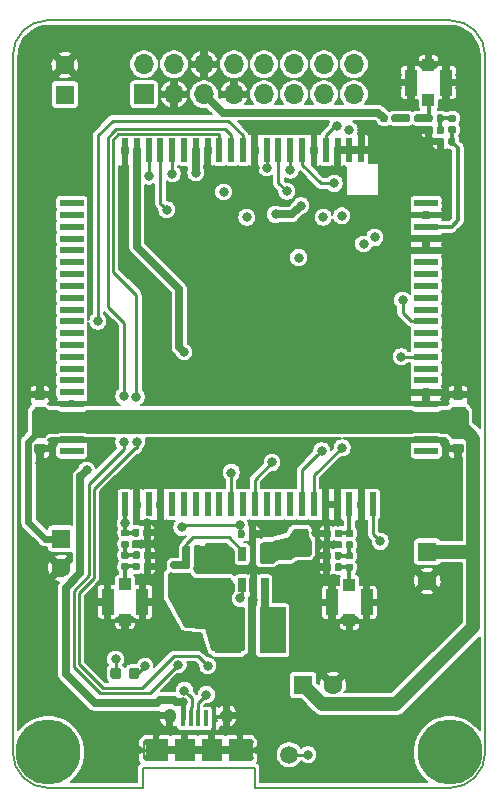
<source format=gtl>
G04 #@! TF.GenerationSoftware,KiCad,Pcbnew,(5.1.0-10-g6006703)*
G04 #@! TF.CreationDate,2019-05-20T20:44:00+08:00*
G04 #@! TF.ProjectId,cicada-4g,63696361-6461-42d3-9467-2e6b69636164,0.1*
G04 #@! TF.SameCoordinates,PX7cee6c0PY3dfd240*
G04 #@! TF.FileFunction,Copper,L1,Top*
G04 #@! TF.FilePolarity,Positive*
%FSLAX46Y46*%
G04 Gerber Fmt 4.6, Leading zero omitted, Abs format (unit mm)*
G04 Created by KiCad (PCBNEW (5.1.0-10-g6006703)) date 2019-05-20 20:44:00*
%MOMM*%
%LPD*%
G04 APERTURE LIST*
%ADD10C,0.150000*%
%ADD11R,1.000000X1.000000*%
%ADD12R,1.050000X2.200000*%
%ADD13C,5.500000*%
%ADD14R,1.998980X0.599440*%
%ADD15R,0.599440X1.998980*%
%ADD16C,0.590000*%
%ADD17O,1.050000X1.250000*%
%ADD18R,0.400000X1.350000*%
%ADD19R,0.250000X1.400000*%
%ADD20R,1.850000X1.900000*%
%ADD21C,0.500000*%
%ADD22O,1.524000X1.900000*%
%ADD23R,1.800000X1.900000*%
%ADD24C,0.875000*%
%ADD25O,1.700000X1.700000*%
%ADD26R,1.700000X1.700000*%
%ADD27R,0.650000X1.220000*%
%ADD28C,1.500000*%
%ADD29R,2.200000X3.900000*%
%ADD30C,1.600000*%
%ADD31R,1.600000X1.600000*%
%ADD32C,0.975000*%
%ADD33C,0.800000*%
%ADD34C,0.650000*%
%ADD35C,0.250000*%
%ADD36C,1.200000*%
%ADD37C,0.600000*%
%ADD38C,0.330000*%
%ADD39C,0.400000*%
%ADD40C,0.254000*%
%ADD41C,0.200000*%
G04 APERTURE END LIST*
D10*
X500000Y-60000000D02*
X17000000Y-60000000D01*
X500000Y-58300000D02*
X500000Y-60000000D01*
X-9000000Y-58300000D02*
X500000Y-58300000D01*
X-9000000Y-60000000D02*
X-9000000Y-58300000D01*
X-17000000Y-60000000D02*
G75*
G02X-20000000Y-57000000I0J3000000D01*
G01*
X20000000Y-57000000D02*
G75*
G02X17000000Y-60000000I-3000000J0D01*
G01*
X17000000Y5000000D02*
G75*
G02X20000000Y2000000I0J-3000000D01*
G01*
X-20000000Y2000000D02*
G75*
G02X-17000000Y5000000I3000000J0D01*
G01*
X-20000000Y-57000000D02*
X-20000000Y2000000D01*
X-9000000Y-60000000D02*
X-17000000Y-60000000D01*
X20000000Y2000000D02*
X20000000Y-57000000D01*
X-17000000Y5000000D02*
X17000000Y5000000D01*
D11*
X15200000Y-1800000D03*
X15200000Y1200000D03*
D12*
X16675000Y-300000D03*
X13725000Y-300000D03*
D11*
X8500000Y-42800000D03*
X8500000Y-45800000D03*
D12*
X7025000Y-44300000D03*
X9975000Y-44300000D03*
D11*
X-10500000Y-42750000D03*
X-10500000Y-45750000D03*
D12*
X-11975000Y-44250000D03*
X-9025000Y-44250000D03*
D13*
X17000000Y-57000000D03*
X-17000000Y-57000000D03*
D14*
X14996100Y-27499260D03*
X14996100Y-28499260D03*
X14996100Y-29499260D03*
X14996100Y-30499260D03*
D15*
X-9500000Y-36000000D03*
X-8500000Y-36000000D03*
X-10500000Y-36000000D03*
D14*
X-15000000Y-31500000D03*
X14996100Y-10502340D03*
X14996100Y-11500560D03*
X14996100Y-12501320D03*
X14996100Y-13502080D03*
X14996100Y-14500300D03*
X14996100Y-15501060D03*
X14996100Y-16501820D03*
X14996100Y-17500040D03*
X14996100Y-18498260D03*
X14996100Y-19499020D03*
X14996100Y-20499780D03*
X14996100Y-21498000D03*
X14996100Y-22498760D03*
X14996100Y-23499520D03*
X14996100Y-24497740D03*
X14996100Y-25498500D03*
X14996100Y-26499260D03*
X14996100Y-31500000D03*
D15*
X10498540Y-35993500D03*
X9497780Y-35993500D03*
X8499560Y-35993500D03*
X7498800Y-35993500D03*
X6498040Y-35993500D03*
X5499820Y-35993500D03*
X4499060Y-35993500D03*
X3498300Y-35993500D03*
X2500080Y-35993500D03*
X1501860Y-35993500D03*
X501100Y-35993500D03*
X-499660Y-35993500D03*
X-1497880Y-35993500D03*
X-2498640Y-35993500D03*
X-3499400Y-35993500D03*
X-4497620Y-35993500D03*
X-5498380Y-35993500D03*
X-6499140Y-35993500D03*
X-7499900Y-35993500D03*
D14*
X-15000000Y-10500000D03*
X-15000000Y-11500000D03*
X-14998700Y-30498460D03*
X-14998700Y-29497700D03*
X-14998700Y-28499480D03*
X-14998700Y-27498720D03*
X-14998700Y-26497960D03*
X-14998700Y-25499740D03*
X-14998700Y-24498980D03*
X-14998700Y-23498220D03*
X-14998700Y-22500000D03*
X-14998700Y-21501780D03*
X-14998700Y-20501020D03*
X-14998700Y-19500260D03*
X-14998700Y-18502040D03*
X-14998700Y-17501280D03*
X-14998700Y-16500520D03*
X-14998700Y-15502300D03*
X-14998700Y-14501540D03*
X-14998700Y-13500780D03*
X-14998700Y-12500020D03*
D15*
X-10499980Y-6001300D03*
X-9499220Y-6001300D03*
X-8498460Y-6001300D03*
X-7497700Y-6001300D03*
X-6499480Y-6001300D03*
X-5498720Y-6001300D03*
X-4497960Y-6001300D03*
X-3499740Y-6001300D03*
X-2498980Y-6001300D03*
X-1498220Y-6001300D03*
X-500000Y-6001300D03*
X498220Y-6001300D03*
X1498980Y-6001300D03*
X2499740Y-6001300D03*
X3497960Y-6001300D03*
X4498720Y-6001300D03*
X5499480Y-6001300D03*
X6497700Y-6001300D03*
X7498460Y-6001300D03*
X8499220Y-6001300D03*
X9499980Y-6001300D03*
D10*
G36*
X8686958Y-38155710D02*
G01*
X8701276Y-38157834D01*
X8715317Y-38161351D01*
X8728946Y-38166228D01*
X8742031Y-38172417D01*
X8754447Y-38179858D01*
X8766073Y-38188481D01*
X8776798Y-38198202D01*
X8786519Y-38208927D01*
X8795142Y-38220553D01*
X8802583Y-38232969D01*
X8808772Y-38246054D01*
X8813649Y-38259683D01*
X8817166Y-38273724D01*
X8819290Y-38288042D01*
X8820000Y-38302500D01*
X8820000Y-38597500D01*
X8819290Y-38611958D01*
X8817166Y-38626276D01*
X8813649Y-38640317D01*
X8808772Y-38653946D01*
X8802583Y-38667031D01*
X8795142Y-38679447D01*
X8786519Y-38691073D01*
X8776798Y-38701798D01*
X8766073Y-38711519D01*
X8754447Y-38720142D01*
X8742031Y-38727583D01*
X8728946Y-38733772D01*
X8715317Y-38738649D01*
X8701276Y-38742166D01*
X8686958Y-38744290D01*
X8672500Y-38745000D01*
X8327500Y-38745000D01*
X8313042Y-38744290D01*
X8298724Y-38742166D01*
X8284683Y-38738649D01*
X8271054Y-38733772D01*
X8257969Y-38727583D01*
X8245553Y-38720142D01*
X8233927Y-38711519D01*
X8223202Y-38701798D01*
X8213481Y-38691073D01*
X8204858Y-38679447D01*
X8197417Y-38667031D01*
X8191228Y-38653946D01*
X8186351Y-38640317D01*
X8182834Y-38626276D01*
X8180710Y-38611958D01*
X8180000Y-38597500D01*
X8180000Y-38302500D01*
X8180710Y-38288042D01*
X8182834Y-38273724D01*
X8186351Y-38259683D01*
X8191228Y-38246054D01*
X8197417Y-38232969D01*
X8204858Y-38220553D01*
X8213481Y-38208927D01*
X8223202Y-38198202D01*
X8233927Y-38188481D01*
X8245553Y-38179858D01*
X8257969Y-38172417D01*
X8271054Y-38166228D01*
X8284683Y-38161351D01*
X8298724Y-38157834D01*
X8313042Y-38155710D01*
X8327500Y-38155000D01*
X8672500Y-38155000D01*
X8686958Y-38155710D01*
X8686958Y-38155710D01*
G37*
D16*
X8500000Y-38450000D03*
D10*
G36*
X8686958Y-39125710D02*
G01*
X8701276Y-39127834D01*
X8715317Y-39131351D01*
X8728946Y-39136228D01*
X8742031Y-39142417D01*
X8754447Y-39149858D01*
X8766073Y-39158481D01*
X8776798Y-39168202D01*
X8786519Y-39178927D01*
X8795142Y-39190553D01*
X8802583Y-39202969D01*
X8808772Y-39216054D01*
X8813649Y-39229683D01*
X8817166Y-39243724D01*
X8819290Y-39258042D01*
X8820000Y-39272500D01*
X8820000Y-39567500D01*
X8819290Y-39581958D01*
X8817166Y-39596276D01*
X8813649Y-39610317D01*
X8808772Y-39623946D01*
X8802583Y-39637031D01*
X8795142Y-39649447D01*
X8786519Y-39661073D01*
X8776798Y-39671798D01*
X8766073Y-39681519D01*
X8754447Y-39690142D01*
X8742031Y-39697583D01*
X8728946Y-39703772D01*
X8715317Y-39708649D01*
X8701276Y-39712166D01*
X8686958Y-39714290D01*
X8672500Y-39715000D01*
X8327500Y-39715000D01*
X8313042Y-39714290D01*
X8298724Y-39712166D01*
X8284683Y-39708649D01*
X8271054Y-39703772D01*
X8257969Y-39697583D01*
X8245553Y-39690142D01*
X8233927Y-39681519D01*
X8223202Y-39671798D01*
X8213481Y-39661073D01*
X8204858Y-39649447D01*
X8197417Y-39637031D01*
X8191228Y-39623946D01*
X8186351Y-39610317D01*
X8182834Y-39596276D01*
X8180710Y-39581958D01*
X8180000Y-39567500D01*
X8180000Y-39272500D01*
X8180710Y-39258042D01*
X8182834Y-39243724D01*
X8186351Y-39229683D01*
X8191228Y-39216054D01*
X8197417Y-39202969D01*
X8204858Y-39190553D01*
X8213481Y-39178927D01*
X8223202Y-39168202D01*
X8233927Y-39158481D01*
X8245553Y-39149858D01*
X8257969Y-39142417D01*
X8271054Y-39136228D01*
X8284683Y-39131351D01*
X8298724Y-39127834D01*
X8313042Y-39125710D01*
X8327500Y-39125000D01*
X8672500Y-39125000D01*
X8686958Y-39125710D01*
X8686958Y-39125710D01*
G37*
D16*
X8500000Y-39420000D03*
D17*
X-1875000Y-53900000D03*
X-6725000Y-53900000D03*
D18*
X-3000000Y-54125000D03*
X-3650000Y-54125000D03*
X-4300000Y-54125000D03*
X-4950000Y-54125000D03*
X-5600000Y-54125000D03*
D19*
X275000Y-56800000D03*
X-8875000Y-56800000D03*
D20*
X-775000Y-56800000D03*
X-7825000Y-56800000D03*
D21*
X150000Y-57500000D03*
X150000Y-56100000D03*
X-8750000Y-57500000D03*
X-8750000Y-56100000D03*
D22*
X-700000Y-56800000D03*
D23*
X-3150000Y-56800000D03*
X-5450000Y-56800000D03*
D22*
X-7900000Y-56800000D03*
D10*
G36*
X-17422309Y-26276053D02*
G01*
X-17401074Y-26279203D01*
X-17380250Y-26284419D01*
X-17360038Y-26291651D01*
X-17340632Y-26300830D01*
X-17322219Y-26311866D01*
X-17304976Y-26324654D01*
X-17289070Y-26339070D01*
X-17274654Y-26354976D01*
X-17261866Y-26372219D01*
X-17250830Y-26390632D01*
X-17241651Y-26410038D01*
X-17234419Y-26430250D01*
X-17229203Y-26451074D01*
X-17226053Y-26472309D01*
X-17225000Y-26493750D01*
X-17225000Y-26931250D01*
X-17226053Y-26952691D01*
X-17229203Y-26973926D01*
X-17234419Y-26994750D01*
X-17241651Y-27014962D01*
X-17250830Y-27034368D01*
X-17261866Y-27052781D01*
X-17274654Y-27070024D01*
X-17289070Y-27085930D01*
X-17304976Y-27100346D01*
X-17322219Y-27113134D01*
X-17340632Y-27124170D01*
X-17360038Y-27133349D01*
X-17380250Y-27140581D01*
X-17401074Y-27145797D01*
X-17422309Y-27148947D01*
X-17443750Y-27150000D01*
X-17956250Y-27150000D01*
X-17977691Y-27148947D01*
X-17998926Y-27145797D01*
X-18019750Y-27140581D01*
X-18039962Y-27133349D01*
X-18059368Y-27124170D01*
X-18077781Y-27113134D01*
X-18095024Y-27100346D01*
X-18110930Y-27085930D01*
X-18125346Y-27070024D01*
X-18138134Y-27052781D01*
X-18149170Y-27034368D01*
X-18158349Y-27014962D01*
X-18165581Y-26994750D01*
X-18170797Y-26973926D01*
X-18173947Y-26952691D01*
X-18175000Y-26931250D01*
X-18175000Y-26493750D01*
X-18173947Y-26472309D01*
X-18170797Y-26451074D01*
X-18165581Y-26430250D01*
X-18158349Y-26410038D01*
X-18149170Y-26390632D01*
X-18138134Y-26372219D01*
X-18125346Y-26354976D01*
X-18110930Y-26339070D01*
X-18095024Y-26324654D01*
X-18077781Y-26311866D01*
X-18059368Y-26300830D01*
X-18039962Y-26291651D01*
X-18019750Y-26284419D01*
X-17998926Y-26279203D01*
X-17977691Y-26276053D01*
X-17956250Y-26275000D01*
X-17443750Y-26275000D01*
X-17422309Y-26276053D01*
X-17422309Y-26276053D01*
G37*
D24*
X-17700000Y-26712500D03*
D10*
G36*
X-17422309Y-27851053D02*
G01*
X-17401074Y-27854203D01*
X-17380250Y-27859419D01*
X-17360038Y-27866651D01*
X-17340632Y-27875830D01*
X-17322219Y-27886866D01*
X-17304976Y-27899654D01*
X-17289070Y-27914070D01*
X-17274654Y-27929976D01*
X-17261866Y-27947219D01*
X-17250830Y-27965632D01*
X-17241651Y-27985038D01*
X-17234419Y-28005250D01*
X-17229203Y-28026074D01*
X-17226053Y-28047309D01*
X-17225000Y-28068750D01*
X-17225000Y-28506250D01*
X-17226053Y-28527691D01*
X-17229203Y-28548926D01*
X-17234419Y-28569750D01*
X-17241651Y-28589962D01*
X-17250830Y-28609368D01*
X-17261866Y-28627781D01*
X-17274654Y-28645024D01*
X-17289070Y-28660930D01*
X-17304976Y-28675346D01*
X-17322219Y-28688134D01*
X-17340632Y-28699170D01*
X-17360038Y-28708349D01*
X-17380250Y-28715581D01*
X-17401074Y-28720797D01*
X-17422309Y-28723947D01*
X-17443750Y-28725000D01*
X-17956250Y-28725000D01*
X-17977691Y-28723947D01*
X-17998926Y-28720797D01*
X-18019750Y-28715581D01*
X-18039962Y-28708349D01*
X-18059368Y-28699170D01*
X-18077781Y-28688134D01*
X-18095024Y-28675346D01*
X-18110930Y-28660930D01*
X-18125346Y-28645024D01*
X-18138134Y-28627781D01*
X-18149170Y-28609368D01*
X-18158349Y-28589962D01*
X-18165581Y-28569750D01*
X-18170797Y-28548926D01*
X-18173947Y-28527691D01*
X-18175000Y-28506250D01*
X-18175000Y-28068750D01*
X-18173947Y-28047309D01*
X-18170797Y-28026074D01*
X-18165581Y-28005250D01*
X-18158349Y-27985038D01*
X-18149170Y-27965632D01*
X-18138134Y-27947219D01*
X-18125346Y-27929976D01*
X-18110930Y-27914070D01*
X-18095024Y-27899654D01*
X-18077781Y-27886866D01*
X-18059368Y-27875830D01*
X-18039962Y-27866651D01*
X-18019750Y-27859419D01*
X-17998926Y-27854203D01*
X-17977691Y-27851053D01*
X-17956250Y-27850000D01*
X-17443750Y-27850000D01*
X-17422309Y-27851053D01*
X-17422309Y-27851053D01*
G37*
D24*
X-17700000Y-28287500D03*
D10*
G36*
X17977691Y-26276053D02*
G01*
X17998926Y-26279203D01*
X18019750Y-26284419D01*
X18039962Y-26291651D01*
X18059368Y-26300830D01*
X18077781Y-26311866D01*
X18095024Y-26324654D01*
X18110930Y-26339070D01*
X18125346Y-26354976D01*
X18138134Y-26372219D01*
X18149170Y-26390632D01*
X18158349Y-26410038D01*
X18165581Y-26430250D01*
X18170797Y-26451074D01*
X18173947Y-26472309D01*
X18175000Y-26493750D01*
X18175000Y-26931250D01*
X18173947Y-26952691D01*
X18170797Y-26973926D01*
X18165581Y-26994750D01*
X18158349Y-27014962D01*
X18149170Y-27034368D01*
X18138134Y-27052781D01*
X18125346Y-27070024D01*
X18110930Y-27085930D01*
X18095024Y-27100346D01*
X18077781Y-27113134D01*
X18059368Y-27124170D01*
X18039962Y-27133349D01*
X18019750Y-27140581D01*
X17998926Y-27145797D01*
X17977691Y-27148947D01*
X17956250Y-27150000D01*
X17443750Y-27150000D01*
X17422309Y-27148947D01*
X17401074Y-27145797D01*
X17380250Y-27140581D01*
X17360038Y-27133349D01*
X17340632Y-27124170D01*
X17322219Y-27113134D01*
X17304976Y-27100346D01*
X17289070Y-27085930D01*
X17274654Y-27070024D01*
X17261866Y-27052781D01*
X17250830Y-27034368D01*
X17241651Y-27014962D01*
X17234419Y-26994750D01*
X17229203Y-26973926D01*
X17226053Y-26952691D01*
X17225000Y-26931250D01*
X17225000Y-26493750D01*
X17226053Y-26472309D01*
X17229203Y-26451074D01*
X17234419Y-26430250D01*
X17241651Y-26410038D01*
X17250830Y-26390632D01*
X17261866Y-26372219D01*
X17274654Y-26354976D01*
X17289070Y-26339070D01*
X17304976Y-26324654D01*
X17322219Y-26311866D01*
X17340632Y-26300830D01*
X17360038Y-26291651D01*
X17380250Y-26284419D01*
X17401074Y-26279203D01*
X17422309Y-26276053D01*
X17443750Y-26275000D01*
X17956250Y-26275000D01*
X17977691Y-26276053D01*
X17977691Y-26276053D01*
G37*
D24*
X17700000Y-26712500D03*
D10*
G36*
X17977691Y-27851053D02*
G01*
X17998926Y-27854203D01*
X18019750Y-27859419D01*
X18039962Y-27866651D01*
X18059368Y-27875830D01*
X18077781Y-27886866D01*
X18095024Y-27899654D01*
X18110930Y-27914070D01*
X18125346Y-27929976D01*
X18138134Y-27947219D01*
X18149170Y-27965632D01*
X18158349Y-27985038D01*
X18165581Y-28005250D01*
X18170797Y-28026074D01*
X18173947Y-28047309D01*
X18175000Y-28068750D01*
X18175000Y-28506250D01*
X18173947Y-28527691D01*
X18170797Y-28548926D01*
X18165581Y-28569750D01*
X18158349Y-28589962D01*
X18149170Y-28609368D01*
X18138134Y-28627781D01*
X18125346Y-28645024D01*
X18110930Y-28660930D01*
X18095024Y-28675346D01*
X18077781Y-28688134D01*
X18059368Y-28699170D01*
X18039962Y-28708349D01*
X18019750Y-28715581D01*
X17998926Y-28720797D01*
X17977691Y-28723947D01*
X17956250Y-28725000D01*
X17443750Y-28725000D01*
X17422309Y-28723947D01*
X17401074Y-28720797D01*
X17380250Y-28715581D01*
X17360038Y-28708349D01*
X17340632Y-28699170D01*
X17322219Y-28688134D01*
X17304976Y-28675346D01*
X17289070Y-28660930D01*
X17274654Y-28645024D01*
X17261866Y-28627781D01*
X17250830Y-28609368D01*
X17241651Y-28589962D01*
X17234419Y-28569750D01*
X17229203Y-28548926D01*
X17226053Y-28527691D01*
X17225000Y-28506250D01*
X17225000Y-28068750D01*
X17226053Y-28047309D01*
X17229203Y-28026074D01*
X17234419Y-28005250D01*
X17241651Y-27985038D01*
X17250830Y-27965632D01*
X17261866Y-27947219D01*
X17274654Y-27929976D01*
X17289070Y-27914070D01*
X17304976Y-27899654D01*
X17322219Y-27886866D01*
X17340632Y-27875830D01*
X17360038Y-27866651D01*
X17380250Y-27859419D01*
X17401074Y-27854203D01*
X17422309Y-27851053D01*
X17443750Y-27850000D01*
X17956250Y-27850000D01*
X17977691Y-27851053D01*
X17977691Y-27851053D01*
G37*
D24*
X17700000Y-28287500D03*
D10*
G36*
X-5147306Y-39480710D02*
G01*
X-5132988Y-39482834D01*
X-5118947Y-39486351D01*
X-5105318Y-39491228D01*
X-5092233Y-39497417D01*
X-5079817Y-39504858D01*
X-5068191Y-39513481D01*
X-5057466Y-39523202D01*
X-5047745Y-39533927D01*
X-5039122Y-39545553D01*
X-5031681Y-39557969D01*
X-5025492Y-39571054D01*
X-5020615Y-39584683D01*
X-5017098Y-39598724D01*
X-5014974Y-39613042D01*
X-5014264Y-39627500D01*
X-5014264Y-39972500D01*
X-5014974Y-39986958D01*
X-5017098Y-40001276D01*
X-5020615Y-40015317D01*
X-5025492Y-40028946D01*
X-5031681Y-40042031D01*
X-5039122Y-40054447D01*
X-5047745Y-40066073D01*
X-5057466Y-40076798D01*
X-5068191Y-40086519D01*
X-5079817Y-40095142D01*
X-5092233Y-40102583D01*
X-5105318Y-40108772D01*
X-5118947Y-40113649D01*
X-5132988Y-40117166D01*
X-5147306Y-40119290D01*
X-5161764Y-40120000D01*
X-5456764Y-40120000D01*
X-5471222Y-40119290D01*
X-5485540Y-40117166D01*
X-5499581Y-40113649D01*
X-5513210Y-40108772D01*
X-5526295Y-40102583D01*
X-5538711Y-40095142D01*
X-5550337Y-40086519D01*
X-5561062Y-40076798D01*
X-5570783Y-40066073D01*
X-5579406Y-40054447D01*
X-5586847Y-40042031D01*
X-5593036Y-40028946D01*
X-5597913Y-40015317D01*
X-5601430Y-40001276D01*
X-5603554Y-39986958D01*
X-5604264Y-39972500D01*
X-5604264Y-39627500D01*
X-5603554Y-39613042D01*
X-5601430Y-39598724D01*
X-5597913Y-39584683D01*
X-5593036Y-39571054D01*
X-5586847Y-39557969D01*
X-5579406Y-39545553D01*
X-5570783Y-39533927D01*
X-5561062Y-39523202D01*
X-5550337Y-39513481D01*
X-5538711Y-39504858D01*
X-5526295Y-39497417D01*
X-5513210Y-39491228D01*
X-5499581Y-39486351D01*
X-5485540Y-39482834D01*
X-5471222Y-39480710D01*
X-5456764Y-39480000D01*
X-5161764Y-39480000D01*
X-5147306Y-39480710D01*
X-5147306Y-39480710D01*
G37*
D16*
X-5309264Y-39800000D03*
D10*
G36*
X-4177306Y-39480710D02*
G01*
X-4162988Y-39482834D01*
X-4148947Y-39486351D01*
X-4135318Y-39491228D01*
X-4122233Y-39497417D01*
X-4109817Y-39504858D01*
X-4098191Y-39513481D01*
X-4087466Y-39523202D01*
X-4077745Y-39533927D01*
X-4069122Y-39545553D01*
X-4061681Y-39557969D01*
X-4055492Y-39571054D01*
X-4050615Y-39584683D01*
X-4047098Y-39598724D01*
X-4044974Y-39613042D01*
X-4044264Y-39627500D01*
X-4044264Y-39972500D01*
X-4044974Y-39986958D01*
X-4047098Y-40001276D01*
X-4050615Y-40015317D01*
X-4055492Y-40028946D01*
X-4061681Y-40042031D01*
X-4069122Y-40054447D01*
X-4077745Y-40066073D01*
X-4087466Y-40076798D01*
X-4098191Y-40086519D01*
X-4109817Y-40095142D01*
X-4122233Y-40102583D01*
X-4135318Y-40108772D01*
X-4148947Y-40113649D01*
X-4162988Y-40117166D01*
X-4177306Y-40119290D01*
X-4191764Y-40120000D01*
X-4486764Y-40120000D01*
X-4501222Y-40119290D01*
X-4515540Y-40117166D01*
X-4529581Y-40113649D01*
X-4543210Y-40108772D01*
X-4556295Y-40102583D01*
X-4568711Y-40095142D01*
X-4580337Y-40086519D01*
X-4591062Y-40076798D01*
X-4600783Y-40066073D01*
X-4609406Y-40054447D01*
X-4616847Y-40042031D01*
X-4623036Y-40028946D01*
X-4627913Y-40015317D01*
X-4631430Y-40001276D01*
X-4633554Y-39986958D01*
X-4634264Y-39972500D01*
X-4634264Y-39627500D01*
X-4633554Y-39613042D01*
X-4631430Y-39598724D01*
X-4627913Y-39584683D01*
X-4623036Y-39571054D01*
X-4616847Y-39557969D01*
X-4609406Y-39545553D01*
X-4600783Y-39533927D01*
X-4591062Y-39523202D01*
X-4580337Y-39513481D01*
X-4568711Y-39504858D01*
X-4556295Y-39497417D01*
X-4543210Y-39491228D01*
X-4529581Y-39486351D01*
X-4515540Y-39482834D01*
X-4501222Y-39480710D01*
X-4486764Y-39480000D01*
X-4191764Y-39480000D01*
X-4177306Y-39480710D01*
X-4177306Y-39480710D01*
G37*
D16*
X-4339264Y-39800000D03*
D10*
G36*
X461958Y-38180710D02*
G01*
X476276Y-38182834D01*
X490317Y-38186351D01*
X503946Y-38191228D01*
X517031Y-38197417D01*
X529447Y-38204858D01*
X541073Y-38213481D01*
X551798Y-38223202D01*
X561519Y-38233927D01*
X570142Y-38245553D01*
X577583Y-38257969D01*
X583772Y-38271054D01*
X588649Y-38284683D01*
X592166Y-38298724D01*
X594290Y-38313042D01*
X595000Y-38327500D01*
X595000Y-38672500D01*
X594290Y-38686958D01*
X592166Y-38701276D01*
X588649Y-38715317D01*
X583772Y-38728946D01*
X577583Y-38742031D01*
X570142Y-38754447D01*
X561519Y-38766073D01*
X551798Y-38776798D01*
X541073Y-38786519D01*
X529447Y-38795142D01*
X517031Y-38802583D01*
X503946Y-38808772D01*
X490317Y-38813649D01*
X476276Y-38817166D01*
X461958Y-38819290D01*
X447500Y-38820000D01*
X152500Y-38820000D01*
X138042Y-38819290D01*
X123724Y-38817166D01*
X109683Y-38813649D01*
X96054Y-38808772D01*
X82969Y-38802583D01*
X70553Y-38795142D01*
X58927Y-38786519D01*
X48202Y-38776798D01*
X38481Y-38766073D01*
X29858Y-38754447D01*
X22417Y-38742031D01*
X16228Y-38728946D01*
X11351Y-38715317D01*
X7834Y-38701276D01*
X5710Y-38686958D01*
X5000Y-38672500D01*
X5000Y-38327500D01*
X5710Y-38313042D01*
X7834Y-38298724D01*
X11351Y-38284683D01*
X16228Y-38271054D01*
X22417Y-38257969D01*
X29858Y-38245553D01*
X38481Y-38233927D01*
X48202Y-38223202D01*
X58927Y-38213481D01*
X70553Y-38204858D01*
X82969Y-38197417D01*
X96054Y-38191228D01*
X109683Y-38186351D01*
X123724Y-38182834D01*
X138042Y-38180710D01*
X152500Y-38180000D01*
X447500Y-38180000D01*
X461958Y-38180710D01*
X461958Y-38180710D01*
G37*
D16*
X300000Y-38500000D03*
D10*
G36*
X-508042Y-38180710D02*
G01*
X-493724Y-38182834D01*
X-479683Y-38186351D01*
X-466054Y-38191228D01*
X-452969Y-38197417D01*
X-440553Y-38204858D01*
X-428927Y-38213481D01*
X-418202Y-38223202D01*
X-408481Y-38233927D01*
X-399858Y-38245553D01*
X-392417Y-38257969D01*
X-386228Y-38271054D01*
X-381351Y-38284683D01*
X-377834Y-38298724D01*
X-375710Y-38313042D01*
X-375000Y-38327500D01*
X-375000Y-38672500D01*
X-375710Y-38686958D01*
X-377834Y-38701276D01*
X-381351Y-38715317D01*
X-386228Y-38728946D01*
X-392417Y-38742031D01*
X-399858Y-38754447D01*
X-408481Y-38766073D01*
X-418202Y-38776798D01*
X-428927Y-38786519D01*
X-440553Y-38795142D01*
X-452969Y-38802583D01*
X-466054Y-38808772D01*
X-479683Y-38813649D01*
X-493724Y-38817166D01*
X-508042Y-38819290D01*
X-522500Y-38820000D01*
X-817500Y-38820000D01*
X-831958Y-38819290D01*
X-846276Y-38817166D01*
X-860317Y-38813649D01*
X-873946Y-38808772D01*
X-887031Y-38802583D01*
X-899447Y-38795142D01*
X-911073Y-38786519D01*
X-921798Y-38776798D01*
X-931519Y-38766073D01*
X-940142Y-38754447D01*
X-947583Y-38742031D01*
X-953772Y-38728946D01*
X-958649Y-38715317D01*
X-962166Y-38701276D01*
X-964290Y-38686958D01*
X-965000Y-38672500D01*
X-965000Y-38327500D01*
X-964290Y-38313042D01*
X-962166Y-38298724D01*
X-958649Y-38284683D01*
X-953772Y-38271054D01*
X-947583Y-38257969D01*
X-940142Y-38245553D01*
X-931519Y-38233927D01*
X-921798Y-38223202D01*
X-911073Y-38213481D01*
X-899447Y-38204858D01*
X-887031Y-38197417D01*
X-873946Y-38191228D01*
X-860317Y-38186351D01*
X-846276Y-38182834D01*
X-831958Y-38180710D01*
X-817500Y-38180000D01*
X-522500Y-38180000D01*
X-508042Y-38180710D01*
X-508042Y-38180710D01*
G37*
D16*
X-670000Y-38500000D03*
D10*
G36*
X-5137306Y-41817919D02*
G01*
X-5122988Y-41820043D01*
X-5108947Y-41823560D01*
X-5095318Y-41828437D01*
X-5082233Y-41834626D01*
X-5069817Y-41842067D01*
X-5058191Y-41850690D01*
X-5047466Y-41860411D01*
X-5037745Y-41871136D01*
X-5029122Y-41882762D01*
X-5021681Y-41895178D01*
X-5015492Y-41908263D01*
X-5010615Y-41921892D01*
X-5007098Y-41935933D01*
X-5004974Y-41950251D01*
X-5004264Y-41964709D01*
X-5004264Y-42259709D01*
X-5004974Y-42274167D01*
X-5007098Y-42288485D01*
X-5010615Y-42302526D01*
X-5015492Y-42316155D01*
X-5021681Y-42329240D01*
X-5029122Y-42341656D01*
X-5037745Y-42353282D01*
X-5047466Y-42364007D01*
X-5058191Y-42373728D01*
X-5069817Y-42382351D01*
X-5082233Y-42389792D01*
X-5095318Y-42395981D01*
X-5108947Y-42400858D01*
X-5122988Y-42404375D01*
X-5137306Y-42406499D01*
X-5151764Y-42407209D01*
X-5496764Y-42407209D01*
X-5511222Y-42406499D01*
X-5525540Y-42404375D01*
X-5539581Y-42400858D01*
X-5553210Y-42395981D01*
X-5566295Y-42389792D01*
X-5578711Y-42382351D01*
X-5590337Y-42373728D01*
X-5601062Y-42364007D01*
X-5610783Y-42353282D01*
X-5619406Y-42341656D01*
X-5626847Y-42329240D01*
X-5633036Y-42316155D01*
X-5637913Y-42302526D01*
X-5641430Y-42288485D01*
X-5643554Y-42274167D01*
X-5644264Y-42259709D01*
X-5644264Y-41964709D01*
X-5643554Y-41950251D01*
X-5641430Y-41935933D01*
X-5637913Y-41921892D01*
X-5633036Y-41908263D01*
X-5626847Y-41895178D01*
X-5619406Y-41882762D01*
X-5610783Y-41871136D01*
X-5601062Y-41860411D01*
X-5590337Y-41850690D01*
X-5578711Y-41842067D01*
X-5566295Y-41834626D01*
X-5553210Y-41828437D01*
X-5539581Y-41823560D01*
X-5525540Y-41820043D01*
X-5511222Y-41817919D01*
X-5496764Y-41817209D01*
X-5151764Y-41817209D01*
X-5137306Y-41817919D01*
X-5137306Y-41817919D01*
G37*
D16*
X-5324264Y-42112209D03*
D10*
G36*
X-5137306Y-40847919D02*
G01*
X-5122988Y-40850043D01*
X-5108947Y-40853560D01*
X-5095318Y-40858437D01*
X-5082233Y-40864626D01*
X-5069817Y-40872067D01*
X-5058191Y-40880690D01*
X-5047466Y-40890411D01*
X-5037745Y-40901136D01*
X-5029122Y-40912762D01*
X-5021681Y-40925178D01*
X-5015492Y-40938263D01*
X-5010615Y-40951892D01*
X-5007098Y-40965933D01*
X-5004974Y-40980251D01*
X-5004264Y-40994709D01*
X-5004264Y-41289709D01*
X-5004974Y-41304167D01*
X-5007098Y-41318485D01*
X-5010615Y-41332526D01*
X-5015492Y-41346155D01*
X-5021681Y-41359240D01*
X-5029122Y-41371656D01*
X-5037745Y-41383282D01*
X-5047466Y-41394007D01*
X-5058191Y-41403728D01*
X-5069817Y-41412351D01*
X-5082233Y-41419792D01*
X-5095318Y-41425981D01*
X-5108947Y-41430858D01*
X-5122988Y-41434375D01*
X-5137306Y-41436499D01*
X-5151764Y-41437209D01*
X-5496764Y-41437209D01*
X-5511222Y-41436499D01*
X-5525540Y-41434375D01*
X-5539581Y-41430858D01*
X-5553210Y-41425981D01*
X-5566295Y-41419792D01*
X-5578711Y-41412351D01*
X-5590337Y-41403728D01*
X-5601062Y-41394007D01*
X-5610783Y-41383282D01*
X-5619406Y-41371656D01*
X-5626847Y-41359240D01*
X-5633036Y-41346155D01*
X-5637913Y-41332526D01*
X-5641430Y-41318485D01*
X-5643554Y-41304167D01*
X-5644264Y-41289709D01*
X-5644264Y-40994709D01*
X-5643554Y-40980251D01*
X-5641430Y-40965933D01*
X-5637913Y-40951892D01*
X-5633036Y-40938263D01*
X-5626847Y-40925178D01*
X-5619406Y-40912762D01*
X-5610783Y-40901136D01*
X-5601062Y-40890411D01*
X-5590337Y-40880690D01*
X-5578711Y-40872067D01*
X-5566295Y-40864626D01*
X-5553210Y-40858437D01*
X-5539581Y-40853560D01*
X-5525540Y-40850043D01*
X-5511222Y-40847919D01*
X-5496764Y-40847209D01*
X-5151764Y-40847209D01*
X-5137306Y-40847919D01*
X-5137306Y-40847919D01*
G37*
D16*
X-5324264Y-41142209D03*
D10*
G36*
X11576958Y-2980710D02*
G01*
X11591276Y-2982834D01*
X11605317Y-2986351D01*
X11618946Y-2991228D01*
X11632031Y-2997417D01*
X11644447Y-3004858D01*
X11656073Y-3013481D01*
X11666798Y-3023202D01*
X11676519Y-3033927D01*
X11685142Y-3045553D01*
X11692583Y-3057969D01*
X11698772Y-3071054D01*
X11703649Y-3084683D01*
X11707166Y-3098724D01*
X11709290Y-3113042D01*
X11710000Y-3127500D01*
X11710000Y-3472500D01*
X11709290Y-3486958D01*
X11707166Y-3501276D01*
X11703649Y-3515317D01*
X11698772Y-3528946D01*
X11692583Y-3542031D01*
X11685142Y-3554447D01*
X11676519Y-3566073D01*
X11666798Y-3576798D01*
X11656073Y-3586519D01*
X11644447Y-3595142D01*
X11632031Y-3602583D01*
X11618946Y-3608772D01*
X11605317Y-3613649D01*
X11591276Y-3617166D01*
X11576958Y-3619290D01*
X11562500Y-3620000D01*
X11267500Y-3620000D01*
X11253042Y-3619290D01*
X11238724Y-3617166D01*
X11224683Y-3613649D01*
X11211054Y-3608772D01*
X11197969Y-3602583D01*
X11185553Y-3595142D01*
X11173927Y-3586519D01*
X11163202Y-3576798D01*
X11153481Y-3566073D01*
X11144858Y-3554447D01*
X11137417Y-3542031D01*
X11131228Y-3528946D01*
X11126351Y-3515317D01*
X11122834Y-3501276D01*
X11120710Y-3486958D01*
X11120000Y-3472500D01*
X11120000Y-3127500D01*
X11120710Y-3113042D01*
X11122834Y-3098724D01*
X11126351Y-3084683D01*
X11131228Y-3071054D01*
X11137417Y-3057969D01*
X11144858Y-3045553D01*
X11153481Y-3033927D01*
X11163202Y-3023202D01*
X11173927Y-3013481D01*
X11185553Y-3004858D01*
X11197969Y-2997417D01*
X11211054Y-2991228D01*
X11224683Y-2986351D01*
X11238724Y-2982834D01*
X11253042Y-2980710D01*
X11267500Y-2980000D01*
X11562500Y-2980000D01*
X11576958Y-2980710D01*
X11576958Y-2980710D01*
G37*
D16*
X11415000Y-3300000D03*
D10*
G36*
X12546958Y-2980710D02*
G01*
X12561276Y-2982834D01*
X12575317Y-2986351D01*
X12588946Y-2991228D01*
X12602031Y-2997417D01*
X12614447Y-3004858D01*
X12626073Y-3013481D01*
X12636798Y-3023202D01*
X12646519Y-3033927D01*
X12655142Y-3045553D01*
X12662583Y-3057969D01*
X12668772Y-3071054D01*
X12673649Y-3084683D01*
X12677166Y-3098724D01*
X12679290Y-3113042D01*
X12680000Y-3127500D01*
X12680000Y-3472500D01*
X12679290Y-3486958D01*
X12677166Y-3501276D01*
X12673649Y-3515317D01*
X12668772Y-3528946D01*
X12662583Y-3542031D01*
X12655142Y-3554447D01*
X12646519Y-3566073D01*
X12636798Y-3576798D01*
X12626073Y-3586519D01*
X12614447Y-3595142D01*
X12602031Y-3602583D01*
X12588946Y-3608772D01*
X12575317Y-3613649D01*
X12561276Y-3617166D01*
X12546958Y-3619290D01*
X12532500Y-3620000D01*
X12237500Y-3620000D01*
X12223042Y-3619290D01*
X12208724Y-3617166D01*
X12194683Y-3613649D01*
X12181054Y-3608772D01*
X12167969Y-3602583D01*
X12155553Y-3595142D01*
X12143927Y-3586519D01*
X12133202Y-3576798D01*
X12123481Y-3566073D01*
X12114858Y-3554447D01*
X12107417Y-3542031D01*
X12101228Y-3528946D01*
X12096351Y-3515317D01*
X12092834Y-3501276D01*
X12090710Y-3486958D01*
X12090000Y-3472500D01*
X12090000Y-3127500D01*
X12090710Y-3113042D01*
X12092834Y-3098724D01*
X12096351Y-3084683D01*
X12101228Y-3071054D01*
X12107417Y-3057969D01*
X12114858Y-3045553D01*
X12123481Y-3033927D01*
X12133202Y-3023202D01*
X12143927Y-3013481D01*
X12155553Y-3004858D01*
X12167969Y-2997417D01*
X12181054Y-2991228D01*
X12194683Y-2986351D01*
X12208724Y-2982834D01*
X12223042Y-2980710D01*
X12237500Y-2980000D01*
X12532500Y-2980000D01*
X12546958Y-2980710D01*
X12546958Y-2980710D01*
G37*
D16*
X12385000Y-3300000D03*
D25*
X8890000Y1270000D03*
X8890000Y-1270000D03*
X6350000Y1270000D03*
X6350000Y-1270000D03*
X3810000Y1270000D03*
X3810000Y-1270000D03*
X1270000Y1270000D03*
X1270000Y-1270000D03*
X-1270000Y1270000D03*
X-1270000Y-1270000D03*
X-3810000Y1270000D03*
X-3810000Y-1270000D03*
X-6350000Y1270000D03*
X-6350000Y-1270000D03*
X-8890000Y1270000D03*
D26*
X-8890000Y-1270000D03*
D27*
X-574265Y-40217209D03*
X1325735Y-40217209D03*
X1325735Y-42837209D03*
X375735Y-42837209D03*
X-574265Y-42837209D03*
D28*
X3400000Y-57200000D03*
D10*
G36*
X8686958Y-40055710D02*
G01*
X8701276Y-40057834D01*
X8715317Y-40061351D01*
X8728946Y-40066228D01*
X8742031Y-40072417D01*
X8754447Y-40079858D01*
X8766073Y-40088481D01*
X8776798Y-40098202D01*
X8786519Y-40108927D01*
X8795142Y-40120553D01*
X8802583Y-40132969D01*
X8808772Y-40146054D01*
X8813649Y-40159683D01*
X8817166Y-40173724D01*
X8819290Y-40188042D01*
X8820000Y-40202500D01*
X8820000Y-40497500D01*
X8819290Y-40511958D01*
X8817166Y-40526276D01*
X8813649Y-40540317D01*
X8808772Y-40553946D01*
X8802583Y-40567031D01*
X8795142Y-40579447D01*
X8786519Y-40591073D01*
X8776798Y-40601798D01*
X8766073Y-40611519D01*
X8754447Y-40620142D01*
X8742031Y-40627583D01*
X8728946Y-40633772D01*
X8715317Y-40638649D01*
X8701276Y-40642166D01*
X8686958Y-40644290D01*
X8672500Y-40645000D01*
X8327500Y-40645000D01*
X8313042Y-40644290D01*
X8298724Y-40642166D01*
X8284683Y-40638649D01*
X8271054Y-40633772D01*
X8257969Y-40627583D01*
X8245553Y-40620142D01*
X8233927Y-40611519D01*
X8223202Y-40601798D01*
X8213481Y-40591073D01*
X8204858Y-40579447D01*
X8197417Y-40567031D01*
X8191228Y-40553946D01*
X8186351Y-40540317D01*
X8182834Y-40526276D01*
X8180710Y-40511958D01*
X8180000Y-40497500D01*
X8180000Y-40202500D01*
X8180710Y-40188042D01*
X8182834Y-40173724D01*
X8186351Y-40159683D01*
X8191228Y-40146054D01*
X8197417Y-40132969D01*
X8204858Y-40120553D01*
X8213481Y-40108927D01*
X8223202Y-40098202D01*
X8233927Y-40088481D01*
X8245553Y-40079858D01*
X8257969Y-40072417D01*
X8271054Y-40066228D01*
X8284683Y-40061351D01*
X8298724Y-40057834D01*
X8313042Y-40055710D01*
X8327500Y-40055000D01*
X8672500Y-40055000D01*
X8686958Y-40055710D01*
X8686958Y-40055710D01*
G37*
D16*
X8500000Y-40350000D03*
D10*
G36*
X8686958Y-41025710D02*
G01*
X8701276Y-41027834D01*
X8715317Y-41031351D01*
X8728946Y-41036228D01*
X8742031Y-41042417D01*
X8754447Y-41049858D01*
X8766073Y-41058481D01*
X8776798Y-41068202D01*
X8786519Y-41078927D01*
X8795142Y-41090553D01*
X8802583Y-41102969D01*
X8808772Y-41116054D01*
X8813649Y-41129683D01*
X8817166Y-41143724D01*
X8819290Y-41158042D01*
X8820000Y-41172500D01*
X8820000Y-41467500D01*
X8819290Y-41481958D01*
X8817166Y-41496276D01*
X8813649Y-41510317D01*
X8808772Y-41523946D01*
X8802583Y-41537031D01*
X8795142Y-41549447D01*
X8786519Y-41561073D01*
X8776798Y-41571798D01*
X8766073Y-41581519D01*
X8754447Y-41590142D01*
X8742031Y-41597583D01*
X8728946Y-41603772D01*
X8715317Y-41608649D01*
X8701276Y-41612166D01*
X8686958Y-41614290D01*
X8672500Y-41615000D01*
X8327500Y-41615000D01*
X8313042Y-41614290D01*
X8298724Y-41612166D01*
X8284683Y-41608649D01*
X8271054Y-41603772D01*
X8257969Y-41597583D01*
X8245553Y-41590142D01*
X8233927Y-41581519D01*
X8223202Y-41571798D01*
X8213481Y-41561073D01*
X8204858Y-41549447D01*
X8197417Y-41537031D01*
X8191228Y-41523946D01*
X8186351Y-41510317D01*
X8182834Y-41496276D01*
X8180710Y-41481958D01*
X8180000Y-41467500D01*
X8180000Y-41172500D01*
X8180710Y-41158042D01*
X8182834Y-41143724D01*
X8186351Y-41129683D01*
X8191228Y-41116054D01*
X8197417Y-41102969D01*
X8204858Y-41090553D01*
X8213481Y-41078927D01*
X8223202Y-41068202D01*
X8233927Y-41058481D01*
X8245553Y-41049858D01*
X8257969Y-41042417D01*
X8271054Y-41036228D01*
X8284683Y-41031351D01*
X8298724Y-41027834D01*
X8313042Y-41025710D01*
X8327500Y-41025000D01*
X8672500Y-41025000D01*
X8686958Y-41025710D01*
X8686958Y-41025710D01*
G37*
D16*
X8500000Y-41320000D03*
D10*
G36*
X-10313042Y-40005710D02*
G01*
X-10298724Y-40007834D01*
X-10284683Y-40011351D01*
X-10271054Y-40016228D01*
X-10257969Y-40022417D01*
X-10245553Y-40029858D01*
X-10233927Y-40038481D01*
X-10223202Y-40048202D01*
X-10213481Y-40058927D01*
X-10204858Y-40070553D01*
X-10197417Y-40082969D01*
X-10191228Y-40096054D01*
X-10186351Y-40109683D01*
X-10182834Y-40123724D01*
X-10180710Y-40138042D01*
X-10180000Y-40152500D01*
X-10180000Y-40447500D01*
X-10180710Y-40461958D01*
X-10182834Y-40476276D01*
X-10186351Y-40490317D01*
X-10191228Y-40503946D01*
X-10197417Y-40517031D01*
X-10204858Y-40529447D01*
X-10213481Y-40541073D01*
X-10223202Y-40551798D01*
X-10233927Y-40561519D01*
X-10245553Y-40570142D01*
X-10257969Y-40577583D01*
X-10271054Y-40583772D01*
X-10284683Y-40588649D01*
X-10298724Y-40592166D01*
X-10313042Y-40594290D01*
X-10327500Y-40595000D01*
X-10672500Y-40595000D01*
X-10686958Y-40594290D01*
X-10701276Y-40592166D01*
X-10715317Y-40588649D01*
X-10728946Y-40583772D01*
X-10742031Y-40577583D01*
X-10754447Y-40570142D01*
X-10766073Y-40561519D01*
X-10776798Y-40551798D01*
X-10786519Y-40541073D01*
X-10795142Y-40529447D01*
X-10802583Y-40517031D01*
X-10808772Y-40503946D01*
X-10813649Y-40490317D01*
X-10817166Y-40476276D01*
X-10819290Y-40461958D01*
X-10820000Y-40447500D01*
X-10820000Y-40152500D01*
X-10819290Y-40138042D01*
X-10817166Y-40123724D01*
X-10813649Y-40109683D01*
X-10808772Y-40096054D01*
X-10802583Y-40082969D01*
X-10795142Y-40070553D01*
X-10786519Y-40058927D01*
X-10776798Y-40048202D01*
X-10766073Y-40038481D01*
X-10754447Y-40029858D01*
X-10742031Y-40022417D01*
X-10728946Y-40016228D01*
X-10715317Y-40011351D01*
X-10701276Y-40007834D01*
X-10686958Y-40005710D01*
X-10672500Y-40005000D01*
X-10327500Y-40005000D01*
X-10313042Y-40005710D01*
X-10313042Y-40005710D01*
G37*
D16*
X-10500000Y-40300000D03*
D10*
G36*
X-10313042Y-40975710D02*
G01*
X-10298724Y-40977834D01*
X-10284683Y-40981351D01*
X-10271054Y-40986228D01*
X-10257969Y-40992417D01*
X-10245553Y-40999858D01*
X-10233927Y-41008481D01*
X-10223202Y-41018202D01*
X-10213481Y-41028927D01*
X-10204858Y-41040553D01*
X-10197417Y-41052969D01*
X-10191228Y-41066054D01*
X-10186351Y-41079683D01*
X-10182834Y-41093724D01*
X-10180710Y-41108042D01*
X-10180000Y-41122500D01*
X-10180000Y-41417500D01*
X-10180710Y-41431958D01*
X-10182834Y-41446276D01*
X-10186351Y-41460317D01*
X-10191228Y-41473946D01*
X-10197417Y-41487031D01*
X-10204858Y-41499447D01*
X-10213481Y-41511073D01*
X-10223202Y-41521798D01*
X-10233927Y-41531519D01*
X-10245553Y-41540142D01*
X-10257969Y-41547583D01*
X-10271054Y-41553772D01*
X-10284683Y-41558649D01*
X-10298724Y-41562166D01*
X-10313042Y-41564290D01*
X-10327500Y-41565000D01*
X-10672500Y-41565000D01*
X-10686958Y-41564290D01*
X-10701276Y-41562166D01*
X-10715317Y-41558649D01*
X-10728946Y-41553772D01*
X-10742031Y-41547583D01*
X-10754447Y-41540142D01*
X-10766073Y-41531519D01*
X-10776798Y-41521798D01*
X-10786519Y-41511073D01*
X-10795142Y-41499447D01*
X-10802583Y-41487031D01*
X-10808772Y-41473946D01*
X-10813649Y-41460317D01*
X-10817166Y-41446276D01*
X-10819290Y-41431958D01*
X-10820000Y-41417500D01*
X-10820000Y-41122500D01*
X-10819290Y-41108042D01*
X-10817166Y-41093724D01*
X-10813649Y-41079683D01*
X-10808772Y-41066054D01*
X-10802583Y-41052969D01*
X-10795142Y-41040553D01*
X-10786519Y-41028927D01*
X-10776798Y-41018202D01*
X-10766073Y-41008481D01*
X-10754447Y-40999858D01*
X-10742031Y-40992417D01*
X-10728946Y-40986228D01*
X-10715317Y-40981351D01*
X-10701276Y-40977834D01*
X-10686958Y-40975710D01*
X-10672500Y-40975000D01*
X-10327500Y-40975000D01*
X-10313042Y-40975710D01*
X-10313042Y-40975710D01*
G37*
D16*
X-10500000Y-41270000D03*
D10*
G36*
X-10313042Y-38120710D02*
G01*
X-10298724Y-38122834D01*
X-10284683Y-38126351D01*
X-10271054Y-38131228D01*
X-10257969Y-38137417D01*
X-10245553Y-38144858D01*
X-10233927Y-38153481D01*
X-10223202Y-38163202D01*
X-10213481Y-38173927D01*
X-10204858Y-38185553D01*
X-10197417Y-38197969D01*
X-10191228Y-38211054D01*
X-10186351Y-38224683D01*
X-10182834Y-38238724D01*
X-10180710Y-38253042D01*
X-10180000Y-38267500D01*
X-10180000Y-38562500D01*
X-10180710Y-38576958D01*
X-10182834Y-38591276D01*
X-10186351Y-38605317D01*
X-10191228Y-38618946D01*
X-10197417Y-38632031D01*
X-10204858Y-38644447D01*
X-10213481Y-38656073D01*
X-10223202Y-38666798D01*
X-10233927Y-38676519D01*
X-10245553Y-38685142D01*
X-10257969Y-38692583D01*
X-10271054Y-38698772D01*
X-10284683Y-38703649D01*
X-10298724Y-38707166D01*
X-10313042Y-38709290D01*
X-10327500Y-38710000D01*
X-10672500Y-38710000D01*
X-10686958Y-38709290D01*
X-10701276Y-38707166D01*
X-10715317Y-38703649D01*
X-10728946Y-38698772D01*
X-10742031Y-38692583D01*
X-10754447Y-38685142D01*
X-10766073Y-38676519D01*
X-10776798Y-38666798D01*
X-10786519Y-38656073D01*
X-10795142Y-38644447D01*
X-10802583Y-38632031D01*
X-10808772Y-38618946D01*
X-10813649Y-38605317D01*
X-10817166Y-38591276D01*
X-10819290Y-38576958D01*
X-10820000Y-38562500D01*
X-10820000Y-38267500D01*
X-10819290Y-38253042D01*
X-10817166Y-38238724D01*
X-10813649Y-38224683D01*
X-10808772Y-38211054D01*
X-10802583Y-38197969D01*
X-10795142Y-38185553D01*
X-10786519Y-38173927D01*
X-10776798Y-38163202D01*
X-10766073Y-38153481D01*
X-10754447Y-38144858D01*
X-10742031Y-38137417D01*
X-10728946Y-38131228D01*
X-10715317Y-38126351D01*
X-10701276Y-38122834D01*
X-10686958Y-38120710D01*
X-10672500Y-38120000D01*
X-10327500Y-38120000D01*
X-10313042Y-38120710D01*
X-10313042Y-38120710D01*
G37*
D16*
X-10500000Y-38415000D03*
D10*
G36*
X-10313042Y-39090710D02*
G01*
X-10298724Y-39092834D01*
X-10284683Y-39096351D01*
X-10271054Y-39101228D01*
X-10257969Y-39107417D01*
X-10245553Y-39114858D01*
X-10233927Y-39123481D01*
X-10223202Y-39133202D01*
X-10213481Y-39143927D01*
X-10204858Y-39155553D01*
X-10197417Y-39167969D01*
X-10191228Y-39181054D01*
X-10186351Y-39194683D01*
X-10182834Y-39208724D01*
X-10180710Y-39223042D01*
X-10180000Y-39237500D01*
X-10180000Y-39532500D01*
X-10180710Y-39546958D01*
X-10182834Y-39561276D01*
X-10186351Y-39575317D01*
X-10191228Y-39588946D01*
X-10197417Y-39602031D01*
X-10204858Y-39614447D01*
X-10213481Y-39626073D01*
X-10223202Y-39636798D01*
X-10233927Y-39646519D01*
X-10245553Y-39655142D01*
X-10257969Y-39662583D01*
X-10271054Y-39668772D01*
X-10284683Y-39673649D01*
X-10298724Y-39677166D01*
X-10313042Y-39679290D01*
X-10327500Y-39680000D01*
X-10672500Y-39680000D01*
X-10686958Y-39679290D01*
X-10701276Y-39677166D01*
X-10715317Y-39673649D01*
X-10728946Y-39668772D01*
X-10742031Y-39662583D01*
X-10754447Y-39655142D01*
X-10766073Y-39646519D01*
X-10776798Y-39636798D01*
X-10786519Y-39626073D01*
X-10795142Y-39614447D01*
X-10802583Y-39602031D01*
X-10808772Y-39588946D01*
X-10813649Y-39575317D01*
X-10817166Y-39561276D01*
X-10819290Y-39546958D01*
X-10820000Y-39532500D01*
X-10820000Y-39237500D01*
X-10819290Y-39223042D01*
X-10817166Y-39208724D01*
X-10813649Y-39194683D01*
X-10808772Y-39181054D01*
X-10802583Y-39167969D01*
X-10795142Y-39155553D01*
X-10786519Y-39143927D01*
X-10776798Y-39133202D01*
X-10766073Y-39123481D01*
X-10754447Y-39114858D01*
X-10742031Y-39107417D01*
X-10728946Y-39101228D01*
X-10715317Y-39096351D01*
X-10701276Y-39092834D01*
X-10686958Y-39090710D01*
X-10672500Y-39090000D01*
X-10327500Y-39090000D01*
X-10313042Y-39090710D01*
X-10313042Y-39090710D01*
G37*
D16*
X-10500000Y-39385000D03*
D29*
X-1800000Y-46650000D03*
X2000000Y-46650000D03*
D10*
G36*
X15376958Y-3980710D02*
G01*
X15391276Y-3982834D01*
X15405317Y-3986351D01*
X15418946Y-3991228D01*
X15432031Y-3997417D01*
X15444447Y-4004858D01*
X15456073Y-4013481D01*
X15466798Y-4023202D01*
X15476519Y-4033927D01*
X15485142Y-4045553D01*
X15492583Y-4057969D01*
X15498772Y-4071054D01*
X15503649Y-4084683D01*
X15507166Y-4098724D01*
X15509290Y-4113042D01*
X15510000Y-4127500D01*
X15510000Y-4472500D01*
X15509290Y-4486958D01*
X15507166Y-4501276D01*
X15503649Y-4515317D01*
X15498772Y-4528946D01*
X15492583Y-4542031D01*
X15485142Y-4554447D01*
X15476519Y-4566073D01*
X15466798Y-4576798D01*
X15456073Y-4586519D01*
X15444447Y-4595142D01*
X15432031Y-4602583D01*
X15418946Y-4608772D01*
X15405317Y-4613649D01*
X15391276Y-4617166D01*
X15376958Y-4619290D01*
X15362500Y-4620000D01*
X15067500Y-4620000D01*
X15053042Y-4619290D01*
X15038724Y-4617166D01*
X15024683Y-4613649D01*
X15011054Y-4608772D01*
X14997969Y-4602583D01*
X14985553Y-4595142D01*
X14973927Y-4586519D01*
X14963202Y-4576798D01*
X14953481Y-4566073D01*
X14944858Y-4554447D01*
X14937417Y-4542031D01*
X14931228Y-4528946D01*
X14926351Y-4515317D01*
X14922834Y-4501276D01*
X14920710Y-4486958D01*
X14920000Y-4472500D01*
X14920000Y-4127500D01*
X14920710Y-4113042D01*
X14922834Y-4098724D01*
X14926351Y-4084683D01*
X14931228Y-4071054D01*
X14937417Y-4057969D01*
X14944858Y-4045553D01*
X14953481Y-4033927D01*
X14963202Y-4023202D01*
X14973927Y-4013481D01*
X14985553Y-4004858D01*
X14997969Y-3997417D01*
X15011054Y-3991228D01*
X15024683Y-3986351D01*
X15038724Y-3982834D01*
X15053042Y-3980710D01*
X15067500Y-3980000D01*
X15362500Y-3980000D01*
X15376958Y-3980710D01*
X15376958Y-3980710D01*
G37*
D16*
X15215000Y-4300000D03*
D10*
G36*
X16346958Y-3980710D02*
G01*
X16361276Y-3982834D01*
X16375317Y-3986351D01*
X16388946Y-3991228D01*
X16402031Y-3997417D01*
X16414447Y-4004858D01*
X16426073Y-4013481D01*
X16436798Y-4023202D01*
X16446519Y-4033927D01*
X16455142Y-4045553D01*
X16462583Y-4057969D01*
X16468772Y-4071054D01*
X16473649Y-4084683D01*
X16477166Y-4098724D01*
X16479290Y-4113042D01*
X16480000Y-4127500D01*
X16480000Y-4472500D01*
X16479290Y-4486958D01*
X16477166Y-4501276D01*
X16473649Y-4515317D01*
X16468772Y-4528946D01*
X16462583Y-4542031D01*
X16455142Y-4554447D01*
X16446519Y-4566073D01*
X16436798Y-4576798D01*
X16426073Y-4586519D01*
X16414447Y-4595142D01*
X16402031Y-4602583D01*
X16388946Y-4608772D01*
X16375317Y-4613649D01*
X16361276Y-4617166D01*
X16346958Y-4619290D01*
X16332500Y-4620000D01*
X16037500Y-4620000D01*
X16023042Y-4619290D01*
X16008724Y-4617166D01*
X15994683Y-4613649D01*
X15981054Y-4608772D01*
X15967969Y-4602583D01*
X15955553Y-4595142D01*
X15943927Y-4586519D01*
X15933202Y-4576798D01*
X15923481Y-4566073D01*
X15914858Y-4554447D01*
X15907417Y-4542031D01*
X15901228Y-4528946D01*
X15896351Y-4515317D01*
X15892834Y-4501276D01*
X15890710Y-4486958D01*
X15890000Y-4472500D01*
X15890000Y-4127500D01*
X15890710Y-4113042D01*
X15892834Y-4098724D01*
X15896351Y-4084683D01*
X15901228Y-4071054D01*
X15907417Y-4057969D01*
X15914858Y-4045553D01*
X15923481Y-4033927D01*
X15933202Y-4023202D01*
X15943927Y-4013481D01*
X15955553Y-4004858D01*
X15967969Y-3997417D01*
X15981054Y-3991228D01*
X15994683Y-3986351D01*
X16008724Y-3982834D01*
X16023042Y-3980710D01*
X16037500Y-3980000D01*
X16332500Y-3980000D01*
X16346958Y-3980710D01*
X16346958Y-3980710D01*
G37*
D16*
X16185000Y-4300000D03*
D10*
G36*
X16376958Y-4980710D02*
G01*
X16391276Y-4982834D01*
X16405317Y-4986351D01*
X16418946Y-4991228D01*
X16432031Y-4997417D01*
X16444447Y-5004858D01*
X16456073Y-5013481D01*
X16466798Y-5023202D01*
X16476519Y-5033927D01*
X16485142Y-5045553D01*
X16492583Y-5057969D01*
X16498772Y-5071054D01*
X16503649Y-5084683D01*
X16507166Y-5098724D01*
X16509290Y-5113042D01*
X16510000Y-5127500D01*
X16510000Y-5472500D01*
X16509290Y-5486958D01*
X16507166Y-5501276D01*
X16503649Y-5515317D01*
X16498772Y-5528946D01*
X16492583Y-5542031D01*
X16485142Y-5554447D01*
X16476519Y-5566073D01*
X16466798Y-5576798D01*
X16456073Y-5586519D01*
X16444447Y-5595142D01*
X16432031Y-5602583D01*
X16418946Y-5608772D01*
X16405317Y-5613649D01*
X16391276Y-5617166D01*
X16376958Y-5619290D01*
X16362500Y-5620000D01*
X16067500Y-5620000D01*
X16053042Y-5619290D01*
X16038724Y-5617166D01*
X16024683Y-5613649D01*
X16011054Y-5608772D01*
X15997969Y-5602583D01*
X15985553Y-5595142D01*
X15973927Y-5586519D01*
X15963202Y-5576798D01*
X15953481Y-5566073D01*
X15944858Y-5554447D01*
X15937417Y-5542031D01*
X15931228Y-5528946D01*
X15926351Y-5515317D01*
X15922834Y-5501276D01*
X15920710Y-5486958D01*
X15920000Y-5472500D01*
X15920000Y-5127500D01*
X15920710Y-5113042D01*
X15922834Y-5098724D01*
X15926351Y-5084683D01*
X15931228Y-5071054D01*
X15937417Y-5057969D01*
X15944858Y-5045553D01*
X15953481Y-5033927D01*
X15963202Y-5023202D01*
X15973927Y-5013481D01*
X15985553Y-5004858D01*
X15997969Y-4997417D01*
X16011054Y-4991228D01*
X16024683Y-4986351D01*
X16038724Y-4982834D01*
X16053042Y-4980710D01*
X16067500Y-4980000D01*
X16362500Y-4980000D01*
X16376958Y-4980710D01*
X16376958Y-4980710D01*
G37*
D16*
X16215000Y-5300000D03*
D10*
G36*
X17346958Y-4980710D02*
G01*
X17361276Y-4982834D01*
X17375317Y-4986351D01*
X17388946Y-4991228D01*
X17402031Y-4997417D01*
X17414447Y-5004858D01*
X17426073Y-5013481D01*
X17436798Y-5023202D01*
X17446519Y-5033927D01*
X17455142Y-5045553D01*
X17462583Y-5057969D01*
X17468772Y-5071054D01*
X17473649Y-5084683D01*
X17477166Y-5098724D01*
X17479290Y-5113042D01*
X17480000Y-5127500D01*
X17480000Y-5472500D01*
X17479290Y-5486958D01*
X17477166Y-5501276D01*
X17473649Y-5515317D01*
X17468772Y-5528946D01*
X17462583Y-5542031D01*
X17455142Y-5554447D01*
X17446519Y-5566073D01*
X17436798Y-5576798D01*
X17426073Y-5586519D01*
X17414447Y-5595142D01*
X17402031Y-5602583D01*
X17388946Y-5608772D01*
X17375317Y-5613649D01*
X17361276Y-5617166D01*
X17346958Y-5619290D01*
X17332500Y-5620000D01*
X17037500Y-5620000D01*
X17023042Y-5619290D01*
X17008724Y-5617166D01*
X16994683Y-5613649D01*
X16981054Y-5608772D01*
X16967969Y-5602583D01*
X16955553Y-5595142D01*
X16943927Y-5586519D01*
X16933202Y-5576798D01*
X16923481Y-5566073D01*
X16914858Y-5554447D01*
X16907417Y-5542031D01*
X16901228Y-5528946D01*
X16896351Y-5515317D01*
X16892834Y-5501276D01*
X16890710Y-5486958D01*
X16890000Y-5472500D01*
X16890000Y-5127500D01*
X16890710Y-5113042D01*
X16892834Y-5098724D01*
X16896351Y-5084683D01*
X16901228Y-5071054D01*
X16907417Y-5057969D01*
X16914858Y-5045553D01*
X16923481Y-5033927D01*
X16933202Y-5023202D01*
X16943927Y-5013481D01*
X16955553Y-5004858D01*
X16967969Y-4997417D01*
X16981054Y-4991228D01*
X16994683Y-4986351D01*
X17008724Y-4982834D01*
X17023042Y-4980710D01*
X17037500Y-4980000D01*
X17332500Y-4980000D01*
X17346958Y-4980710D01*
X17346958Y-4980710D01*
G37*
D16*
X17185000Y-5300000D03*
D10*
G36*
X14461958Y-2980710D02*
G01*
X14476276Y-2982834D01*
X14490317Y-2986351D01*
X14503946Y-2991228D01*
X14517031Y-2997417D01*
X14529447Y-3004858D01*
X14541073Y-3013481D01*
X14551798Y-3023202D01*
X14561519Y-3033927D01*
X14570142Y-3045553D01*
X14577583Y-3057969D01*
X14583772Y-3071054D01*
X14588649Y-3084683D01*
X14592166Y-3098724D01*
X14594290Y-3113042D01*
X14595000Y-3127500D01*
X14595000Y-3472500D01*
X14594290Y-3486958D01*
X14592166Y-3501276D01*
X14588649Y-3515317D01*
X14583772Y-3528946D01*
X14577583Y-3542031D01*
X14570142Y-3554447D01*
X14561519Y-3566073D01*
X14551798Y-3576798D01*
X14541073Y-3586519D01*
X14529447Y-3595142D01*
X14517031Y-3602583D01*
X14503946Y-3608772D01*
X14490317Y-3613649D01*
X14476276Y-3617166D01*
X14461958Y-3619290D01*
X14447500Y-3620000D01*
X14152500Y-3620000D01*
X14138042Y-3619290D01*
X14123724Y-3617166D01*
X14109683Y-3613649D01*
X14096054Y-3608772D01*
X14082969Y-3602583D01*
X14070553Y-3595142D01*
X14058927Y-3586519D01*
X14048202Y-3576798D01*
X14038481Y-3566073D01*
X14029858Y-3554447D01*
X14022417Y-3542031D01*
X14016228Y-3528946D01*
X14011351Y-3515317D01*
X14007834Y-3501276D01*
X14005710Y-3486958D01*
X14005000Y-3472500D01*
X14005000Y-3127500D01*
X14005710Y-3113042D01*
X14007834Y-3098724D01*
X14011351Y-3084683D01*
X14016228Y-3071054D01*
X14022417Y-3057969D01*
X14029858Y-3045553D01*
X14038481Y-3033927D01*
X14048202Y-3023202D01*
X14058927Y-3013481D01*
X14070553Y-3004858D01*
X14082969Y-2997417D01*
X14096054Y-2991228D01*
X14109683Y-2986351D01*
X14123724Y-2982834D01*
X14138042Y-2980710D01*
X14152500Y-2980000D01*
X14447500Y-2980000D01*
X14461958Y-2980710D01*
X14461958Y-2980710D01*
G37*
D16*
X14300000Y-3300000D03*
D10*
G36*
X13491958Y-2980710D02*
G01*
X13506276Y-2982834D01*
X13520317Y-2986351D01*
X13533946Y-2991228D01*
X13547031Y-2997417D01*
X13559447Y-3004858D01*
X13571073Y-3013481D01*
X13581798Y-3023202D01*
X13591519Y-3033927D01*
X13600142Y-3045553D01*
X13607583Y-3057969D01*
X13613772Y-3071054D01*
X13618649Y-3084683D01*
X13622166Y-3098724D01*
X13624290Y-3113042D01*
X13625000Y-3127500D01*
X13625000Y-3472500D01*
X13624290Y-3486958D01*
X13622166Y-3501276D01*
X13618649Y-3515317D01*
X13613772Y-3528946D01*
X13607583Y-3542031D01*
X13600142Y-3554447D01*
X13591519Y-3566073D01*
X13581798Y-3576798D01*
X13571073Y-3586519D01*
X13559447Y-3595142D01*
X13547031Y-3602583D01*
X13533946Y-3608772D01*
X13520317Y-3613649D01*
X13506276Y-3617166D01*
X13491958Y-3619290D01*
X13477500Y-3620000D01*
X13182500Y-3620000D01*
X13168042Y-3619290D01*
X13153724Y-3617166D01*
X13139683Y-3613649D01*
X13126054Y-3608772D01*
X13112969Y-3602583D01*
X13100553Y-3595142D01*
X13088927Y-3586519D01*
X13078202Y-3576798D01*
X13068481Y-3566073D01*
X13059858Y-3554447D01*
X13052417Y-3542031D01*
X13046228Y-3528946D01*
X13041351Y-3515317D01*
X13037834Y-3501276D01*
X13035710Y-3486958D01*
X13035000Y-3472500D01*
X13035000Y-3127500D01*
X13035710Y-3113042D01*
X13037834Y-3098724D01*
X13041351Y-3084683D01*
X13046228Y-3071054D01*
X13052417Y-3057969D01*
X13059858Y-3045553D01*
X13068481Y-3033927D01*
X13078202Y-3023202D01*
X13088927Y-3013481D01*
X13100553Y-3004858D01*
X13112969Y-2997417D01*
X13126054Y-2991228D01*
X13139683Y-2986351D01*
X13153724Y-2982834D01*
X13168042Y-2980710D01*
X13182500Y-2980000D01*
X13477500Y-2980000D01*
X13491958Y-2980710D01*
X13491958Y-2980710D01*
G37*
D16*
X13330000Y-3300000D03*
D10*
G36*
X6741958Y-40980710D02*
G01*
X6756276Y-40982834D01*
X6770317Y-40986351D01*
X6783946Y-40991228D01*
X6797031Y-40997417D01*
X6809447Y-41004858D01*
X6821073Y-41013481D01*
X6831798Y-41023202D01*
X6841519Y-41033927D01*
X6850142Y-41045553D01*
X6857583Y-41057969D01*
X6863772Y-41071054D01*
X6868649Y-41084683D01*
X6872166Y-41098724D01*
X6874290Y-41113042D01*
X6875000Y-41127500D01*
X6875000Y-41472500D01*
X6874290Y-41486958D01*
X6872166Y-41501276D01*
X6868649Y-41515317D01*
X6863772Y-41528946D01*
X6857583Y-41542031D01*
X6850142Y-41554447D01*
X6841519Y-41566073D01*
X6831798Y-41576798D01*
X6821073Y-41586519D01*
X6809447Y-41595142D01*
X6797031Y-41602583D01*
X6783946Y-41608772D01*
X6770317Y-41613649D01*
X6756276Y-41617166D01*
X6741958Y-41619290D01*
X6727500Y-41620000D01*
X6432500Y-41620000D01*
X6418042Y-41619290D01*
X6403724Y-41617166D01*
X6389683Y-41613649D01*
X6376054Y-41608772D01*
X6362969Y-41602583D01*
X6350553Y-41595142D01*
X6338927Y-41586519D01*
X6328202Y-41576798D01*
X6318481Y-41566073D01*
X6309858Y-41554447D01*
X6302417Y-41542031D01*
X6296228Y-41528946D01*
X6291351Y-41515317D01*
X6287834Y-41501276D01*
X6285710Y-41486958D01*
X6285000Y-41472500D01*
X6285000Y-41127500D01*
X6285710Y-41113042D01*
X6287834Y-41098724D01*
X6291351Y-41084683D01*
X6296228Y-41071054D01*
X6302417Y-41057969D01*
X6309858Y-41045553D01*
X6318481Y-41033927D01*
X6328202Y-41023202D01*
X6338927Y-41013481D01*
X6350553Y-41004858D01*
X6362969Y-40997417D01*
X6376054Y-40991228D01*
X6389683Y-40986351D01*
X6403724Y-40982834D01*
X6418042Y-40980710D01*
X6432500Y-40980000D01*
X6727500Y-40980000D01*
X6741958Y-40980710D01*
X6741958Y-40980710D01*
G37*
D16*
X6580000Y-41300000D03*
D10*
G36*
X7711958Y-40980710D02*
G01*
X7726276Y-40982834D01*
X7740317Y-40986351D01*
X7753946Y-40991228D01*
X7767031Y-40997417D01*
X7779447Y-41004858D01*
X7791073Y-41013481D01*
X7801798Y-41023202D01*
X7811519Y-41033927D01*
X7820142Y-41045553D01*
X7827583Y-41057969D01*
X7833772Y-41071054D01*
X7838649Y-41084683D01*
X7842166Y-41098724D01*
X7844290Y-41113042D01*
X7845000Y-41127500D01*
X7845000Y-41472500D01*
X7844290Y-41486958D01*
X7842166Y-41501276D01*
X7838649Y-41515317D01*
X7833772Y-41528946D01*
X7827583Y-41542031D01*
X7820142Y-41554447D01*
X7811519Y-41566073D01*
X7801798Y-41576798D01*
X7791073Y-41586519D01*
X7779447Y-41595142D01*
X7767031Y-41602583D01*
X7753946Y-41608772D01*
X7740317Y-41613649D01*
X7726276Y-41617166D01*
X7711958Y-41619290D01*
X7697500Y-41620000D01*
X7402500Y-41620000D01*
X7388042Y-41619290D01*
X7373724Y-41617166D01*
X7359683Y-41613649D01*
X7346054Y-41608772D01*
X7332969Y-41602583D01*
X7320553Y-41595142D01*
X7308927Y-41586519D01*
X7298202Y-41576798D01*
X7288481Y-41566073D01*
X7279858Y-41554447D01*
X7272417Y-41542031D01*
X7266228Y-41528946D01*
X7261351Y-41515317D01*
X7257834Y-41501276D01*
X7255710Y-41486958D01*
X7255000Y-41472500D01*
X7255000Y-41127500D01*
X7255710Y-41113042D01*
X7257834Y-41098724D01*
X7261351Y-41084683D01*
X7266228Y-41071054D01*
X7272417Y-41057969D01*
X7279858Y-41045553D01*
X7288481Y-41033927D01*
X7298202Y-41023202D01*
X7308927Y-41013481D01*
X7320553Y-41004858D01*
X7332969Y-40997417D01*
X7346054Y-40991228D01*
X7359683Y-40986351D01*
X7373724Y-40982834D01*
X7388042Y-40980710D01*
X7402500Y-40980000D01*
X7697500Y-40980000D01*
X7711958Y-40980710D01*
X7711958Y-40980710D01*
G37*
D16*
X7550000Y-41300000D03*
D10*
G36*
X-8418042Y-40930710D02*
G01*
X-8403724Y-40932834D01*
X-8389683Y-40936351D01*
X-8376054Y-40941228D01*
X-8362969Y-40947417D01*
X-8350553Y-40954858D01*
X-8338927Y-40963481D01*
X-8328202Y-40973202D01*
X-8318481Y-40983927D01*
X-8309858Y-40995553D01*
X-8302417Y-41007969D01*
X-8296228Y-41021054D01*
X-8291351Y-41034683D01*
X-8287834Y-41048724D01*
X-8285710Y-41063042D01*
X-8285000Y-41077500D01*
X-8285000Y-41422500D01*
X-8285710Y-41436958D01*
X-8287834Y-41451276D01*
X-8291351Y-41465317D01*
X-8296228Y-41478946D01*
X-8302417Y-41492031D01*
X-8309858Y-41504447D01*
X-8318481Y-41516073D01*
X-8328202Y-41526798D01*
X-8338927Y-41536519D01*
X-8350553Y-41545142D01*
X-8362969Y-41552583D01*
X-8376054Y-41558772D01*
X-8389683Y-41563649D01*
X-8403724Y-41567166D01*
X-8418042Y-41569290D01*
X-8432500Y-41570000D01*
X-8727500Y-41570000D01*
X-8741958Y-41569290D01*
X-8756276Y-41567166D01*
X-8770317Y-41563649D01*
X-8783946Y-41558772D01*
X-8797031Y-41552583D01*
X-8809447Y-41545142D01*
X-8821073Y-41536519D01*
X-8831798Y-41526798D01*
X-8841519Y-41516073D01*
X-8850142Y-41504447D01*
X-8857583Y-41492031D01*
X-8863772Y-41478946D01*
X-8868649Y-41465317D01*
X-8872166Y-41451276D01*
X-8874290Y-41436958D01*
X-8875000Y-41422500D01*
X-8875000Y-41077500D01*
X-8874290Y-41063042D01*
X-8872166Y-41048724D01*
X-8868649Y-41034683D01*
X-8863772Y-41021054D01*
X-8857583Y-41007969D01*
X-8850142Y-40995553D01*
X-8841519Y-40983927D01*
X-8831798Y-40973202D01*
X-8821073Y-40963481D01*
X-8809447Y-40954858D01*
X-8797031Y-40947417D01*
X-8783946Y-40941228D01*
X-8770317Y-40936351D01*
X-8756276Y-40932834D01*
X-8741958Y-40930710D01*
X-8727500Y-40930000D01*
X-8432500Y-40930000D01*
X-8418042Y-40930710D01*
X-8418042Y-40930710D01*
G37*
D16*
X-8580000Y-41250000D03*
D10*
G36*
X-9388042Y-40930710D02*
G01*
X-9373724Y-40932834D01*
X-9359683Y-40936351D01*
X-9346054Y-40941228D01*
X-9332969Y-40947417D01*
X-9320553Y-40954858D01*
X-9308927Y-40963481D01*
X-9298202Y-40973202D01*
X-9288481Y-40983927D01*
X-9279858Y-40995553D01*
X-9272417Y-41007969D01*
X-9266228Y-41021054D01*
X-9261351Y-41034683D01*
X-9257834Y-41048724D01*
X-9255710Y-41063042D01*
X-9255000Y-41077500D01*
X-9255000Y-41422500D01*
X-9255710Y-41436958D01*
X-9257834Y-41451276D01*
X-9261351Y-41465317D01*
X-9266228Y-41478946D01*
X-9272417Y-41492031D01*
X-9279858Y-41504447D01*
X-9288481Y-41516073D01*
X-9298202Y-41526798D01*
X-9308927Y-41536519D01*
X-9320553Y-41545142D01*
X-9332969Y-41552583D01*
X-9346054Y-41558772D01*
X-9359683Y-41563649D01*
X-9373724Y-41567166D01*
X-9388042Y-41569290D01*
X-9402500Y-41570000D01*
X-9697500Y-41570000D01*
X-9711958Y-41569290D01*
X-9726276Y-41567166D01*
X-9740317Y-41563649D01*
X-9753946Y-41558772D01*
X-9767031Y-41552583D01*
X-9779447Y-41545142D01*
X-9791073Y-41536519D01*
X-9801798Y-41526798D01*
X-9811519Y-41516073D01*
X-9820142Y-41504447D01*
X-9827583Y-41492031D01*
X-9833772Y-41478946D01*
X-9838649Y-41465317D01*
X-9842166Y-41451276D01*
X-9844290Y-41436958D01*
X-9845000Y-41422500D01*
X-9845000Y-41077500D01*
X-9844290Y-41063042D01*
X-9842166Y-41048724D01*
X-9838649Y-41034683D01*
X-9833772Y-41021054D01*
X-9827583Y-41007969D01*
X-9820142Y-40995553D01*
X-9811519Y-40983927D01*
X-9801798Y-40973202D01*
X-9791073Y-40963481D01*
X-9779447Y-40954858D01*
X-9767031Y-40947417D01*
X-9753946Y-40941228D01*
X-9740317Y-40936351D01*
X-9726276Y-40932834D01*
X-9711958Y-40930710D01*
X-9697500Y-40930000D01*
X-9402500Y-40930000D01*
X-9388042Y-40930710D01*
X-9388042Y-40930710D01*
G37*
D16*
X-9550000Y-41250000D03*
D10*
G36*
X-9472309Y-49826053D02*
G01*
X-9451074Y-49829203D01*
X-9430250Y-49834419D01*
X-9410038Y-49841651D01*
X-9390632Y-49850830D01*
X-9372219Y-49861866D01*
X-9354976Y-49874654D01*
X-9339070Y-49889070D01*
X-9324654Y-49904976D01*
X-9311866Y-49922219D01*
X-9300830Y-49940632D01*
X-9291651Y-49960038D01*
X-9284419Y-49980250D01*
X-9279203Y-50001074D01*
X-9276053Y-50022309D01*
X-9275000Y-50043750D01*
X-9275000Y-50556250D01*
X-9276053Y-50577691D01*
X-9279203Y-50598926D01*
X-9284419Y-50619750D01*
X-9291651Y-50639962D01*
X-9300830Y-50659368D01*
X-9311866Y-50677781D01*
X-9324654Y-50695024D01*
X-9339070Y-50710930D01*
X-9354976Y-50725346D01*
X-9372219Y-50738134D01*
X-9390632Y-50749170D01*
X-9410038Y-50758349D01*
X-9430250Y-50765581D01*
X-9451074Y-50770797D01*
X-9472309Y-50773947D01*
X-9493750Y-50775000D01*
X-9931250Y-50775000D01*
X-9952691Y-50773947D01*
X-9973926Y-50770797D01*
X-9994750Y-50765581D01*
X-10014962Y-50758349D01*
X-10034368Y-50749170D01*
X-10052781Y-50738134D01*
X-10070024Y-50725346D01*
X-10085930Y-50710930D01*
X-10100346Y-50695024D01*
X-10113134Y-50677781D01*
X-10124170Y-50659368D01*
X-10133349Y-50639962D01*
X-10140581Y-50619750D01*
X-10145797Y-50598926D01*
X-10148947Y-50577691D01*
X-10150000Y-50556250D01*
X-10150000Y-50043750D01*
X-10148947Y-50022309D01*
X-10145797Y-50001074D01*
X-10140581Y-49980250D01*
X-10133349Y-49960038D01*
X-10124170Y-49940632D01*
X-10113134Y-49922219D01*
X-10100346Y-49904976D01*
X-10085930Y-49889070D01*
X-10070024Y-49874654D01*
X-10052781Y-49861866D01*
X-10034368Y-49850830D01*
X-10014962Y-49841651D01*
X-9994750Y-49834419D01*
X-9973926Y-49829203D01*
X-9952691Y-49826053D01*
X-9931250Y-49825000D01*
X-9493750Y-49825000D01*
X-9472309Y-49826053D01*
X-9472309Y-49826053D01*
G37*
D24*
X-9712500Y-50300000D03*
D10*
G36*
X-11047309Y-49826053D02*
G01*
X-11026074Y-49829203D01*
X-11005250Y-49834419D01*
X-10985038Y-49841651D01*
X-10965632Y-49850830D01*
X-10947219Y-49861866D01*
X-10929976Y-49874654D01*
X-10914070Y-49889070D01*
X-10899654Y-49904976D01*
X-10886866Y-49922219D01*
X-10875830Y-49940632D01*
X-10866651Y-49960038D01*
X-10859419Y-49980250D01*
X-10854203Y-50001074D01*
X-10851053Y-50022309D01*
X-10850000Y-50043750D01*
X-10850000Y-50556250D01*
X-10851053Y-50577691D01*
X-10854203Y-50598926D01*
X-10859419Y-50619750D01*
X-10866651Y-50639962D01*
X-10875830Y-50659368D01*
X-10886866Y-50677781D01*
X-10899654Y-50695024D01*
X-10914070Y-50710930D01*
X-10929976Y-50725346D01*
X-10947219Y-50738134D01*
X-10965632Y-50749170D01*
X-10985038Y-50758349D01*
X-11005250Y-50765581D01*
X-11026074Y-50770797D01*
X-11047309Y-50773947D01*
X-11068750Y-50775000D01*
X-11506250Y-50775000D01*
X-11527691Y-50773947D01*
X-11548926Y-50770797D01*
X-11569750Y-50765581D01*
X-11589962Y-50758349D01*
X-11609368Y-50749170D01*
X-11627781Y-50738134D01*
X-11645024Y-50725346D01*
X-11660930Y-50710930D01*
X-11675346Y-50695024D01*
X-11688134Y-50677781D01*
X-11699170Y-50659368D01*
X-11708349Y-50639962D01*
X-11715581Y-50619750D01*
X-11720797Y-50598926D01*
X-11723947Y-50577691D01*
X-11725000Y-50556250D01*
X-11725000Y-50043750D01*
X-11723947Y-50022309D01*
X-11720797Y-50001074D01*
X-11715581Y-49980250D01*
X-11708349Y-49960038D01*
X-11699170Y-49940632D01*
X-11688134Y-49922219D01*
X-11675346Y-49904976D01*
X-11660930Y-49889070D01*
X-11645024Y-49874654D01*
X-11627781Y-49861866D01*
X-11609368Y-49850830D01*
X-11589962Y-49841651D01*
X-11569750Y-49834419D01*
X-11548926Y-49829203D01*
X-11527691Y-49826053D01*
X-11506250Y-49825000D01*
X-11068750Y-49825000D01*
X-11047309Y-49826053D01*
X-11047309Y-49826053D01*
G37*
D24*
X-11287500Y-50300000D03*
D30*
X15100000Y-42500000D03*
D31*
X15100000Y-40000000D03*
D10*
G36*
X-3319858Y-42451174D02*
G01*
X-3296197Y-42454684D01*
X-3272993Y-42460496D01*
X-3250471Y-42468554D01*
X-3228847Y-42478782D01*
X-3208330Y-42491079D01*
X-3189117Y-42505329D01*
X-3171393Y-42521393D01*
X-3155329Y-42539117D01*
X-3141079Y-42558330D01*
X-3128782Y-42578847D01*
X-3118554Y-42600471D01*
X-3110496Y-42622993D01*
X-3104684Y-42646197D01*
X-3101174Y-42669858D01*
X-3100000Y-42693750D01*
X-3100000Y-43181250D01*
X-3101174Y-43205142D01*
X-3104684Y-43228803D01*
X-3110496Y-43252007D01*
X-3118554Y-43274529D01*
X-3128782Y-43296153D01*
X-3141079Y-43316670D01*
X-3155329Y-43335883D01*
X-3171393Y-43353607D01*
X-3189117Y-43369671D01*
X-3208330Y-43383921D01*
X-3228847Y-43396218D01*
X-3250471Y-43406446D01*
X-3272993Y-43414504D01*
X-3296197Y-43420316D01*
X-3319858Y-43423826D01*
X-3343750Y-43425000D01*
X-4256250Y-43425000D01*
X-4280142Y-43423826D01*
X-4303803Y-43420316D01*
X-4327007Y-43414504D01*
X-4349529Y-43406446D01*
X-4371153Y-43396218D01*
X-4391670Y-43383921D01*
X-4410883Y-43369671D01*
X-4428607Y-43353607D01*
X-4444671Y-43335883D01*
X-4458921Y-43316670D01*
X-4471218Y-43296153D01*
X-4481446Y-43274529D01*
X-4489504Y-43252007D01*
X-4495316Y-43228803D01*
X-4498826Y-43205142D01*
X-4500000Y-43181250D01*
X-4500000Y-42693750D01*
X-4498826Y-42669858D01*
X-4495316Y-42646197D01*
X-4489504Y-42622993D01*
X-4481446Y-42600471D01*
X-4471218Y-42578847D01*
X-4458921Y-42558330D01*
X-4444671Y-42539117D01*
X-4428607Y-42521393D01*
X-4410883Y-42505329D01*
X-4391670Y-42491079D01*
X-4371153Y-42478782D01*
X-4349529Y-42468554D01*
X-4327007Y-42460496D01*
X-4303803Y-42454684D01*
X-4280142Y-42451174D01*
X-4256250Y-42450000D01*
X-3343750Y-42450000D01*
X-3319858Y-42451174D01*
X-3319858Y-42451174D01*
G37*
D32*
X-3800000Y-42937500D03*
D10*
G36*
X-3319858Y-40576174D02*
G01*
X-3296197Y-40579684D01*
X-3272993Y-40585496D01*
X-3250471Y-40593554D01*
X-3228847Y-40603782D01*
X-3208330Y-40616079D01*
X-3189117Y-40630329D01*
X-3171393Y-40646393D01*
X-3155329Y-40664117D01*
X-3141079Y-40683330D01*
X-3128782Y-40703847D01*
X-3118554Y-40725471D01*
X-3110496Y-40747993D01*
X-3104684Y-40771197D01*
X-3101174Y-40794858D01*
X-3100000Y-40818750D01*
X-3100000Y-41306250D01*
X-3101174Y-41330142D01*
X-3104684Y-41353803D01*
X-3110496Y-41377007D01*
X-3118554Y-41399529D01*
X-3128782Y-41421153D01*
X-3141079Y-41441670D01*
X-3155329Y-41460883D01*
X-3171393Y-41478607D01*
X-3189117Y-41494671D01*
X-3208330Y-41508921D01*
X-3228847Y-41521218D01*
X-3250471Y-41531446D01*
X-3272993Y-41539504D01*
X-3296197Y-41545316D01*
X-3319858Y-41548826D01*
X-3343750Y-41550000D01*
X-4256250Y-41550000D01*
X-4280142Y-41548826D01*
X-4303803Y-41545316D01*
X-4327007Y-41539504D01*
X-4349529Y-41531446D01*
X-4371153Y-41521218D01*
X-4391670Y-41508921D01*
X-4410883Y-41494671D01*
X-4428607Y-41478607D01*
X-4444671Y-41460883D01*
X-4458921Y-41441670D01*
X-4471218Y-41421153D01*
X-4481446Y-41399529D01*
X-4489504Y-41377007D01*
X-4495316Y-41353803D01*
X-4498826Y-41330142D01*
X-4500000Y-41306250D01*
X-4500000Y-40818750D01*
X-4498826Y-40794858D01*
X-4495316Y-40771197D01*
X-4489504Y-40747993D01*
X-4481446Y-40725471D01*
X-4471218Y-40703847D01*
X-4458921Y-40683330D01*
X-4444671Y-40664117D01*
X-4428607Y-40646393D01*
X-4410883Y-40630329D01*
X-4391670Y-40616079D01*
X-4371153Y-40603782D01*
X-4349529Y-40593554D01*
X-4327007Y-40585496D01*
X-4303803Y-40579684D01*
X-4280142Y-40576174D01*
X-4256250Y-40575000D01*
X-3343750Y-40575000D01*
X-3319858Y-40576174D01*
X-3319858Y-40576174D01*
G37*
D32*
X-3800000Y-41062500D03*
D10*
G36*
X-1822309Y-40988553D02*
G01*
X-1801074Y-40991703D01*
X-1780250Y-40996919D01*
X-1760038Y-41004151D01*
X-1740632Y-41013330D01*
X-1722219Y-41024366D01*
X-1704976Y-41037154D01*
X-1689070Y-41051570D01*
X-1674654Y-41067476D01*
X-1661866Y-41084719D01*
X-1650830Y-41103132D01*
X-1641651Y-41122538D01*
X-1634419Y-41142750D01*
X-1629203Y-41163574D01*
X-1626053Y-41184809D01*
X-1625000Y-41206250D01*
X-1625000Y-41643750D01*
X-1626053Y-41665191D01*
X-1629203Y-41686426D01*
X-1634419Y-41707250D01*
X-1641651Y-41727462D01*
X-1650830Y-41746868D01*
X-1661866Y-41765281D01*
X-1674654Y-41782524D01*
X-1689070Y-41798430D01*
X-1704976Y-41812846D01*
X-1722219Y-41825634D01*
X-1740632Y-41836670D01*
X-1760038Y-41845849D01*
X-1780250Y-41853081D01*
X-1801074Y-41858297D01*
X-1822309Y-41861447D01*
X-1843750Y-41862500D01*
X-2356250Y-41862500D01*
X-2377691Y-41861447D01*
X-2398926Y-41858297D01*
X-2419750Y-41853081D01*
X-2439962Y-41845849D01*
X-2459368Y-41836670D01*
X-2477781Y-41825634D01*
X-2495024Y-41812846D01*
X-2510930Y-41798430D01*
X-2525346Y-41782524D01*
X-2538134Y-41765281D01*
X-2549170Y-41746868D01*
X-2558349Y-41727462D01*
X-2565581Y-41707250D01*
X-2570797Y-41686426D01*
X-2573947Y-41665191D01*
X-2575000Y-41643750D01*
X-2575000Y-41206250D01*
X-2573947Y-41184809D01*
X-2570797Y-41163574D01*
X-2565581Y-41142750D01*
X-2558349Y-41122538D01*
X-2549170Y-41103132D01*
X-2538134Y-41084719D01*
X-2525346Y-41067476D01*
X-2510930Y-41051570D01*
X-2495024Y-41037154D01*
X-2477781Y-41024366D01*
X-2459368Y-41013330D01*
X-2439962Y-41004151D01*
X-2419750Y-40996919D01*
X-2398926Y-40991703D01*
X-2377691Y-40988553D01*
X-2356250Y-40987500D01*
X-1843750Y-40987500D01*
X-1822309Y-40988553D01*
X-1822309Y-40988553D01*
G37*
D24*
X-2100000Y-41425000D03*
D10*
G36*
X-1822309Y-42563553D02*
G01*
X-1801074Y-42566703D01*
X-1780250Y-42571919D01*
X-1760038Y-42579151D01*
X-1740632Y-42588330D01*
X-1722219Y-42599366D01*
X-1704976Y-42612154D01*
X-1689070Y-42626570D01*
X-1674654Y-42642476D01*
X-1661866Y-42659719D01*
X-1650830Y-42678132D01*
X-1641651Y-42697538D01*
X-1634419Y-42717750D01*
X-1629203Y-42738574D01*
X-1626053Y-42759809D01*
X-1625000Y-42781250D01*
X-1625000Y-43218750D01*
X-1626053Y-43240191D01*
X-1629203Y-43261426D01*
X-1634419Y-43282250D01*
X-1641651Y-43302462D01*
X-1650830Y-43321868D01*
X-1661866Y-43340281D01*
X-1674654Y-43357524D01*
X-1689070Y-43373430D01*
X-1704976Y-43387846D01*
X-1722219Y-43400634D01*
X-1740632Y-43411670D01*
X-1760038Y-43420849D01*
X-1780250Y-43428081D01*
X-1801074Y-43433297D01*
X-1822309Y-43436447D01*
X-1843750Y-43437500D01*
X-2356250Y-43437500D01*
X-2377691Y-43436447D01*
X-2398926Y-43433297D01*
X-2419750Y-43428081D01*
X-2439962Y-43420849D01*
X-2459368Y-43411670D01*
X-2477781Y-43400634D01*
X-2495024Y-43387846D01*
X-2510930Y-43373430D01*
X-2525346Y-43357524D01*
X-2538134Y-43340281D01*
X-2549170Y-43321868D01*
X-2558349Y-43302462D01*
X-2565581Y-43282250D01*
X-2570797Y-43261426D01*
X-2573947Y-43240191D01*
X-2575000Y-43218750D01*
X-2575000Y-42781250D01*
X-2573947Y-42759809D01*
X-2570797Y-42738574D01*
X-2565581Y-42717750D01*
X-2558349Y-42697538D01*
X-2549170Y-42678132D01*
X-2538134Y-42659719D01*
X-2525346Y-42642476D01*
X-2510930Y-42626570D01*
X-2495024Y-42612154D01*
X-2477781Y-42599366D01*
X-2459368Y-42588330D01*
X-2439962Y-42579151D01*
X-2419750Y-42571919D01*
X-2398926Y-42566703D01*
X-2377691Y-42563553D01*
X-2356250Y-42562500D01*
X-1843750Y-42562500D01*
X-1822309Y-42563553D01*
X-1822309Y-42563553D01*
G37*
D24*
X-2100000Y-43000000D03*
D10*
G36*
X-6137305Y-40847919D02*
G01*
X-6122987Y-40850043D01*
X-6108946Y-40853560D01*
X-6095317Y-40858437D01*
X-6082232Y-40864626D01*
X-6069816Y-40872067D01*
X-6058190Y-40880690D01*
X-6047465Y-40890411D01*
X-6037744Y-40901136D01*
X-6029121Y-40912762D01*
X-6021680Y-40925178D01*
X-6015491Y-40938263D01*
X-6010614Y-40951892D01*
X-6007097Y-40965933D01*
X-6004973Y-40980251D01*
X-6004263Y-40994709D01*
X-6004263Y-41289709D01*
X-6004973Y-41304167D01*
X-6007097Y-41318485D01*
X-6010614Y-41332526D01*
X-6015491Y-41346155D01*
X-6021680Y-41359240D01*
X-6029121Y-41371656D01*
X-6037744Y-41383282D01*
X-6047465Y-41394007D01*
X-6058190Y-41403728D01*
X-6069816Y-41412351D01*
X-6082232Y-41419792D01*
X-6095317Y-41425981D01*
X-6108946Y-41430858D01*
X-6122987Y-41434375D01*
X-6137305Y-41436499D01*
X-6151763Y-41437209D01*
X-6496763Y-41437209D01*
X-6511221Y-41436499D01*
X-6525539Y-41434375D01*
X-6539580Y-41430858D01*
X-6553209Y-41425981D01*
X-6566294Y-41419792D01*
X-6578710Y-41412351D01*
X-6590336Y-41403728D01*
X-6601061Y-41394007D01*
X-6610782Y-41383282D01*
X-6619405Y-41371656D01*
X-6626846Y-41359240D01*
X-6633035Y-41346155D01*
X-6637912Y-41332526D01*
X-6641429Y-41318485D01*
X-6643553Y-41304167D01*
X-6644263Y-41289709D01*
X-6644263Y-40994709D01*
X-6643553Y-40980251D01*
X-6641429Y-40965933D01*
X-6637912Y-40951892D01*
X-6633035Y-40938263D01*
X-6626846Y-40925178D01*
X-6619405Y-40912762D01*
X-6610782Y-40901136D01*
X-6601061Y-40890411D01*
X-6590336Y-40880690D01*
X-6578710Y-40872067D01*
X-6566294Y-40864626D01*
X-6553209Y-40858437D01*
X-6539580Y-40853560D01*
X-6525539Y-40850043D01*
X-6511221Y-40847919D01*
X-6496763Y-40847209D01*
X-6151763Y-40847209D01*
X-6137305Y-40847919D01*
X-6137305Y-40847919D01*
G37*
D16*
X-6324263Y-41142209D03*
D10*
G36*
X-6137305Y-41817919D02*
G01*
X-6122987Y-41820043D01*
X-6108946Y-41823560D01*
X-6095317Y-41828437D01*
X-6082232Y-41834626D01*
X-6069816Y-41842067D01*
X-6058190Y-41850690D01*
X-6047465Y-41860411D01*
X-6037744Y-41871136D01*
X-6029121Y-41882762D01*
X-6021680Y-41895178D01*
X-6015491Y-41908263D01*
X-6010614Y-41921892D01*
X-6007097Y-41935933D01*
X-6004973Y-41950251D01*
X-6004263Y-41964709D01*
X-6004263Y-42259709D01*
X-6004973Y-42274167D01*
X-6007097Y-42288485D01*
X-6010614Y-42302526D01*
X-6015491Y-42316155D01*
X-6021680Y-42329240D01*
X-6029121Y-42341656D01*
X-6037744Y-42353282D01*
X-6047465Y-42364007D01*
X-6058190Y-42373728D01*
X-6069816Y-42382351D01*
X-6082232Y-42389792D01*
X-6095317Y-42395981D01*
X-6108946Y-42400858D01*
X-6122987Y-42404375D01*
X-6137305Y-42406499D01*
X-6151763Y-42407209D01*
X-6496763Y-42407209D01*
X-6511221Y-42406499D01*
X-6525539Y-42404375D01*
X-6539580Y-42400858D01*
X-6553209Y-42395981D01*
X-6566294Y-42389792D01*
X-6578710Y-42382351D01*
X-6590336Y-42373728D01*
X-6601061Y-42364007D01*
X-6610782Y-42353282D01*
X-6619405Y-42341656D01*
X-6626846Y-42329240D01*
X-6633035Y-42316155D01*
X-6637912Y-42302526D01*
X-6641429Y-42288485D01*
X-6643553Y-42274167D01*
X-6644263Y-42259709D01*
X-6644263Y-41964709D01*
X-6643553Y-41950251D01*
X-6641429Y-41935933D01*
X-6637912Y-41921892D01*
X-6633035Y-41908263D01*
X-6626846Y-41895178D01*
X-6619405Y-41882762D01*
X-6610782Y-41871136D01*
X-6601061Y-41860411D01*
X-6590336Y-41850690D01*
X-6578710Y-41842067D01*
X-6566294Y-41834626D01*
X-6553209Y-41828437D01*
X-6539580Y-41823560D01*
X-6525539Y-41820043D01*
X-6511221Y-41817919D01*
X-6496763Y-41817209D01*
X-6151763Y-41817209D01*
X-6137305Y-41817919D01*
X-6137305Y-41817919D01*
G37*
D16*
X-6324263Y-42112209D03*
D10*
G36*
X5055877Y-39103382D02*
G01*
X5079538Y-39106892D01*
X5102742Y-39112704D01*
X5125264Y-39120762D01*
X5146888Y-39130990D01*
X5167405Y-39143287D01*
X5186618Y-39157537D01*
X5204342Y-39173601D01*
X5220406Y-39191325D01*
X5234656Y-39210538D01*
X5246953Y-39231055D01*
X5257181Y-39252679D01*
X5265239Y-39275201D01*
X5271051Y-39298405D01*
X5274561Y-39322066D01*
X5275735Y-39345958D01*
X5275735Y-39833458D01*
X5274561Y-39857350D01*
X5271051Y-39881011D01*
X5265239Y-39904215D01*
X5257181Y-39926737D01*
X5246953Y-39948361D01*
X5234656Y-39968878D01*
X5220406Y-39988091D01*
X5204342Y-40005815D01*
X5186618Y-40021879D01*
X5167405Y-40036129D01*
X5146888Y-40048426D01*
X5125264Y-40058654D01*
X5102742Y-40066712D01*
X5079538Y-40072524D01*
X5055877Y-40076034D01*
X5031985Y-40077208D01*
X4119485Y-40077208D01*
X4095593Y-40076034D01*
X4071932Y-40072524D01*
X4048728Y-40066712D01*
X4026206Y-40058654D01*
X4004582Y-40048426D01*
X3984065Y-40036129D01*
X3964852Y-40021879D01*
X3947128Y-40005815D01*
X3931064Y-39988091D01*
X3916814Y-39968878D01*
X3904517Y-39948361D01*
X3894289Y-39926737D01*
X3886231Y-39904215D01*
X3880419Y-39881011D01*
X3876909Y-39857350D01*
X3875735Y-39833458D01*
X3875735Y-39345958D01*
X3876909Y-39322066D01*
X3880419Y-39298405D01*
X3886231Y-39275201D01*
X3894289Y-39252679D01*
X3904517Y-39231055D01*
X3916814Y-39210538D01*
X3931064Y-39191325D01*
X3947128Y-39173601D01*
X3964852Y-39157537D01*
X3984065Y-39143287D01*
X4004582Y-39130990D01*
X4026206Y-39120762D01*
X4048728Y-39112704D01*
X4071932Y-39106892D01*
X4095593Y-39103382D01*
X4119485Y-39102208D01*
X5031985Y-39102208D01*
X5055877Y-39103382D01*
X5055877Y-39103382D01*
G37*
D32*
X4575735Y-39589708D03*
D10*
G36*
X5055877Y-40978382D02*
G01*
X5079538Y-40981892D01*
X5102742Y-40987704D01*
X5125264Y-40995762D01*
X5146888Y-41005990D01*
X5167405Y-41018287D01*
X5186618Y-41032537D01*
X5204342Y-41048601D01*
X5220406Y-41066325D01*
X5234656Y-41085538D01*
X5246953Y-41106055D01*
X5257181Y-41127679D01*
X5265239Y-41150201D01*
X5271051Y-41173405D01*
X5274561Y-41197066D01*
X5275735Y-41220958D01*
X5275735Y-41708458D01*
X5274561Y-41732350D01*
X5271051Y-41756011D01*
X5265239Y-41779215D01*
X5257181Y-41801737D01*
X5246953Y-41823361D01*
X5234656Y-41843878D01*
X5220406Y-41863091D01*
X5204342Y-41880815D01*
X5186618Y-41896879D01*
X5167405Y-41911129D01*
X5146888Y-41923426D01*
X5125264Y-41933654D01*
X5102742Y-41941712D01*
X5079538Y-41947524D01*
X5055877Y-41951034D01*
X5031985Y-41952208D01*
X4119485Y-41952208D01*
X4095593Y-41951034D01*
X4071932Y-41947524D01*
X4048728Y-41941712D01*
X4026206Y-41933654D01*
X4004582Y-41923426D01*
X3984065Y-41911129D01*
X3964852Y-41896879D01*
X3947128Y-41880815D01*
X3931064Y-41863091D01*
X3916814Y-41843878D01*
X3904517Y-41823361D01*
X3894289Y-41801737D01*
X3886231Y-41779215D01*
X3880419Y-41756011D01*
X3876909Y-41732350D01*
X3875735Y-41708458D01*
X3875735Y-41220958D01*
X3876909Y-41197066D01*
X3880419Y-41173405D01*
X3886231Y-41150201D01*
X3894289Y-41127679D01*
X3904517Y-41106055D01*
X3916814Y-41085538D01*
X3931064Y-41066325D01*
X3947128Y-41048601D01*
X3964852Y-41032537D01*
X3984065Y-41018287D01*
X4004582Y-41005990D01*
X4026206Y-40995762D01*
X4048728Y-40987704D01*
X4071932Y-40981892D01*
X4095593Y-40978382D01*
X4119485Y-40977208D01*
X5031985Y-40977208D01*
X5055877Y-40978382D01*
X5055877Y-40978382D01*
G37*
D32*
X4575735Y-41464708D03*
D10*
G36*
X3153427Y-41090759D02*
G01*
X3174662Y-41093909D01*
X3195486Y-41099125D01*
X3215698Y-41106357D01*
X3235104Y-41115536D01*
X3253517Y-41126572D01*
X3270760Y-41139360D01*
X3286666Y-41153776D01*
X3301082Y-41169682D01*
X3313870Y-41186925D01*
X3324906Y-41205338D01*
X3334085Y-41224744D01*
X3341317Y-41244956D01*
X3346533Y-41265780D01*
X3349683Y-41287015D01*
X3350736Y-41308456D01*
X3350736Y-41745956D01*
X3349683Y-41767397D01*
X3346533Y-41788632D01*
X3341317Y-41809456D01*
X3334085Y-41829668D01*
X3324906Y-41849074D01*
X3313870Y-41867487D01*
X3301082Y-41884730D01*
X3286666Y-41900636D01*
X3270760Y-41915052D01*
X3253517Y-41927840D01*
X3235104Y-41938876D01*
X3215698Y-41948055D01*
X3195486Y-41955287D01*
X3174662Y-41960503D01*
X3153427Y-41963653D01*
X3131986Y-41964706D01*
X2619486Y-41964706D01*
X2598045Y-41963653D01*
X2576810Y-41960503D01*
X2555986Y-41955287D01*
X2535774Y-41948055D01*
X2516368Y-41938876D01*
X2497955Y-41927840D01*
X2480712Y-41915052D01*
X2464806Y-41900636D01*
X2450390Y-41884730D01*
X2437602Y-41867487D01*
X2426566Y-41849074D01*
X2417387Y-41829668D01*
X2410155Y-41809456D01*
X2404939Y-41788632D01*
X2401789Y-41767397D01*
X2400736Y-41745956D01*
X2400736Y-41308456D01*
X2401789Y-41287015D01*
X2404939Y-41265780D01*
X2410155Y-41244956D01*
X2417387Y-41224744D01*
X2426566Y-41205338D01*
X2437602Y-41186925D01*
X2450390Y-41169682D01*
X2464806Y-41153776D01*
X2480712Y-41139360D01*
X2497955Y-41126572D01*
X2516368Y-41115536D01*
X2535774Y-41106357D01*
X2555986Y-41099125D01*
X2576810Y-41093909D01*
X2598045Y-41090759D01*
X2619486Y-41089706D01*
X3131986Y-41089706D01*
X3153427Y-41090759D01*
X3153427Y-41090759D01*
G37*
D24*
X2875736Y-41527206D03*
D10*
G36*
X3153427Y-39515759D02*
G01*
X3174662Y-39518909D01*
X3195486Y-39524125D01*
X3215698Y-39531357D01*
X3235104Y-39540536D01*
X3253517Y-39551572D01*
X3270760Y-39564360D01*
X3286666Y-39578776D01*
X3301082Y-39594682D01*
X3313870Y-39611925D01*
X3324906Y-39630338D01*
X3334085Y-39649744D01*
X3341317Y-39669956D01*
X3346533Y-39690780D01*
X3349683Y-39712015D01*
X3350736Y-39733456D01*
X3350736Y-40170956D01*
X3349683Y-40192397D01*
X3346533Y-40213632D01*
X3341317Y-40234456D01*
X3334085Y-40254668D01*
X3324906Y-40274074D01*
X3313870Y-40292487D01*
X3301082Y-40309730D01*
X3286666Y-40325636D01*
X3270760Y-40340052D01*
X3253517Y-40352840D01*
X3235104Y-40363876D01*
X3215698Y-40373055D01*
X3195486Y-40380287D01*
X3174662Y-40385503D01*
X3153427Y-40388653D01*
X3131986Y-40389706D01*
X2619486Y-40389706D01*
X2598045Y-40388653D01*
X2576810Y-40385503D01*
X2555986Y-40380287D01*
X2535774Y-40373055D01*
X2516368Y-40363876D01*
X2497955Y-40352840D01*
X2480712Y-40340052D01*
X2464806Y-40325636D01*
X2450390Y-40309730D01*
X2437602Y-40292487D01*
X2426566Y-40274074D01*
X2417387Y-40254668D01*
X2410155Y-40234456D01*
X2404939Y-40213632D01*
X2401789Y-40192397D01*
X2400736Y-40170956D01*
X2400736Y-39733456D01*
X2401789Y-39712015D01*
X2404939Y-39690780D01*
X2410155Y-39669956D01*
X2417387Y-39649744D01*
X2426566Y-39630338D01*
X2437602Y-39611925D01*
X2450390Y-39594682D01*
X2464806Y-39578776D01*
X2480712Y-39564360D01*
X2497955Y-39551572D01*
X2516368Y-39540536D01*
X2535774Y-39531357D01*
X2555986Y-39524125D01*
X2576810Y-39518909D01*
X2598045Y-39515759D01*
X2619486Y-39514706D01*
X3131986Y-39514706D01*
X3153427Y-39515759D01*
X3153427Y-39515759D01*
G37*
D24*
X2875736Y-39952206D03*
D10*
G36*
X-17422309Y-30851053D02*
G01*
X-17401074Y-30854203D01*
X-17380250Y-30859419D01*
X-17360038Y-30866651D01*
X-17340632Y-30875830D01*
X-17322219Y-30886866D01*
X-17304976Y-30899654D01*
X-17289070Y-30914070D01*
X-17274654Y-30929976D01*
X-17261866Y-30947219D01*
X-17250830Y-30965632D01*
X-17241651Y-30985038D01*
X-17234419Y-31005250D01*
X-17229203Y-31026074D01*
X-17226053Y-31047309D01*
X-17225000Y-31068750D01*
X-17225000Y-31506250D01*
X-17226053Y-31527691D01*
X-17229203Y-31548926D01*
X-17234419Y-31569750D01*
X-17241651Y-31589962D01*
X-17250830Y-31609368D01*
X-17261866Y-31627781D01*
X-17274654Y-31645024D01*
X-17289070Y-31660930D01*
X-17304976Y-31675346D01*
X-17322219Y-31688134D01*
X-17340632Y-31699170D01*
X-17360038Y-31708349D01*
X-17380250Y-31715581D01*
X-17401074Y-31720797D01*
X-17422309Y-31723947D01*
X-17443750Y-31725000D01*
X-17956250Y-31725000D01*
X-17977691Y-31723947D01*
X-17998926Y-31720797D01*
X-18019750Y-31715581D01*
X-18039962Y-31708349D01*
X-18059368Y-31699170D01*
X-18077781Y-31688134D01*
X-18095024Y-31675346D01*
X-18110930Y-31660930D01*
X-18125346Y-31645024D01*
X-18138134Y-31627781D01*
X-18149170Y-31609368D01*
X-18158349Y-31589962D01*
X-18165581Y-31569750D01*
X-18170797Y-31548926D01*
X-18173947Y-31527691D01*
X-18175000Y-31506250D01*
X-18175000Y-31068750D01*
X-18173947Y-31047309D01*
X-18170797Y-31026074D01*
X-18165581Y-31005250D01*
X-18158349Y-30985038D01*
X-18149170Y-30965632D01*
X-18138134Y-30947219D01*
X-18125346Y-30929976D01*
X-18110930Y-30914070D01*
X-18095024Y-30899654D01*
X-18077781Y-30886866D01*
X-18059368Y-30875830D01*
X-18039962Y-30866651D01*
X-18019750Y-30859419D01*
X-17998926Y-30854203D01*
X-17977691Y-30851053D01*
X-17956250Y-30850000D01*
X-17443750Y-30850000D01*
X-17422309Y-30851053D01*
X-17422309Y-30851053D01*
G37*
D24*
X-17700000Y-31287500D03*
D10*
G36*
X-17422309Y-29276053D02*
G01*
X-17401074Y-29279203D01*
X-17380250Y-29284419D01*
X-17360038Y-29291651D01*
X-17340632Y-29300830D01*
X-17322219Y-29311866D01*
X-17304976Y-29324654D01*
X-17289070Y-29339070D01*
X-17274654Y-29354976D01*
X-17261866Y-29372219D01*
X-17250830Y-29390632D01*
X-17241651Y-29410038D01*
X-17234419Y-29430250D01*
X-17229203Y-29451074D01*
X-17226053Y-29472309D01*
X-17225000Y-29493750D01*
X-17225000Y-29931250D01*
X-17226053Y-29952691D01*
X-17229203Y-29973926D01*
X-17234419Y-29994750D01*
X-17241651Y-30014962D01*
X-17250830Y-30034368D01*
X-17261866Y-30052781D01*
X-17274654Y-30070024D01*
X-17289070Y-30085930D01*
X-17304976Y-30100346D01*
X-17322219Y-30113134D01*
X-17340632Y-30124170D01*
X-17360038Y-30133349D01*
X-17380250Y-30140581D01*
X-17401074Y-30145797D01*
X-17422309Y-30148947D01*
X-17443750Y-30150000D01*
X-17956250Y-30150000D01*
X-17977691Y-30148947D01*
X-17998926Y-30145797D01*
X-18019750Y-30140581D01*
X-18039962Y-30133349D01*
X-18059368Y-30124170D01*
X-18077781Y-30113134D01*
X-18095024Y-30100346D01*
X-18110930Y-30085930D01*
X-18125346Y-30070024D01*
X-18138134Y-30052781D01*
X-18149170Y-30034368D01*
X-18158349Y-30014962D01*
X-18165581Y-29994750D01*
X-18170797Y-29973926D01*
X-18173947Y-29952691D01*
X-18175000Y-29931250D01*
X-18175000Y-29493750D01*
X-18173947Y-29472309D01*
X-18170797Y-29451074D01*
X-18165581Y-29430250D01*
X-18158349Y-29410038D01*
X-18149170Y-29390632D01*
X-18138134Y-29372219D01*
X-18125346Y-29354976D01*
X-18110930Y-29339070D01*
X-18095024Y-29324654D01*
X-18077781Y-29311866D01*
X-18059368Y-29300830D01*
X-18039962Y-29291651D01*
X-18019750Y-29284419D01*
X-17998926Y-29279203D01*
X-17977691Y-29276053D01*
X-17956250Y-29275000D01*
X-17443750Y-29275000D01*
X-17422309Y-29276053D01*
X-17422309Y-29276053D01*
G37*
D24*
X-17700000Y-29712500D03*
D30*
X7100000Y-51300000D03*
D31*
X4600000Y-51300000D03*
D30*
X-15900000Y-41400000D03*
D31*
X-15900000Y-38900000D03*
D10*
G36*
X16346958Y-2980710D02*
G01*
X16361276Y-2982834D01*
X16375317Y-2986351D01*
X16388946Y-2991228D01*
X16402031Y-2997417D01*
X16414447Y-3004858D01*
X16426073Y-3013481D01*
X16436798Y-3023202D01*
X16446519Y-3033927D01*
X16455142Y-3045553D01*
X16462583Y-3057969D01*
X16468772Y-3071054D01*
X16473649Y-3084683D01*
X16477166Y-3098724D01*
X16479290Y-3113042D01*
X16480000Y-3127500D01*
X16480000Y-3472500D01*
X16479290Y-3486958D01*
X16477166Y-3501276D01*
X16473649Y-3515317D01*
X16468772Y-3528946D01*
X16462583Y-3542031D01*
X16455142Y-3554447D01*
X16446519Y-3566073D01*
X16436798Y-3576798D01*
X16426073Y-3586519D01*
X16414447Y-3595142D01*
X16402031Y-3602583D01*
X16388946Y-3608772D01*
X16375317Y-3613649D01*
X16361276Y-3617166D01*
X16346958Y-3619290D01*
X16332500Y-3620000D01*
X16037500Y-3620000D01*
X16023042Y-3619290D01*
X16008724Y-3617166D01*
X15994683Y-3613649D01*
X15981054Y-3608772D01*
X15967969Y-3602583D01*
X15955553Y-3595142D01*
X15943927Y-3586519D01*
X15933202Y-3576798D01*
X15923481Y-3566073D01*
X15914858Y-3554447D01*
X15907417Y-3542031D01*
X15901228Y-3528946D01*
X15896351Y-3515317D01*
X15892834Y-3501276D01*
X15890710Y-3486958D01*
X15890000Y-3472500D01*
X15890000Y-3127500D01*
X15890710Y-3113042D01*
X15892834Y-3098724D01*
X15896351Y-3084683D01*
X15901228Y-3071054D01*
X15907417Y-3057969D01*
X15914858Y-3045553D01*
X15923481Y-3033927D01*
X15933202Y-3023202D01*
X15943927Y-3013481D01*
X15955553Y-3004858D01*
X15967969Y-2997417D01*
X15981054Y-2991228D01*
X15994683Y-2986351D01*
X16008724Y-2982834D01*
X16023042Y-2980710D01*
X16037500Y-2980000D01*
X16332500Y-2980000D01*
X16346958Y-2980710D01*
X16346958Y-2980710D01*
G37*
D16*
X16185000Y-3300000D03*
D10*
G36*
X15376958Y-2980710D02*
G01*
X15391276Y-2982834D01*
X15405317Y-2986351D01*
X15418946Y-2991228D01*
X15432031Y-2997417D01*
X15444447Y-3004858D01*
X15456073Y-3013481D01*
X15466798Y-3023202D01*
X15476519Y-3033927D01*
X15485142Y-3045553D01*
X15492583Y-3057969D01*
X15498772Y-3071054D01*
X15503649Y-3084683D01*
X15507166Y-3098724D01*
X15509290Y-3113042D01*
X15510000Y-3127500D01*
X15510000Y-3472500D01*
X15509290Y-3486958D01*
X15507166Y-3501276D01*
X15503649Y-3515317D01*
X15498772Y-3528946D01*
X15492583Y-3542031D01*
X15485142Y-3554447D01*
X15476519Y-3566073D01*
X15466798Y-3576798D01*
X15456073Y-3586519D01*
X15444447Y-3595142D01*
X15432031Y-3602583D01*
X15418946Y-3608772D01*
X15405317Y-3613649D01*
X15391276Y-3617166D01*
X15376958Y-3619290D01*
X15362500Y-3620000D01*
X15067500Y-3620000D01*
X15053042Y-3619290D01*
X15038724Y-3617166D01*
X15024683Y-3613649D01*
X15011054Y-3608772D01*
X14997969Y-3602583D01*
X14985553Y-3595142D01*
X14973927Y-3586519D01*
X14963202Y-3576798D01*
X14953481Y-3566073D01*
X14944858Y-3554447D01*
X14937417Y-3542031D01*
X14931228Y-3528946D01*
X14926351Y-3515317D01*
X14922834Y-3501276D01*
X14920710Y-3486958D01*
X14920000Y-3472500D01*
X14920000Y-3127500D01*
X14920710Y-3113042D01*
X14922834Y-3098724D01*
X14926351Y-3084683D01*
X14931228Y-3071054D01*
X14937417Y-3057969D01*
X14944858Y-3045553D01*
X14953481Y-3033927D01*
X14963202Y-3023202D01*
X14973927Y-3013481D01*
X14985553Y-3004858D01*
X14997969Y-2997417D01*
X15011054Y-2991228D01*
X15024683Y-2986351D01*
X15038724Y-2982834D01*
X15053042Y-2980710D01*
X15067500Y-2980000D01*
X15362500Y-2980000D01*
X15376958Y-2980710D01*
X15376958Y-2980710D01*
G37*
D16*
X15215000Y-3300000D03*
D10*
G36*
X17386958Y-3020710D02*
G01*
X17401276Y-3022834D01*
X17415317Y-3026351D01*
X17428946Y-3031228D01*
X17442031Y-3037417D01*
X17454447Y-3044858D01*
X17466073Y-3053481D01*
X17476798Y-3063202D01*
X17486519Y-3073927D01*
X17495142Y-3085553D01*
X17502583Y-3097969D01*
X17508772Y-3111054D01*
X17513649Y-3124683D01*
X17517166Y-3138724D01*
X17519290Y-3153042D01*
X17520000Y-3167500D01*
X17520000Y-3462500D01*
X17519290Y-3476958D01*
X17517166Y-3491276D01*
X17513649Y-3505317D01*
X17508772Y-3518946D01*
X17502583Y-3532031D01*
X17495142Y-3544447D01*
X17486519Y-3556073D01*
X17476798Y-3566798D01*
X17466073Y-3576519D01*
X17454447Y-3585142D01*
X17442031Y-3592583D01*
X17428946Y-3598772D01*
X17415317Y-3603649D01*
X17401276Y-3607166D01*
X17386958Y-3609290D01*
X17372500Y-3610000D01*
X17027500Y-3610000D01*
X17013042Y-3609290D01*
X16998724Y-3607166D01*
X16984683Y-3603649D01*
X16971054Y-3598772D01*
X16957969Y-3592583D01*
X16945553Y-3585142D01*
X16933927Y-3576519D01*
X16923202Y-3566798D01*
X16913481Y-3556073D01*
X16904858Y-3544447D01*
X16897417Y-3532031D01*
X16891228Y-3518946D01*
X16886351Y-3505317D01*
X16882834Y-3491276D01*
X16880710Y-3476958D01*
X16880000Y-3462500D01*
X16880000Y-3167500D01*
X16880710Y-3153042D01*
X16882834Y-3138724D01*
X16886351Y-3124683D01*
X16891228Y-3111054D01*
X16897417Y-3097969D01*
X16904858Y-3085553D01*
X16913481Y-3073927D01*
X16923202Y-3063202D01*
X16933927Y-3053481D01*
X16945553Y-3044858D01*
X16957969Y-3037417D01*
X16971054Y-3031228D01*
X16984683Y-3026351D01*
X16998724Y-3022834D01*
X17013042Y-3020710D01*
X17027500Y-3020000D01*
X17372500Y-3020000D01*
X17386958Y-3020710D01*
X17386958Y-3020710D01*
G37*
D16*
X17200000Y-3315000D03*
D10*
G36*
X17386958Y-3990710D02*
G01*
X17401276Y-3992834D01*
X17415317Y-3996351D01*
X17428946Y-4001228D01*
X17442031Y-4007417D01*
X17454447Y-4014858D01*
X17466073Y-4023481D01*
X17476798Y-4033202D01*
X17486519Y-4043927D01*
X17495142Y-4055553D01*
X17502583Y-4067969D01*
X17508772Y-4081054D01*
X17513649Y-4094683D01*
X17517166Y-4108724D01*
X17519290Y-4123042D01*
X17520000Y-4137500D01*
X17520000Y-4432500D01*
X17519290Y-4446958D01*
X17517166Y-4461276D01*
X17513649Y-4475317D01*
X17508772Y-4488946D01*
X17502583Y-4502031D01*
X17495142Y-4514447D01*
X17486519Y-4526073D01*
X17476798Y-4536798D01*
X17466073Y-4546519D01*
X17454447Y-4555142D01*
X17442031Y-4562583D01*
X17428946Y-4568772D01*
X17415317Y-4573649D01*
X17401276Y-4577166D01*
X17386958Y-4579290D01*
X17372500Y-4580000D01*
X17027500Y-4580000D01*
X17013042Y-4579290D01*
X16998724Y-4577166D01*
X16984683Y-4573649D01*
X16971054Y-4568772D01*
X16957969Y-4562583D01*
X16945553Y-4555142D01*
X16933927Y-4546519D01*
X16923202Y-4536798D01*
X16913481Y-4526073D01*
X16904858Y-4514447D01*
X16897417Y-4502031D01*
X16891228Y-4488946D01*
X16886351Y-4475317D01*
X16882834Y-4461276D01*
X16880710Y-4446958D01*
X16880000Y-4432500D01*
X16880000Y-4137500D01*
X16880710Y-4123042D01*
X16882834Y-4108724D01*
X16886351Y-4094683D01*
X16891228Y-4081054D01*
X16897417Y-4067969D01*
X16904858Y-4055553D01*
X16913481Y-4043927D01*
X16923202Y-4033202D01*
X16933927Y-4023481D01*
X16945553Y-4014858D01*
X16957969Y-4007417D01*
X16971054Y-4001228D01*
X16984683Y-3996351D01*
X16998724Y-3992834D01*
X17013042Y-3990710D01*
X17027500Y-3990000D01*
X17372500Y-3990000D01*
X17386958Y-3990710D01*
X17386958Y-3990710D01*
G37*
D16*
X17200000Y-4285000D03*
D10*
G36*
X6741958Y-40030710D02*
G01*
X6756276Y-40032834D01*
X6770317Y-40036351D01*
X6783946Y-40041228D01*
X6797031Y-40047417D01*
X6809447Y-40054858D01*
X6821073Y-40063481D01*
X6831798Y-40073202D01*
X6841519Y-40083927D01*
X6850142Y-40095553D01*
X6857583Y-40107969D01*
X6863772Y-40121054D01*
X6868649Y-40134683D01*
X6872166Y-40148724D01*
X6874290Y-40163042D01*
X6875000Y-40177500D01*
X6875000Y-40522500D01*
X6874290Y-40536958D01*
X6872166Y-40551276D01*
X6868649Y-40565317D01*
X6863772Y-40578946D01*
X6857583Y-40592031D01*
X6850142Y-40604447D01*
X6841519Y-40616073D01*
X6831798Y-40626798D01*
X6821073Y-40636519D01*
X6809447Y-40645142D01*
X6797031Y-40652583D01*
X6783946Y-40658772D01*
X6770317Y-40663649D01*
X6756276Y-40667166D01*
X6741958Y-40669290D01*
X6727500Y-40670000D01*
X6432500Y-40670000D01*
X6418042Y-40669290D01*
X6403724Y-40667166D01*
X6389683Y-40663649D01*
X6376054Y-40658772D01*
X6362969Y-40652583D01*
X6350553Y-40645142D01*
X6338927Y-40636519D01*
X6328202Y-40626798D01*
X6318481Y-40616073D01*
X6309858Y-40604447D01*
X6302417Y-40592031D01*
X6296228Y-40578946D01*
X6291351Y-40565317D01*
X6287834Y-40551276D01*
X6285710Y-40536958D01*
X6285000Y-40522500D01*
X6285000Y-40177500D01*
X6285710Y-40163042D01*
X6287834Y-40148724D01*
X6291351Y-40134683D01*
X6296228Y-40121054D01*
X6302417Y-40107969D01*
X6309858Y-40095553D01*
X6318481Y-40083927D01*
X6328202Y-40073202D01*
X6338927Y-40063481D01*
X6350553Y-40054858D01*
X6362969Y-40047417D01*
X6376054Y-40041228D01*
X6389683Y-40036351D01*
X6403724Y-40032834D01*
X6418042Y-40030710D01*
X6432500Y-40030000D01*
X6727500Y-40030000D01*
X6741958Y-40030710D01*
X6741958Y-40030710D01*
G37*
D16*
X6580000Y-40350000D03*
D10*
G36*
X7711958Y-40030710D02*
G01*
X7726276Y-40032834D01*
X7740317Y-40036351D01*
X7753946Y-40041228D01*
X7767031Y-40047417D01*
X7779447Y-40054858D01*
X7791073Y-40063481D01*
X7801798Y-40073202D01*
X7811519Y-40083927D01*
X7820142Y-40095553D01*
X7827583Y-40107969D01*
X7833772Y-40121054D01*
X7838649Y-40134683D01*
X7842166Y-40148724D01*
X7844290Y-40163042D01*
X7845000Y-40177500D01*
X7845000Y-40522500D01*
X7844290Y-40536958D01*
X7842166Y-40551276D01*
X7838649Y-40565317D01*
X7833772Y-40578946D01*
X7827583Y-40592031D01*
X7820142Y-40604447D01*
X7811519Y-40616073D01*
X7801798Y-40626798D01*
X7791073Y-40636519D01*
X7779447Y-40645142D01*
X7767031Y-40652583D01*
X7753946Y-40658772D01*
X7740317Y-40663649D01*
X7726276Y-40667166D01*
X7711958Y-40669290D01*
X7697500Y-40670000D01*
X7402500Y-40670000D01*
X7388042Y-40669290D01*
X7373724Y-40667166D01*
X7359683Y-40663649D01*
X7346054Y-40658772D01*
X7332969Y-40652583D01*
X7320553Y-40645142D01*
X7308927Y-40636519D01*
X7298202Y-40626798D01*
X7288481Y-40616073D01*
X7279858Y-40604447D01*
X7272417Y-40592031D01*
X7266228Y-40578946D01*
X7261351Y-40565317D01*
X7257834Y-40551276D01*
X7255710Y-40536958D01*
X7255000Y-40522500D01*
X7255000Y-40177500D01*
X7255710Y-40163042D01*
X7257834Y-40148724D01*
X7261351Y-40134683D01*
X7266228Y-40121054D01*
X7272417Y-40107969D01*
X7279858Y-40095553D01*
X7288481Y-40083927D01*
X7298202Y-40073202D01*
X7308927Y-40063481D01*
X7320553Y-40054858D01*
X7332969Y-40047417D01*
X7346054Y-40041228D01*
X7359683Y-40036351D01*
X7373724Y-40032834D01*
X7388042Y-40030710D01*
X7402500Y-40030000D01*
X7697500Y-40030000D01*
X7711958Y-40030710D01*
X7711958Y-40030710D01*
G37*
D16*
X7550000Y-40350000D03*
D10*
G36*
X6776958Y-38130710D02*
G01*
X6791276Y-38132834D01*
X6805317Y-38136351D01*
X6818946Y-38141228D01*
X6832031Y-38147417D01*
X6844447Y-38154858D01*
X6856073Y-38163481D01*
X6866798Y-38173202D01*
X6876519Y-38183927D01*
X6885142Y-38195553D01*
X6892583Y-38207969D01*
X6898772Y-38221054D01*
X6903649Y-38234683D01*
X6907166Y-38248724D01*
X6909290Y-38263042D01*
X6910000Y-38277500D01*
X6910000Y-38622500D01*
X6909290Y-38636958D01*
X6907166Y-38651276D01*
X6903649Y-38665317D01*
X6898772Y-38678946D01*
X6892583Y-38692031D01*
X6885142Y-38704447D01*
X6876519Y-38716073D01*
X6866798Y-38726798D01*
X6856073Y-38736519D01*
X6844447Y-38745142D01*
X6832031Y-38752583D01*
X6818946Y-38758772D01*
X6805317Y-38763649D01*
X6791276Y-38767166D01*
X6776958Y-38769290D01*
X6762500Y-38770000D01*
X6467500Y-38770000D01*
X6453042Y-38769290D01*
X6438724Y-38767166D01*
X6424683Y-38763649D01*
X6411054Y-38758772D01*
X6397969Y-38752583D01*
X6385553Y-38745142D01*
X6373927Y-38736519D01*
X6363202Y-38726798D01*
X6353481Y-38716073D01*
X6344858Y-38704447D01*
X6337417Y-38692031D01*
X6331228Y-38678946D01*
X6326351Y-38665317D01*
X6322834Y-38651276D01*
X6320710Y-38636958D01*
X6320000Y-38622500D01*
X6320000Y-38277500D01*
X6320710Y-38263042D01*
X6322834Y-38248724D01*
X6326351Y-38234683D01*
X6331228Y-38221054D01*
X6337417Y-38207969D01*
X6344858Y-38195553D01*
X6353481Y-38183927D01*
X6363202Y-38173202D01*
X6373927Y-38163481D01*
X6385553Y-38154858D01*
X6397969Y-38147417D01*
X6411054Y-38141228D01*
X6424683Y-38136351D01*
X6438724Y-38132834D01*
X6453042Y-38130710D01*
X6467500Y-38130000D01*
X6762500Y-38130000D01*
X6776958Y-38130710D01*
X6776958Y-38130710D01*
G37*
D16*
X6615000Y-38450000D03*
D10*
G36*
X7746958Y-38130710D02*
G01*
X7761276Y-38132834D01*
X7775317Y-38136351D01*
X7788946Y-38141228D01*
X7802031Y-38147417D01*
X7814447Y-38154858D01*
X7826073Y-38163481D01*
X7836798Y-38173202D01*
X7846519Y-38183927D01*
X7855142Y-38195553D01*
X7862583Y-38207969D01*
X7868772Y-38221054D01*
X7873649Y-38234683D01*
X7877166Y-38248724D01*
X7879290Y-38263042D01*
X7880000Y-38277500D01*
X7880000Y-38622500D01*
X7879290Y-38636958D01*
X7877166Y-38651276D01*
X7873649Y-38665317D01*
X7868772Y-38678946D01*
X7862583Y-38692031D01*
X7855142Y-38704447D01*
X7846519Y-38716073D01*
X7836798Y-38726798D01*
X7826073Y-38736519D01*
X7814447Y-38745142D01*
X7802031Y-38752583D01*
X7788946Y-38758772D01*
X7775317Y-38763649D01*
X7761276Y-38767166D01*
X7746958Y-38769290D01*
X7732500Y-38770000D01*
X7437500Y-38770000D01*
X7423042Y-38769290D01*
X7408724Y-38767166D01*
X7394683Y-38763649D01*
X7381054Y-38758772D01*
X7367969Y-38752583D01*
X7355553Y-38745142D01*
X7343927Y-38736519D01*
X7333202Y-38726798D01*
X7323481Y-38716073D01*
X7314858Y-38704447D01*
X7307417Y-38692031D01*
X7301228Y-38678946D01*
X7296351Y-38665317D01*
X7292834Y-38651276D01*
X7290710Y-38636958D01*
X7290000Y-38622500D01*
X7290000Y-38277500D01*
X7290710Y-38263042D01*
X7292834Y-38248724D01*
X7296351Y-38234683D01*
X7301228Y-38221054D01*
X7307417Y-38207969D01*
X7314858Y-38195553D01*
X7323481Y-38183927D01*
X7333202Y-38173202D01*
X7343927Y-38163481D01*
X7355553Y-38154858D01*
X7367969Y-38147417D01*
X7381054Y-38141228D01*
X7394683Y-38136351D01*
X7408724Y-38132834D01*
X7423042Y-38130710D01*
X7437500Y-38130000D01*
X7732500Y-38130000D01*
X7746958Y-38130710D01*
X7746958Y-38130710D01*
G37*
D16*
X7585000Y-38450000D03*
D10*
G36*
X-8403042Y-39980710D02*
G01*
X-8388724Y-39982834D01*
X-8374683Y-39986351D01*
X-8361054Y-39991228D01*
X-8347969Y-39997417D01*
X-8335553Y-40004858D01*
X-8323927Y-40013481D01*
X-8313202Y-40023202D01*
X-8303481Y-40033927D01*
X-8294858Y-40045553D01*
X-8287417Y-40057969D01*
X-8281228Y-40071054D01*
X-8276351Y-40084683D01*
X-8272834Y-40098724D01*
X-8270710Y-40113042D01*
X-8270000Y-40127500D01*
X-8270000Y-40472500D01*
X-8270710Y-40486958D01*
X-8272834Y-40501276D01*
X-8276351Y-40515317D01*
X-8281228Y-40528946D01*
X-8287417Y-40542031D01*
X-8294858Y-40554447D01*
X-8303481Y-40566073D01*
X-8313202Y-40576798D01*
X-8323927Y-40586519D01*
X-8335553Y-40595142D01*
X-8347969Y-40602583D01*
X-8361054Y-40608772D01*
X-8374683Y-40613649D01*
X-8388724Y-40617166D01*
X-8403042Y-40619290D01*
X-8417500Y-40620000D01*
X-8712500Y-40620000D01*
X-8726958Y-40619290D01*
X-8741276Y-40617166D01*
X-8755317Y-40613649D01*
X-8768946Y-40608772D01*
X-8782031Y-40602583D01*
X-8794447Y-40595142D01*
X-8806073Y-40586519D01*
X-8816798Y-40576798D01*
X-8826519Y-40566073D01*
X-8835142Y-40554447D01*
X-8842583Y-40542031D01*
X-8848772Y-40528946D01*
X-8853649Y-40515317D01*
X-8857166Y-40501276D01*
X-8859290Y-40486958D01*
X-8860000Y-40472500D01*
X-8860000Y-40127500D01*
X-8859290Y-40113042D01*
X-8857166Y-40098724D01*
X-8853649Y-40084683D01*
X-8848772Y-40071054D01*
X-8842583Y-40057969D01*
X-8835142Y-40045553D01*
X-8826519Y-40033927D01*
X-8816798Y-40023202D01*
X-8806073Y-40013481D01*
X-8794447Y-40004858D01*
X-8782031Y-39997417D01*
X-8768946Y-39991228D01*
X-8755317Y-39986351D01*
X-8741276Y-39982834D01*
X-8726958Y-39980710D01*
X-8712500Y-39980000D01*
X-8417500Y-39980000D01*
X-8403042Y-39980710D01*
X-8403042Y-39980710D01*
G37*
D16*
X-8565000Y-40300000D03*
D10*
G36*
X-9373042Y-39980710D02*
G01*
X-9358724Y-39982834D01*
X-9344683Y-39986351D01*
X-9331054Y-39991228D01*
X-9317969Y-39997417D01*
X-9305553Y-40004858D01*
X-9293927Y-40013481D01*
X-9283202Y-40023202D01*
X-9273481Y-40033927D01*
X-9264858Y-40045553D01*
X-9257417Y-40057969D01*
X-9251228Y-40071054D01*
X-9246351Y-40084683D01*
X-9242834Y-40098724D01*
X-9240710Y-40113042D01*
X-9240000Y-40127500D01*
X-9240000Y-40472500D01*
X-9240710Y-40486958D01*
X-9242834Y-40501276D01*
X-9246351Y-40515317D01*
X-9251228Y-40528946D01*
X-9257417Y-40542031D01*
X-9264858Y-40554447D01*
X-9273481Y-40566073D01*
X-9283202Y-40576798D01*
X-9293927Y-40586519D01*
X-9305553Y-40595142D01*
X-9317969Y-40602583D01*
X-9331054Y-40608772D01*
X-9344683Y-40613649D01*
X-9358724Y-40617166D01*
X-9373042Y-40619290D01*
X-9387500Y-40620000D01*
X-9682500Y-40620000D01*
X-9696958Y-40619290D01*
X-9711276Y-40617166D01*
X-9725317Y-40613649D01*
X-9738946Y-40608772D01*
X-9752031Y-40602583D01*
X-9764447Y-40595142D01*
X-9776073Y-40586519D01*
X-9786798Y-40576798D01*
X-9796519Y-40566073D01*
X-9805142Y-40554447D01*
X-9812583Y-40542031D01*
X-9818772Y-40528946D01*
X-9823649Y-40515317D01*
X-9827166Y-40501276D01*
X-9829290Y-40486958D01*
X-9830000Y-40472500D01*
X-9830000Y-40127500D01*
X-9829290Y-40113042D01*
X-9827166Y-40098724D01*
X-9823649Y-40084683D01*
X-9818772Y-40071054D01*
X-9812583Y-40057969D01*
X-9805142Y-40045553D01*
X-9796519Y-40033927D01*
X-9786798Y-40023202D01*
X-9776073Y-40013481D01*
X-9764447Y-40004858D01*
X-9752031Y-39997417D01*
X-9738946Y-39991228D01*
X-9725317Y-39986351D01*
X-9711276Y-39982834D01*
X-9696958Y-39980710D01*
X-9682500Y-39980000D01*
X-9387500Y-39980000D01*
X-9373042Y-39980710D01*
X-9373042Y-39980710D01*
G37*
D16*
X-9535000Y-40300000D03*
D10*
G36*
X17977691Y-30851053D02*
G01*
X17998926Y-30854203D01*
X18019750Y-30859419D01*
X18039962Y-30866651D01*
X18059368Y-30875830D01*
X18077781Y-30886866D01*
X18095024Y-30899654D01*
X18110930Y-30914070D01*
X18125346Y-30929976D01*
X18138134Y-30947219D01*
X18149170Y-30965632D01*
X18158349Y-30985038D01*
X18165581Y-31005250D01*
X18170797Y-31026074D01*
X18173947Y-31047309D01*
X18175000Y-31068750D01*
X18175000Y-31506250D01*
X18173947Y-31527691D01*
X18170797Y-31548926D01*
X18165581Y-31569750D01*
X18158349Y-31589962D01*
X18149170Y-31609368D01*
X18138134Y-31627781D01*
X18125346Y-31645024D01*
X18110930Y-31660930D01*
X18095024Y-31675346D01*
X18077781Y-31688134D01*
X18059368Y-31699170D01*
X18039962Y-31708349D01*
X18019750Y-31715581D01*
X17998926Y-31720797D01*
X17977691Y-31723947D01*
X17956250Y-31725000D01*
X17443750Y-31725000D01*
X17422309Y-31723947D01*
X17401074Y-31720797D01*
X17380250Y-31715581D01*
X17360038Y-31708349D01*
X17340632Y-31699170D01*
X17322219Y-31688134D01*
X17304976Y-31675346D01*
X17289070Y-31660930D01*
X17274654Y-31645024D01*
X17261866Y-31627781D01*
X17250830Y-31609368D01*
X17241651Y-31589962D01*
X17234419Y-31569750D01*
X17229203Y-31548926D01*
X17226053Y-31527691D01*
X17225000Y-31506250D01*
X17225000Y-31068750D01*
X17226053Y-31047309D01*
X17229203Y-31026074D01*
X17234419Y-31005250D01*
X17241651Y-30985038D01*
X17250830Y-30965632D01*
X17261866Y-30947219D01*
X17274654Y-30929976D01*
X17289070Y-30914070D01*
X17304976Y-30899654D01*
X17322219Y-30886866D01*
X17340632Y-30875830D01*
X17360038Y-30866651D01*
X17380250Y-30859419D01*
X17401074Y-30854203D01*
X17422309Y-30851053D01*
X17443750Y-30850000D01*
X17956250Y-30850000D01*
X17977691Y-30851053D01*
X17977691Y-30851053D01*
G37*
D24*
X17700000Y-31287500D03*
D10*
G36*
X17977691Y-29276053D02*
G01*
X17998926Y-29279203D01*
X18019750Y-29284419D01*
X18039962Y-29291651D01*
X18059368Y-29300830D01*
X18077781Y-29311866D01*
X18095024Y-29324654D01*
X18110930Y-29339070D01*
X18125346Y-29354976D01*
X18138134Y-29372219D01*
X18149170Y-29390632D01*
X18158349Y-29410038D01*
X18165581Y-29430250D01*
X18170797Y-29451074D01*
X18173947Y-29472309D01*
X18175000Y-29493750D01*
X18175000Y-29931250D01*
X18173947Y-29952691D01*
X18170797Y-29973926D01*
X18165581Y-29994750D01*
X18158349Y-30014962D01*
X18149170Y-30034368D01*
X18138134Y-30052781D01*
X18125346Y-30070024D01*
X18110930Y-30085930D01*
X18095024Y-30100346D01*
X18077781Y-30113134D01*
X18059368Y-30124170D01*
X18039962Y-30133349D01*
X18019750Y-30140581D01*
X17998926Y-30145797D01*
X17977691Y-30148947D01*
X17956250Y-30150000D01*
X17443750Y-30150000D01*
X17422309Y-30148947D01*
X17401074Y-30145797D01*
X17380250Y-30140581D01*
X17360038Y-30133349D01*
X17340632Y-30124170D01*
X17322219Y-30113134D01*
X17304976Y-30100346D01*
X17289070Y-30085930D01*
X17274654Y-30070024D01*
X17261866Y-30052781D01*
X17250830Y-30034368D01*
X17241651Y-30014962D01*
X17234419Y-29994750D01*
X17229203Y-29973926D01*
X17226053Y-29952691D01*
X17225000Y-29931250D01*
X17225000Y-29493750D01*
X17226053Y-29472309D01*
X17229203Y-29451074D01*
X17234419Y-29430250D01*
X17241651Y-29410038D01*
X17250830Y-29390632D01*
X17261866Y-29372219D01*
X17274654Y-29354976D01*
X17289070Y-29339070D01*
X17304976Y-29324654D01*
X17322219Y-29311866D01*
X17340632Y-29300830D01*
X17360038Y-29291651D01*
X17380250Y-29284419D01*
X17401074Y-29279203D01*
X17422309Y-29276053D01*
X17443750Y-29275000D01*
X17956250Y-29275000D01*
X17977691Y-29276053D01*
X17977691Y-29276053D01*
G37*
D24*
X17700000Y-29712500D03*
D10*
G36*
X-8453042Y-38080710D02*
G01*
X-8438724Y-38082834D01*
X-8424683Y-38086351D01*
X-8411054Y-38091228D01*
X-8397969Y-38097417D01*
X-8385553Y-38104858D01*
X-8373927Y-38113481D01*
X-8363202Y-38123202D01*
X-8353481Y-38133927D01*
X-8344858Y-38145553D01*
X-8337417Y-38157969D01*
X-8331228Y-38171054D01*
X-8326351Y-38184683D01*
X-8322834Y-38198724D01*
X-8320710Y-38213042D01*
X-8320000Y-38227500D01*
X-8320000Y-38572500D01*
X-8320710Y-38586958D01*
X-8322834Y-38601276D01*
X-8326351Y-38615317D01*
X-8331228Y-38628946D01*
X-8337417Y-38642031D01*
X-8344858Y-38654447D01*
X-8353481Y-38666073D01*
X-8363202Y-38676798D01*
X-8373927Y-38686519D01*
X-8385553Y-38695142D01*
X-8397969Y-38702583D01*
X-8411054Y-38708772D01*
X-8424683Y-38713649D01*
X-8438724Y-38717166D01*
X-8453042Y-38719290D01*
X-8467500Y-38720000D01*
X-8762500Y-38720000D01*
X-8776958Y-38719290D01*
X-8791276Y-38717166D01*
X-8805317Y-38713649D01*
X-8818946Y-38708772D01*
X-8832031Y-38702583D01*
X-8844447Y-38695142D01*
X-8856073Y-38686519D01*
X-8866798Y-38676798D01*
X-8876519Y-38666073D01*
X-8885142Y-38654447D01*
X-8892583Y-38642031D01*
X-8898772Y-38628946D01*
X-8903649Y-38615317D01*
X-8907166Y-38601276D01*
X-8909290Y-38586958D01*
X-8910000Y-38572500D01*
X-8910000Y-38227500D01*
X-8909290Y-38213042D01*
X-8907166Y-38198724D01*
X-8903649Y-38184683D01*
X-8898772Y-38171054D01*
X-8892583Y-38157969D01*
X-8885142Y-38145553D01*
X-8876519Y-38133927D01*
X-8866798Y-38123202D01*
X-8856073Y-38113481D01*
X-8844447Y-38104858D01*
X-8832031Y-38097417D01*
X-8818946Y-38091228D01*
X-8805317Y-38086351D01*
X-8791276Y-38082834D01*
X-8776958Y-38080710D01*
X-8762500Y-38080000D01*
X-8467500Y-38080000D01*
X-8453042Y-38080710D01*
X-8453042Y-38080710D01*
G37*
D16*
X-8615000Y-38400000D03*
D10*
G36*
X-9423042Y-38080710D02*
G01*
X-9408724Y-38082834D01*
X-9394683Y-38086351D01*
X-9381054Y-38091228D01*
X-9367969Y-38097417D01*
X-9355553Y-38104858D01*
X-9343927Y-38113481D01*
X-9333202Y-38123202D01*
X-9323481Y-38133927D01*
X-9314858Y-38145553D01*
X-9307417Y-38157969D01*
X-9301228Y-38171054D01*
X-9296351Y-38184683D01*
X-9292834Y-38198724D01*
X-9290710Y-38213042D01*
X-9290000Y-38227500D01*
X-9290000Y-38572500D01*
X-9290710Y-38586958D01*
X-9292834Y-38601276D01*
X-9296351Y-38615317D01*
X-9301228Y-38628946D01*
X-9307417Y-38642031D01*
X-9314858Y-38654447D01*
X-9323481Y-38666073D01*
X-9333202Y-38676798D01*
X-9343927Y-38686519D01*
X-9355553Y-38695142D01*
X-9367969Y-38702583D01*
X-9381054Y-38708772D01*
X-9394683Y-38713649D01*
X-9408724Y-38717166D01*
X-9423042Y-38719290D01*
X-9437500Y-38720000D01*
X-9732500Y-38720000D01*
X-9746958Y-38719290D01*
X-9761276Y-38717166D01*
X-9775317Y-38713649D01*
X-9788946Y-38708772D01*
X-9802031Y-38702583D01*
X-9814447Y-38695142D01*
X-9826073Y-38686519D01*
X-9836798Y-38676798D01*
X-9846519Y-38666073D01*
X-9855142Y-38654447D01*
X-9862583Y-38642031D01*
X-9868772Y-38628946D01*
X-9873649Y-38615317D01*
X-9877166Y-38601276D01*
X-9879290Y-38586958D01*
X-9880000Y-38572500D01*
X-9880000Y-38227500D01*
X-9879290Y-38213042D01*
X-9877166Y-38198724D01*
X-9873649Y-38184683D01*
X-9868772Y-38171054D01*
X-9862583Y-38157969D01*
X-9855142Y-38145553D01*
X-9846519Y-38133927D01*
X-9836798Y-38123202D01*
X-9826073Y-38113481D01*
X-9814447Y-38104858D01*
X-9802031Y-38097417D01*
X-9788946Y-38091228D01*
X-9775317Y-38086351D01*
X-9761276Y-38082834D01*
X-9746958Y-38080710D01*
X-9732500Y-38080000D01*
X-9437500Y-38080000D01*
X-9423042Y-38080710D01*
X-9423042Y-38080710D01*
G37*
D16*
X-9585000Y-38400000D03*
D30*
X-15600000Y1200000D03*
D31*
X-15600000Y-1300000D03*
D33*
X8500000Y-4300000D03*
X-8600000Y-39300000D03*
X-700000Y-19400000D03*
X300000Y-24300000D03*
X-3100000Y-26100000D03*
X-1300000Y-26100000D03*
X-3300000Y-39800000D03*
X400000Y-41500000D03*
X2900000Y-43000000D03*
X4600000Y-43000000D03*
X-2100000Y-40200000D03*
X100000Y-49100000D03*
X6600000Y-39400000D03*
X300000Y-44100000D03*
X5700000Y-44200000D03*
X11300000Y-44200000D03*
X8500000Y-47000000D03*
X9550000Y-37600000D03*
X9550000Y-38600000D03*
X9550000Y-39600000D03*
X9550000Y-40600000D03*
X-7500000Y-41500000D03*
X-11525000Y-40625000D03*
X-11525000Y-39625000D03*
X-11525000Y-38625000D03*
X-11600000Y-37625000D03*
X-11525000Y-36625000D03*
X-11525000Y-35625000D03*
X-11400000Y-34625000D03*
X-10475000Y-34275000D03*
X-9475000Y-34275000D03*
X-7500000Y-37800000D03*
X-7500000Y-38900000D03*
X-7500000Y-40000000D03*
X-16600000Y-27100000D03*
X-16600000Y-30900000D03*
X-13200000Y-30900000D03*
X-17700000Y-25600000D03*
X-17700000Y-32500000D03*
X13300000Y-27100000D03*
X16600000Y-27100000D03*
X17700000Y-25500000D03*
X13300000Y-26000000D03*
X17700000Y-32500000D03*
X16600000Y-30900000D03*
X13300000Y-30900000D03*
X6600000Y-42400000D03*
X9550000Y-41600000D03*
X8500000Y-34200000D03*
X7500000Y-34200000D03*
X-13200000Y-27100000D03*
X-4600000Y-47250000D03*
X6500000Y-34200000D03*
X9500000Y-34200000D03*
X16750000Y-13500000D03*
X13250000Y-14500000D03*
X13250000Y-13500000D03*
X13250000Y-12500000D03*
X13250000Y-11500000D03*
X16700000Y-10500000D03*
X16700000Y-9500000D03*
X16700000Y-8500000D03*
X16700000Y-7500000D03*
X16700000Y-6500000D03*
X18700000Y-11500000D03*
X18700000Y-10500000D03*
X18700000Y-9500000D03*
X18700000Y-8500000D03*
X18700000Y-7500000D03*
X18700000Y-6500000D03*
X18700000Y-5500000D03*
X18200000Y-4600000D03*
X18200000Y-3650000D03*
X17900000Y-2500000D03*
X16700000Y-2200000D03*
X15200000Y2350000D03*
X12500000Y350000D03*
X12500000Y-750000D03*
X17900000Y350000D03*
X17900000Y-750000D03*
X15200000Y-5300000D03*
X17900000Y-13200000D03*
X18600000Y-12500000D03*
X-3500000Y-7550000D03*
X9600000Y-4300000D03*
X10500000Y-5500000D03*
X10500000Y-6500000D03*
X5425010Y-22900000D03*
X3574990Y-18700000D03*
X500000Y-7500000D03*
X500000Y-4400000D03*
X1191086Y-26424990D03*
X-7623873Y-34300011D03*
X-3650000Y-32500000D03*
X2350000Y-33850000D03*
X3150000Y-31250000D03*
X7150000Y-26450000D03*
X7450000Y-22400000D03*
X6650000Y-18250000D03*
X-5450000Y-15300000D03*
X-8250000Y-19550000D03*
X-7900000Y-22550000D03*
X-17400000Y-12900000D03*
X-17750000Y-24250000D03*
X-16050000Y-5100000D03*
X16650000Y-11500000D03*
X9950000Y-42500000D03*
X5750000Y-41300000D03*
X-8550000Y-42350000D03*
X-11975000Y-42525000D03*
X-11950000Y-45950000D03*
X-10500000Y-46850000D03*
X-9050000Y-46000000D03*
X-7850000Y-44250000D03*
X5700000Y-38450000D03*
X7500000Y-37450000D03*
X6500000Y-37450000D03*
X-13100000Y-44250000D03*
X-11525000Y-41625000D03*
X-8625000Y-37600000D03*
X16750000Y-14500000D03*
X7000000Y-7700000D03*
X-5500000Y-23100000D03*
X-6974990Y-11049996D03*
X-8498460Y-8201540D03*
X-6500000Y-8000000D03*
X-16600000Y-28400000D03*
X-16600000Y-29500000D03*
X-13300000Y-28500000D03*
X-13300000Y-29500000D03*
X13300000Y-28500000D03*
X16600000Y-28500000D03*
X16600000Y-29500000D03*
X13300000Y-29500000D03*
X-3300000Y-44100000D03*
X-1950000Y-44100000D03*
X-5500000Y-45100000D03*
X-4000000Y-46000000D03*
X-4500000Y-44400000D03*
X-5774990Y-43296438D03*
X-10500000Y-37600000D03*
X4500000Y-38500000D03*
X-8800000Y-49700000D03*
X-11300000Y-49100000D03*
X7900000Y-31200000D03*
X6150000Y-31450000D03*
X-5600009Y-52750110D03*
X-12800022Y-20499974D03*
X-13750000Y-33100000D03*
X2247500Y-11452500D03*
X4400000Y-10700000D03*
X-4500000Y-7900000D03*
X1950000Y-32450000D03*
X10650000Y-13400000D03*
X13000000Y-18700000D03*
X7450000Y-4000000D03*
X9700000Y-13950000D03*
X12900000Y-23500000D03*
X6300000Y-11700000D03*
X3500000Y-7700000D03*
X4200000Y-15100000D03*
X3200000Y-9500000D03*
X7859665Y-11575021D03*
X7225001Y-8826455D03*
X-200000Y-11700000D03*
X1500000Y-7500000D03*
X-2150000Y-9550000D03*
X-800000Y-43950000D03*
X-5700000Y-37950000D03*
X-800000Y-37750000D03*
X5000000Y-57200000D03*
X11125000Y-39135000D03*
X-1500000Y-33300000D03*
X-3600000Y-52100000D03*
X-3499974Y-49650000D03*
X-9500000Y-30700000D03*
X-9532183Y-26893136D03*
X-6000000Y-49599994D03*
X-5459563Y-51759906D03*
X-10599998Y-26850000D03*
X-10600000Y-30699996D03*
D34*
X-3800000Y-40300000D02*
X-3300000Y-39800000D01*
X-3800000Y-41062500D02*
X-3800000Y-40300000D01*
X-5899999Y-22700001D02*
X-5500000Y-23100000D01*
X-5899999Y-17800001D02*
X-5899999Y-22700001D01*
X-9499220Y-14200780D02*
X-5899999Y-17800001D01*
X-9499220Y-6001300D02*
X-9499220Y-14200780D01*
D35*
X-7374989Y-10649997D02*
X-6974990Y-11049996D01*
X-7497700Y-10527286D02*
X-7374989Y-10649997D01*
X-7497700Y-6001300D02*
X-7497700Y-10527286D01*
X-8498460Y-8201540D02*
X-8498460Y-6001300D01*
X-6500000Y-6001820D02*
X-6499480Y-6001300D01*
X-6500000Y-8000000D02*
X-6500000Y-6001820D01*
D36*
X19000000Y-30437500D02*
X19000000Y-31000000D01*
X18275000Y-29712500D02*
X19000000Y-30437500D01*
D37*
X17700000Y-29712500D02*
X18275000Y-29712500D01*
D36*
X19000000Y-37500000D02*
X19000000Y-31000000D01*
D37*
X-18161612Y-30174112D02*
X-17700000Y-29712500D01*
X-18675010Y-30687510D02*
X-18161612Y-30174112D01*
X-18675010Y-37524990D02*
X-18675010Y-30687510D01*
X-17300000Y-38900000D02*
X-18675010Y-37524990D01*
X-15900000Y-38900000D02*
X-17300000Y-38900000D01*
D36*
X19000000Y-43310000D02*
X19000000Y-37500000D01*
X6200001Y-52900001D02*
X12449999Y-52900001D01*
X4600000Y-51300000D02*
X6200001Y-52900001D01*
X19000000Y-46350000D02*
X19000000Y-43310000D01*
X12449999Y-52900001D02*
X19000000Y-46350000D01*
X19000000Y-39730000D02*
X19000000Y-37500000D01*
X18730000Y-40000000D02*
X19000000Y-39730000D01*
X15100000Y-40000000D02*
X18730000Y-40000000D01*
D38*
X-10500000Y-38415000D02*
X-10500000Y-37600000D01*
X-10500000Y-36000000D02*
X-10500000Y-37600000D01*
X-9600000Y-38415000D02*
X-9585000Y-38400000D01*
X-10500000Y-38415000D02*
X-9600000Y-38415000D01*
X-9535000Y-40300000D02*
X-10500000Y-40300000D01*
X-10500000Y-40300000D02*
X-10500000Y-39385000D01*
X8500000Y-35993940D02*
X8499560Y-35993500D01*
X8499560Y-35993500D02*
X8499560Y-38449560D01*
X7585000Y-38450000D02*
X8500000Y-38450000D01*
X8499560Y-38449560D02*
X8500000Y-38450000D01*
X8500000Y-39420000D02*
X8500000Y-40350000D01*
X7550000Y-40350000D02*
X8500000Y-40350000D01*
X16185000Y-4300000D02*
X16185000Y-3300000D01*
X16200000Y-3315000D02*
X16185000Y-3300000D01*
X17200000Y-3315000D02*
X16200000Y-3315000D01*
D34*
X14300000Y-3300000D02*
X15215000Y-3300000D01*
D38*
X15215000Y-1815000D02*
X15200000Y-1800000D01*
X15215000Y-3300000D02*
X15215000Y-1815000D01*
D34*
X3238234Y-39589708D02*
X2875736Y-39952206D01*
X4575735Y-39589708D02*
X3238234Y-39589708D01*
X1590738Y-39952206D02*
X1325735Y-40217209D01*
X2875736Y-39952206D02*
X1590738Y-39952206D01*
D35*
X4500000Y-38500000D02*
X4500000Y-39513973D01*
X4500000Y-39513973D02*
X4575735Y-39589708D01*
X-9400000Y-50300000D02*
X-8800000Y-49700000D01*
X-9712500Y-50300000D02*
X-9400000Y-50300000D01*
D34*
X11415000Y-3300000D02*
X10964989Y-2849989D01*
X10964989Y-2849989D02*
X-2230011Y-2849989D01*
X-2230011Y-2849989D02*
X-2960001Y-2119999D01*
X-2960001Y-2119999D02*
X-3810000Y-1270000D01*
X-5324264Y-41142209D02*
X-6324263Y-41142209D01*
X-5324264Y-39815000D02*
X-5309264Y-39800000D01*
X-5324264Y-41142209D02*
X-5324264Y-39815000D01*
D35*
X-574265Y-40217209D02*
X-574265Y-39925735D01*
X-574265Y-39925735D02*
X-1700000Y-38800000D01*
X-4729264Y-38800000D02*
X-5309264Y-39380000D01*
X-5309264Y-39380000D02*
X-5309264Y-39800000D01*
X-1700000Y-38800000D02*
X-4729264Y-38800000D01*
X-11287500Y-49112500D02*
X-11300000Y-49100000D01*
X-11287500Y-50300000D02*
X-11287500Y-49112500D01*
D38*
X-10500000Y-42750000D02*
X-10500000Y-41270000D01*
X-10480000Y-41250000D02*
X-10500000Y-41270000D01*
X-9550000Y-41250000D02*
X-10480000Y-41250000D01*
X8480000Y-41300000D02*
X8500000Y-41320000D01*
X7550000Y-41300000D02*
X8480000Y-41300000D01*
X8500000Y-41320000D02*
X8500000Y-42800000D01*
D35*
X7850000Y-31200000D02*
X7900000Y-31200000D01*
X5499820Y-35993500D02*
X5499820Y-33550180D01*
X5499820Y-33550180D02*
X7850000Y-31200000D01*
X4499060Y-33100940D02*
X5750001Y-31849999D01*
X5750001Y-31849999D02*
X6150000Y-31450000D01*
X4499060Y-35993500D02*
X4499060Y-33100940D01*
D39*
X-5600000Y-54125000D02*
X-5600000Y-52750119D01*
X-5600000Y-52750119D02*
X-5600009Y-52750110D01*
D35*
X-12800022Y-4750022D02*
X-12800022Y-19934289D01*
X-12800022Y-19934289D02*
X-12800022Y-20499974D01*
X-11550000Y-3500000D02*
X-12800022Y-4750022D01*
X-500000Y-4751810D02*
X-1751810Y-3500000D01*
X-500000Y-6001300D02*
X-500000Y-4751810D01*
X-1751810Y-3500000D02*
X-11550000Y-3500000D01*
D34*
X-5600009Y-52750110D02*
X-6165694Y-52750110D01*
X-6165694Y-52750110D02*
X-6365804Y-52550000D01*
X-7500000Y-52550000D02*
X-7800000Y-52850000D01*
X-15499999Y-43044334D02*
X-14274999Y-41819335D01*
X-6365804Y-52550000D02*
X-7500000Y-52550000D01*
X-13050000Y-52850000D02*
X-15499999Y-50400001D01*
X-14274999Y-33624999D02*
X-14149999Y-33499999D01*
X-7800000Y-52850000D02*
X-13050000Y-52850000D01*
X-14274999Y-41819335D02*
X-14274999Y-33624999D01*
X-15499999Y-50400001D02*
X-15499999Y-43044334D01*
X-14149999Y-33499999D02*
X-13750000Y-33100000D01*
X2247500Y-11452500D02*
X3647500Y-11452500D01*
X3647500Y-11452500D02*
X4400000Y-10700000D01*
X-4500000Y-7900000D02*
X-4500000Y-6003340D01*
X-4500000Y-6003340D02*
X-4497960Y-6001300D01*
X13330000Y-3300000D02*
X12385000Y-3300000D01*
X1325735Y-45325735D02*
X2000000Y-46000000D01*
X1325735Y-42837209D02*
X1325735Y-45325735D01*
D35*
X501100Y-33898900D02*
X1950000Y-32450000D01*
X501100Y-35993500D02*
X501100Y-33898900D01*
X13000000Y-19753170D02*
X13000000Y-18700000D01*
X13746610Y-20499780D02*
X13000000Y-19753170D01*
X14996100Y-20499780D02*
X13746610Y-20499780D01*
X7249510Y-4000000D02*
X7450000Y-4000000D01*
X6497700Y-6001300D02*
X6497700Y-4751810D01*
X6497700Y-4751810D02*
X7249510Y-4000000D01*
X12900480Y-23499520D02*
X12900000Y-23500000D01*
X14996100Y-23499520D02*
X12900480Y-23499520D01*
X3500000Y-6003340D02*
X3497960Y-6001300D01*
X3500000Y-7700000D02*
X3500000Y-6003340D01*
X2499740Y-8799740D02*
X3200000Y-9500000D01*
X2499740Y-6001300D02*
X2499740Y-8799740D01*
X7225001Y-8826455D02*
X6074385Y-8826455D01*
X6074385Y-8826455D02*
X4498720Y-7250790D01*
X4498720Y-7250790D02*
X4498720Y-6001300D01*
X1498980Y-7498980D02*
X1500000Y-7500000D01*
X1498980Y-6001300D02*
X1498980Y-7498980D01*
X-574265Y-43724265D02*
X-800000Y-43950000D01*
X-574265Y-42837209D02*
X-574265Y-43724265D01*
X-800000Y-38370000D02*
X-670000Y-38500000D01*
X-800000Y-37750000D02*
X-800000Y-38370000D01*
X-5500000Y-37750000D02*
X-5700000Y-37950000D01*
X-800000Y-37750000D02*
X-5500000Y-37750000D01*
X5000000Y-57200000D02*
X3400000Y-57200000D01*
X10498540Y-35993500D02*
X10498540Y-38508540D01*
X10498540Y-38508540D02*
X10725001Y-38735001D01*
X10725001Y-38735001D02*
X11125000Y-39135000D01*
X-1497880Y-33302120D02*
X-1500000Y-33300000D01*
X-1497880Y-35993500D02*
X-1497880Y-33302120D01*
D38*
X17185000Y-4300000D02*
X17200000Y-4285000D01*
X17185000Y-5300000D02*
X17185000Y-4300000D01*
X17700000Y-5815000D02*
X17185000Y-5300000D01*
X14996100Y-12501320D02*
X17148680Y-12501320D01*
X17148680Y-12501320D02*
X17700000Y-11950000D01*
X17700000Y-11950000D02*
X17700000Y-5815000D01*
D35*
X-4300000Y-52800000D02*
X-3600000Y-52100000D01*
X-4300000Y-54125000D02*
X-4300000Y-52800000D01*
X-2498980Y-6001300D02*
X-2498980Y-4751810D01*
X-2498980Y-4751810D02*
X-2573981Y-4676809D01*
X-2573981Y-4676809D02*
X-11053959Y-4676809D01*
X-11499989Y-5122839D02*
X-11499989Y-16300011D01*
X-9532183Y-26327451D02*
X-9532183Y-26893136D01*
X-9532183Y-18267817D02*
X-9532183Y-26327451D01*
X-11499989Y-16300011D02*
X-9532183Y-18267817D01*
X-11053959Y-4676809D02*
X-11499989Y-5122839D01*
X-9500000Y-31265685D02*
X-9500000Y-30700000D01*
X-13100000Y-34675000D02*
X-9690685Y-31265685D01*
X-14399978Y-43499978D02*
X-13100000Y-42200000D01*
X-14399978Y-49550022D02*
X-14399978Y-43499978D01*
X-9073002Y-51550000D02*
X-12400000Y-51550000D01*
X-3499974Y-49650000D02*
X-4324975Y-48824999D01*
X-6348001Y-48824999D02*
X-9073002Y-51550000D01*
X-9690685Y-31265685D02*
X-9500000Y-31265685D01*
X-12400000Y-51550000D02*
X-14399978Y-49550022D01*
X-13100000Y-42200000D02*
X-13100000Y-34675000D01*
X-4324975Y-48824999D02*
X-6348001Y-48824999D01*
X-4950000Y-53200000D02*
X-4824999Y-53074999D01*
X-4824999Y-53074999D02*
X-4824999Y-52394470D01*
X-5059564Y-52159905D02*
X-5459563Y-51759906D01*
X-4824999Y-52394470D02*
X-5059564Y-52159905D01*
X-4950000Y-54125000D02*
X-4950000Y-53200000D01*
X-10599998Y-20600002D02*
X-10599998Y-26850000D01*
X-11950000Y-19250000D02*
X-10599998Y-20600002D01*
X-11574712Y-4561151D02*
X-11950000Y-4936439D01*
X-11574712Y-4555409D02*
X-11574712Y-4561151D01*
X-2753619Y-4226798D02*
X-11246101Y-4226798D01*
X-1498220Y-6001300D02*
X-1498220Y-4751810D01*
X-1498220Y-4751810D02*
X-2023229Y-4226801D01*
X-2023229Y-4226801D02*
X-2753616Y-4226801D01*
X-2753616Y-4226801D02*
X-2753619Y-4226798D01*
X-11950000Y-4936439D02*
X-11950000Y-19250000D01*
X-11246101Y-4226798D02*
X-11574712Y-4555409D01*
X-13550011Y-42013601D02*
X-13550011Y-34275011D01*
X-14849989Y-49736422D02*
X-14849989Y-43313578D01*
X-8400017Y-52000011D02*
X-12586400Y-52000011D01*
X-6000000Y-49599994D02*
X-8400017Y-52000011D01*
X-13550011Y-34275011D02*
X-10600000Y-31325000D01*
X-12586400Y-52000011D02*
X-14849989Y-49736422D01*
X-10600000Y-31265681D02*
X-10600000Y-30699996D01*
X-14849989Y-43313578D02*
X-13550011Y-42013601D01*
X-10600000Y-31325000D02*
X-10600000Y-31265681D01*
D40*
G36*
X-6609245Y-41855196D02*
G01*
X-6542865Y-41861734D01*
X-6471681Y-41883328D01*
X-6361201Y-41894209D01*
X-5361202Y-41894209D01*
X-5324264Y-41897847D01*
X-5287326Y-41894209D01*
X-5176846Y-41883328D01*
X-5105662Y-41861734D01*
X-5039282Y-41855196D01*
X-5038638Y-41855001D01*
X-4699170Y-42279336D01*
X-4681787Y-42297159D01*
X-4661261Y-42311248D01*
X-4638380Y-42321062D01*
X-4614025Y-42326223D01*
X-4600000Y-42327000D01*
X-1667968Y-42327000D01*
X-1328331Y-42836456D01*
X-1328331Y-43308778D01*
X-1442372Y-43422819D01*
X-1532877Y-43558269D01*
X-1595218Y-43708773D01*
X-1627000Y-43868548D01*
X-1627000Y-44031452D01*
X-1595218Y-44191227D01*
X-1532877Y-44341731D01*
X-1442372Y-44477181D01*
X-1327181Y-44592372D01*
X-1191731Y-44682877D01*
X-1041227Y-44745218D01*
X-881452Y-44777000D01*
X-718548Y-44777000D01*
X-558773Y-44745218D01*
X-527000Y-44732057D01*
X-527000Y-48273000D01*
X-3107296Y-48273000D01*
X-3679042Y-46486293D01*
X-3688918Y-46463440D01*
X-3703062Y-46442951D01*
X-3720931Y-46425616D01*
X-3741840Y-46412100D01*
X-3764983Y-46402923D01*
X-3788837Y-46398492D01*
X-5420969Y-46254480D01*
X-6773000Y-43767709D01*
X-6773000Y-41952606D01*
X-6660149Y-41839755D01*
X-6609245Y-41855196D01*
X-6609245Y-41855196D01*
G37*
X-6609245Y-41855196D02*
X-6542865Y-41861734D01*
X-6471681Y-41883328D01*
X-6361201Y-41894209D01*
X-5361202Y-41894209D01*
X-5324264Y-41897847D01*
X-5287326Y-41894209D01*
X-5176846Y-41883328D01*
X-5105662Y-41861734D01*
X-5039282Y-41855196D01*
X-5038638Y-41855001D01*
X-4699170Y-42279336D01*
X-4681787Y-42297159D01*
X-4661261Y-42311248D01*
X-4638380Y-42321062D01*
X-4614025Y-42326223D01*
X-4600000Y-42327000D01*
X-1667968Y-42327000D01*
X-1328331Y-42836456D01*
X-1328331Y-43308778D01*
X-1442372Y-43422819D01*
X-1532877Y-43558269D01*
X-1595218Y-43708773D01*
X-1627000Y-43868548D01*
X-1627000Y-44031452D01*
X-1595218Y-44191227D01*
X-1532877Y-44341731D01*
X-1442372Y-44477181D01*
X-1327181Y-44592372D01*
X-1191731Y-44682877D01*
X-1041227Y-44745218D01*
X-881452Y-44777000D01*
X-718548Y-44777000D01*
X-558773Y-44745218D01*
X-527000Y-44732057D01*
X-527000Y-48273000D01*
X-3107296Y-48273000D01*
X-3679042Y-46486293D01*
X-3688918Y-46463440D01*
X-3703062Y-46442951D01*
X-3720931Y-46425616D01*
X-3741840Y-46412100D01*
X-3764983Y-46402923D01*
X-3788837Y-46398492D01*
X-5420969Y-46254480D01*
X-6773000Y-43767709D01*
X-6773000Y-41952606D01*
X-6660149Y-41839755D01*
X-6609245Y-41855196D01*
G36*
X4895859Y-38253631D02*
G01*
X4873000Y-38368548D01*
X4873000Y-38531452D01*
X4904782Y-38691227D01*
X4967123Y-38841731D01*
X5057628Y-38977181D01*
X5172819Y-39092372D01*
X5173000Y-39092493D01*
X5173000Y-40147394D01*
X5047394Y-40273000D01*
X4000000Y-40273000D01*
X3975224Y-40275440D01*
X3951399Y-40282667D01*
X3934659Y-40291098D01*
X3464822Y-40573000D01*
X2400000Y-40573000D01*
X2375224Y-40575440D01*
X2351399Y-40582667D01*
X2323800Y-40598400D01*
X1957667Y-40873000D01*
X1027000Y-40873000D01*
X1027000Y-39378490D01*
X1329980Y-39227000D01*
X2000000Y-39227000D01*
X2034890Y-39222114D01*
X3434890Y-38822114D01*
X3458042Y-38812961D01*
X3478965Y-38799467D01*
X3496852Y-38782150D01*
X3510006Y-38763465D01*
X3848351Y-38177000D01*
X4851649Y-38177000D01*
X4895859Y-38253631D01*
X4895859Y-38253631D01*
G37*
X4895859Y-38253631D02*
X4873000Y-38368548D01*
X4873000Y-38531452D01*
X4904782Y-38691227D01*
X4967123Y-38841731D01*
X5057628Y-38977181D01*
X5172819Y-39092372D01*
X5173000Y-39092493D01*
X5173000Y-40147394D01*
X5047394Y-40273000D01*
X4000000Y-40273000D01*
X3975224Y-40275440D01*
X3951399Y-40282667D01*
X3934659Y-40291098D01*
X3464822Y-40573000D01*
X2400000Y-40573000D01*
X2375224Y-40575440D01*
X2351399Y-40582667D01*
X2323800Y-40598400D01*
X1957667Y-40873000D01*
X1027000Y-40873000D01*
X1027000Y-39378490D01*
X1329980Y-39227000D01*
X2000000Y-39227000D01*
X2034890Y-39222114D01*
X3434890Y-38822114D01*
X3458042Y-38812961D01*
X3478965Y-38799467D01*
X3496852Y-38782150D01*
X3510006Y-38763465D01*
X3848351Y-38177000D01*
X4851649Y-38177000D01*
X4895859Y-38253631D01*
G36*
X-17089803Y-28089803D02*
G01*
X-17070557Y-28105597D01*
X-17048601Y-28117333D01*
X-17024776Y-28124560D01*
X-17000000Y-28127000D01*
X-16270922Y-28127000D01*
X-16236566Y-28155195D01*
X-16162386Y-28194845D01*
X-16081897Y-28219262D01*
X-15998190Y-28227506D01*
X-13999210Y-28227506D01*
X-13915503Y-28219262D01*
X-13835014Y-28194845D01*
X-13760834Y-28155195D01*
X-13726478Y-28127000D01*
X13723220Y-28127000D01*
X13758234Y-28155735D01*
X13832414Y-28195385D01*
X13912903Y-28219802D01*
X13996610Y-28228046D01*
X15995590Y-28228046D01*
X16079297Y-28219802D01*
X16159786Y-28195385D01*
X16233966Y-28155735D01*
X16268980Y-28127000D01*
X16900000Y-28127000D01*
X16924776Y-28124560D01*
X16948601Y-28117333D01*
X16970557Y-28105597D01*
X16989803Y-28089803D01*
X17252606Y-27827000D01*
X18236500Y-27827000D01*
X18473000Y-28142333D01*
X18473000Y-30047394D01*
X18247394Y-30273000D01*
X17252606Y-30273000D01*
X16989803Y-30010197D01*
X16970557Y-29994403D01*
X16956796Y-29986408D01*
X16756796Y-29886408D01*
X16733544Y-29877510D01*
X16700000Y-29873000D01*
X16270783Y-29873000D01*
X16233966Y-29842785D01*
X16159786Y-29803135D01*
X16079297Y-29778718D01*
X15995590Y-29770474D01*
X13996610Y-29770474D01*
X13912903Y-29778718D01*
X13832414Y-29803135D01*
X13758234Y-29842785D01*
X13721417Y-29873000D01*
X-10518528Y-29873000D01*
X-10518548Y-29872996D01*
X-10681452Y-29872996D01*
X-10681472Y-29873000D01*
X-13723042Y-29873000D01*
X-13760834Y-29841985D01*
X-13835014Y-29802335D01*
X-13915503Y-29777918D01*
X-13999210Y-29769674D01*
X-15998190Y-29769674D01*
X-16081897Y-29777918D01*
X-16162386Y-29802335D01*
X-16236566Y-29841985D01*
X-16274358Y-29873000D01*
X-17000000Y-29873000D01*
X-17024776Y-29875440D01*
X-17048601Y-29882667D01*
X-17070557Y-29894403D01*
X-17089803Y-29910197D01*
X-17352606Y-30173000D01*
X-18047394Y-30173000D01*
X-18273000Y-29947394D01*
X-18273000Y-28142333D01*
X-18036500Y-27827000D01*
X-17352606Y-27827000D01*
X-17089803Y-28089803D01*
X-17089803Y-28089803D01*
G37*
X-17089803Y-28089803D02*
X-17070557Y-28105597D01*
X-17048601Y-28117333D01*
X-17024776Y-28124560D01*
X-17000000Y-28127000D01*
X-16270922Y-28127000D01*
X-16236566Y-28155195D01*
X-16162386Y-28194845D01*
X-16081897Y-28219262D01*
X-15998190Y-28227506D01*
X-13999210Y-28227506D01*
X-13915503Y-28219262D01*
X-13835014Y-28194845D01*
X-13760834Y-28155195D01*
X-13726478Y-28127000D01*
X13723220Y-28127000D01*
X13758234Y-28155735D01*
X13832414Y-28195385D01*
X13912903Y-28219802D01*
X13996610Y-28228046D01*
X15995590Y-28228046D01*
X16079297Y-28219802D01*
X16159786Y-28195385D01*
X16233966Y-28155735D01*
X16268980Y-28127000D01*
X16900000Y-28127000D01*
X16924776Y-28124560D01*
X16948601Y-28117333D01*
X16970557Y-28105597D01*
X16989803Y-28089803D01*
X17252606Y-27827000D01*
X18236500Y-27827000D01*
X18473000Y-28142333D01*
X18473000Y-30047394D01*
X18247394Y-30273000D01*
X17252606Y-30273000D01*
X16989803Y-30010197D01*
X16970557Y-29994403D01*
X16956796Y-29986408D01*
X16756796Y-29886408D01*
X16733544Y-29877510D01*
X16700000Y-29873000D01*
X16270783Y-29873000D01*
X16233966Y-29842785D01*
X16159786Y-29803135D01*
X16079297Y-29778718D01*
X15995590Y-29770474D01*
X13996610Y-29770474D01*
X13912903Y-29778718D01*
X13832414Y-29803135D01*
X13758234Y-29842785D01*
X13721417Y-29873000D01*
X-10518528Y-29873000D01*
X-10518548Y-29872996D01*
X-10681452Y-29872996D01*
X-10681472Y-29873000D01*
X-13723042Y-29873000D01*
X-13760834Y-29841985D01*
X-13835014Y-29802335D01*
X-13915503Y-29777918D01*
X-13999210Y-29769674D01*
X-15998190Y-29769674D01*
X-16081897Y-29777918D01*
X-16162386Y-29802335D01*
X-16236566Y-29841985D01*
X-16274358Y-29873000D01*
X-17000000Y-29873000D01*
X-17024776Y-29875440D01*
X-17048601Y-29882667D01*
X-17070557Y-29894403D01*
X-17089803Y-29910197D01*
X-17352606Y-30173000D01*
X-18047394Y-30173000D01*
X-18273000Y-29947394D01*
X-18273000Y-28142333D01*
X-18036500Y-27827000D01*
X-17352606Y-27827000D01*
X-17089803Y-28089803D01*
D41*
G36*
X17489999Y4474677D02*
G01*
X17961336Y4332372D01*
X18396053Y4101230D01*
X18777595Y3790050D01*
X19091434Y3410685D01*
X19325604Y2977596D01*
X19471196Y2507264D01*
X19525000Y1995355D01*
X19525001Y-29548288D01*
X19000000Y-29023288D01*
X19000000Y-28100000D01*
X18987485Y-28000728D01*
X18960673Y-27927040D01*
X18920000Y-27860000D01*
X18620000Y-27460000D01*
X18582843Y-27417157D01*
X18522228Y-27367412D01*
X18514542Y-27363304D01*
X18546340Y-27303814D01*
X18569212Y-27228414D01*
X18576935Y-27150000D01*
X18575000Y-27037500D01*
X18475000Y-26937500D01*
X17925000Y-26937500D01*
X17925000Y-26957500D01*
X17475000Y-26957500D01*
X17475000Y-26937500D01*
X16925000Y-26937500D01*
X16825000Y-27037500D01*
X16823065Y-27150000D01*
X16830788Y-27228414D01*
X16853660Y-27303814D01*
X16890803Y-27373303D01*
X16922915Y-27412432D01*
X16917157Y-27417157D01*
X16734314Y-27600000D01*
X-9150118Y-27600000D01*
X-9022213Y-27514537D01*
X-8910782Y-27403106D01*
X-8823232Y-27272078D01*
X-8762926Y-27126487D01*
X-8732183Y-26971929D01*
X-8732183Y-26814343D01*
X-8735238Y-26798980D01*
X13594675Y-26798980D01*
X13602398Y-26877394D01*
X13625270Y-26952794D01*
X13650107Y-26999260D01*
X13625270Y-27045726D01*
X13602398Y-27121126D01*
X13594675Y-27199540D01*
X13596610Y-27199540D01*
X13696610Y-27299540D01*
X14771100Y-27299540D01*
X14771100Y-26698980D01*
X15221100Y-26698980D01*
X15221100Y-27299540D01*
X16295590Y-27299540D01*
X16395590Y-27199540D01*
X16397525Y-27199540D01*
X16389802Y-27121126D01*
X16366930Y-27045726D01*
X16342093Y-26999260D01*
X16366930Y-26952794D01*
X16389802Y-26877394D01*
X16397525Y-26798980D01*
X16395590Y-26798980D01*
X16295590Y-26698980D01*
X15221100Y-26698980D01*
X14771100Y-26698980D01*
X13696610Y-26698980D01*
X13596610Y-26798980D01*
X13594675Y-26798980D01*
X-8735238Y-26798980D01*
X-8762926Y-26659785D01*
X-8823232Y-26514194D01*
X-8910782Y-26383166D01*
X-9007183Y-26286765D01*
X-9007183Y-18293597D01*
X-9004644Y-18267817D01*
X-9007183Y-18242037D01*
X-9007183Y-18242029D01*
X-9014780Y-18164899D01*
X-9044800Y-18065936D01*
X-9093550Y-17974731D01*
X-9159156Y-17894790D01*
X-9179187Y-17878351D01*
X-10974989Y-16082550D01*
X-10974989Y-7360651D01*
X-10953514Y-7372130D01*
X-10878114Y-7395002D01*
X-10799700Y-7402725D01*
X-10799700Y-7400790D01*
X-10699700Y-7300790D01*
X-10699700Y-6226300D01*
X-10744980Y-6226300D01*
X-10744980Y-5776300D01*
X-10699700Y-5776300D01*
X-10699700Y-5756300D01*
X-10300260Y-5756300D01*
X-10300260Y-5776300D01*
X-10254980Y-5776300D01*
X-10254980Y-6226300D01*
X-10300260Y-6226300D01*
X-10300260Y-7300790D01*
X-10224220Y-7376830D01*
X-10224219Y-14165173D01*
X-10227726Y-14200780D01*
X-10213728Y-14342904D01*
X-10172273Y-14479567D01*
X-10104951Y-14605516D01*
X-10037050Y-14688254D01*
X-10037047Y-14688257D01*
X-10014351Y-14715912D01*
X-9986697Y-14738607D01*
X-6624999Y-18100306D01*
X-6624998Y-22664394D01*
X-6628505Y-22700001D01*
X-6614507Y-22842125D01*
X-6573052Y-22978788D01*
X-6505730Y-23104737D01*
X-6437829Y-23187475D01*
X-6437826Y-23187478D01*
X-6415130Y-23215133D01*
X-6387475Y-23237829D01*
X-6253208Y-23372096D01*
X-6208951Y-23478942D01*
X-6121401Y-23609970D01*
X-6009970Y-23721401D01*
X-5878942Y-23808951D01*
X-5733351Y-23869257D01*
X-5578793Y-23900000D01*
X-5421207Y-23900000D01*
X-5266649Y-23869257D01*
X-5121058Y-23808951D01*
X-4990030Y-23721401D01*
X-4878599Y-23609970D01*
X-4791049Y-23478942D01*
X-4767135Y-23421207D01*
X12100000Y-23421207D01*
X12100000Y-23578793D01*
X12130743Y-23733351D01*
X12191049Y-23878942D01*
X12278599Y-24009970D01*
X12390030Y-24121401D01*
X12521058Y-24208951D01*
X12666649Y-24269257D01*
X12821207Y-24300000D01*
X12978793Y-24300000D01*
X13133351Y-24269257D01*
X13278942Y-24208951D01*
X13409970Y-24121401D01*
X13506851Y-24024520D01*
X13635792Y-24024520D01*
X13625270Y-24044206D01*
X13602398Y-24119606D01*
X13594675Y-24198020D01*
X13594675Y-24797460D01*
X13602398Y-24875874D01*
X13625270Y-24951274D01*
X13650310Y-24998120D01*
X13625270Y-25044966D01*
X13602398Y-25120366D01*
X13594675Y-25198780D01*
X13594675Y-25798220D01*
X13602398Y-25876634D01*
X13625270Y-25952034D01*
X13650310Y-25998880D01*
X13625270Y-26045726D01*
X13602398Y-26121126D01*
X13594675Y-26199540D01*
X13596610Y-26199540D01*
X13696610Y-26299540D01*
X14771100Y-26299540D01*
X14771100Y-26254260D01*
X15221100Y-26254260D01*
X15221100Y-26299540D01*
X16295590Y-26299540D01*
X16320130Y-26275000D01*
X16823065Y-26275000D01*
X16825000Y-26387500D01*
X16925000Y-26487500D01*
X17475000Y-26487500D01*
X17475000Y-25975000D01*
X17925000Y-25975000D01*
X17925000Y-26487500D01*
X18475000Y-26487500D01*
X18575000Y-26387500D01*
X18576935Y-26275000D01*
X18569212Y-26196586D01*
X18546340Y-26121186D01*
X18509197Y-26051697D01*
X18459211Y-25990789D01*
X18398303Y-25940803D01*
X18328814Y-25903660D01*
X18253414Y-25880788D01*
X18175000Y-25873065D01*
X18025000Y-25875000D01*
X17925000Y-25975000D01*
X17475000Y-25975000D01*
X17375000Y-25875000D01*
X17225000Y-25873065D01*
X17146586Y-25880788D01*
X17071186Y-25903660D01*
X17001697Y-25940803D01*
X16940789Y-25990789D01*
X16890803Y-26051697D01*
X16853660Y-26121186D01*
X16830788Y-26196586D01*
X16823065Y-26275000D01*
X16320130Y-26275000D01*
X16395590Y-26199540D01*
X16397525Y-26199540D01*
X16389802Y-26121126D01*
X16366930Y-26045726D01*
X16341890Y-25998880D01*
X16366930Y-25952034D01*
X16389802Y-25876634D01*
X16397525Y-25798220D01*
X16397525Y-25198780D01*
X16389802Y-25120366D01*
X16366930Y-25044966D01*
X16341890Y-24998120D01*
X16366930Y-24951274D01*
X16389802Y-24875874D01*
X16397525Y-24797460D01*
X16397525Y-24198020D01*
X16389802Y-24119606D01*
X16366930Y-24044206D01*
X16342569Y-23998630D01*
X16366930Y-23953054D01*
X16389802Y-23877654D01*
X16397525Y-23799240D01*
X16397525Y-23199800D01*
X16389802Y-23121386D01*
X16366930Y-23045986D01*
X16341890Y-22999140D01*
X16366930Y-22952294D01*
X16389802Y-22876894D01*
X16397525Y-22798480D01*
X16397525Y-22199040D01*
X16389802Y-22120626D01*
X16366930Y-22045226D01*
X16341890Y-21998380D01*
X16366930Y-21951534D01*
X16389802Y-21876134D01*
X16397525Y-21797720D01*
X16397525Y-21198280D01*
X16389802Y-21119866D01*
X16366930Y-21044466D01*
X16342569Y-20998890D01*
X16366930Y-20953314D01*
X16389802Y-20877914D01*
X16397525Y-20799500D01*
X16397525Y-20200060D01*
X16389802Y-20121646D01*
X16366930Y-20046246D01*
X16341890Y-19999400D01*
X16366930Y-19952554D01*
X16389802Y-19877154D01*
X16397525Y-19798740D01*
X16397525Y-19199300D01*
X16389802Y-19120886D01*
X16366930Y-19045486D01*
X16341890Y-18998640D01*
X16366930Y-18951794D01*
X16389802Y-18876394D01*
X16397525Y-18797980D01*
X16397525Y-18198540D01*
X16389802Y-18120126D01*
X16366930Y-18044726D01*
X16342569Y-17999150D01*
X16366930Y-17953574D01*
X16389802Y-17878174D01*
X16397525Y-17799760D01*
X16397525Y-17200320D01*
X16389802Y-17121906D01*
X16366930Y-17046506D01*
X16342569Y-17000930D01*
X16366930Y-16955354D01*
X16389802Y-16879954D01*
X16397525Y-16801540D01*
X16397525Y-16202100D01*
X16389802Y-16123686D01*
X16366930Y-16048286D01*
X16341890Y-16001440D01*
X16366930Y-15954594D01*
X16389802Y-15879194D01*
X16397525Y-15800780D01*
X16397525Y-15201340D01*
X16389802Y-15122926D01*
X16366930Y-15047526D01*
X16341890Y-15000680D01*
X16366930Y-14953834D01*
X16389802Y-14878434D01*
X16397525Y-14800020D01*
X16395590Y-14800020D01*
X16295590Y-14700020D01*
X15221100Y-14700020D01*
X15221100Y-14745300D01*
X14771100Y-14745300D01*
X14771100Y-14700020D01*
X13696610Y-14700020D01*
X13596610Y-14800020D01*
X13594675Y-14800020D01*
X13602398Y-14878434D01*
X13625270Y-14953834D01*
X13650310Y-15000680D01*
X13625270Y-15047526D01*
X13602398Y-15122926D01*
X13594675Y-15201340D01*
X13594675Y-15800780D01*
X13602398Y-15879194D01*
X13625270Y-15954594D01*
X13650310Y-16001440D01*
X13625270Y-16048286D01*
X13602398Y-16123686D01*
X13594675Y-16202100D01*
X13594675Y-16801540D01*
X13602398Y-16879954D01*
X13625270Y-16955354D01*
X13649631Y-17000930D01*
X13625270Y-17046506D01*
X13602398Y-17121906D01*
X13594675Y-17200320D01*
X13594675Y-17799760D01*
X13602398Y-17878174D01*
X13625270Y-17953574D01*
X13649631Y-17999150D01*
X13625270Y-18044726D01*
X13602398Y-18120126D01*
X13597834Y-18166463D01*
X13509970Y-18078599D01*
X13378942Y-17991049D01*
X13233351Y-17930743D01*
X13078793Y-17900000D01*
X12921207Y-17900000D01*
X12766649Y-17930743D01*
X12621058Y-17991049D01*
X12490030Y-18078599D01*
X12378599Y-18190030D01*
X12291049Y-18321058D01*
X12230743Y-18466649D01*
X12200000Y-18621207D01*
X12200000Y-18778793D01*
X12230743Y-18933351D01*
X12291049Y-19078942D01*
X12378599Y-19209970D01*
X12475000Y-19306371D01*
X12475000Y-19727390D01*
X12472461Y-19753170D01*
X12475000Y-19778950D01*
X12475000Y-19778957D01*
X12482597Y-19856087D01*
X12512617Y-19955050D01*
X12561367Y-20046256D01*
X12626973Y-20126197D01*
X12647010Y-20142641D01*
X13357144Y-20852775D01*
X13373583Y-20872807D01*
X13453524Y-20938413D01*
X13544729Y-20987163D01*
X13640389Y-21016181D01*
X13625270Y-21044466D01*
X13602398Y-21119866D01*
X13594675Y-21198280D01*
X13594675Y-21797720D01*
X13602398Y-21876134D01*
X13625270Y-21951534D01*
X13650310Y-21998380D01*
X13625270Y-22045226D01*
X13602398Y-22120626D01*
X13594675Y-22199040D01*
X13594675Y-22798480D01*
X13602398Y-22876894D01*
X13625270Y-22952294D01*
X13637150Y-22974520D01*
X13505891Y-22974520D01*
X13409970Y-22878599D01*
X13278942Y-22791049D01*
X13133351Y-22730743D01*
X12978793Y-22700000D01*
X12821207Y-22700000D01*
X12666649Y-22730743D01*
X12521058Y-22791049D01*
X12390030Y-22878599D01*
X12278599Y-22990030D01*
X12191049Y-23121058D01*
X12130743Y-23266649D01*
X12100000Y-23421207D01*
X-4767135Y-23421207D01*
X-4730743Y-23333351D01*
X-4700000Y-23178793D01*
X-4700000Y-23021207D01*
X-4730743Y-22866649D01*
X-4791049Y-22721058D01*
X-4878599Y-22590030D01*
X-4990030Y-22478599D01*
X-5121058Y-22391049D01*
X-5174999Y-22368706D01*
X-5174999Y-17835597D01*
X-5171493Y-17800000D01*
X-5174999Y-17764403D01*
X-5174999Y-17764394D01*
X-5185490Y-17657876D01*
X-5226946Y-17521213D01*
X-5294268Y-17395264D01*
X-5362169Y-17312526D01*
X-5362176Y-17312519D01*
X-5384868Y-17284869D01*
X-5412517Y-17262178D01*
X-7653488Y-15021207D01*
X3400000Y-15021207D01*
X3400000Y-15178793D01*
X3430743Y-15333351D01*
X3491049Y-15478942D01*
X3578599Y-15609970D01*
X3690030Y-15721401D01*
X3821058Y-15808951D01*
X3966649Y-15869257D01*
X4121207Y-15900000D01*
X4278793Y-15900000D01*
X4433351Y-15869257D01*
X4578942Y-15808951D01*
X4709970Y-15721401D01*
X4821401Y-15609970D01*
X4908951Y-15478942D01*
X4969257Y-15333351D01*
X5000000Y-15178793D01*
X5000000Y-15021207D01*
X4969257Y-14866649D01*
X4908951Y-14721058D01*
X4821401Y-14590030D01*
X4709970Y-14478599D01*
X4578942Y-14391049D01*
X4433351Y-14330743D01*
X4278793Y-14300000D01*
X4121207Y-14300000D01*
X3966649Y-14330743D01*
X3821058Y-14391049D01*
X3690030Y-14478599D01*
X3578599Y-14590030D01*
X3491049Y-14721058D01*
X3430743Y-14866649D01*
X3400000Y-15021207D01*
X-7653488Y-15021207D01*
X-8774220Y-13900476D01*
X-8774220Y-13871207D01*
X8900000Y-13871207D01*
X8900000Y-14028793D01*
X8930743Y-14183351D01*
X8991049Y-14328942D01*
X9078599Y-14459970D01*
X9190030Y-14571401D01*
X9321058Y-14658951D01*
X9466649Y-14719257D01*
X9621207Y-14750000D01*
X9778793Y-14750000D01*
X9933351Y-14719257D01*
X10078942Y-14658951D01*
X10209970Y-14571401D01*
X10321401Y-14459970D01*
X10408951Y-14328942D01*
X10469257Y-14183351D01*
X10469952Y-14179859D01*
X10571207Y-14200000D01*
X10728793Y-14200000D01*
X10883351Y-14169257D01*
X11028942Y-14108951D01*
X11159970Y-14021401D01*
X11271401Y-13909970D01*
X11343677Y-13801800D01*
X13594675Y-13801800D01*
X13602398Y-13880214D01*
X13625270Y-13955614D01*
X13649631Y-14001190D01*
X13625270Y-14046766D01*
X13602398Y-14122166D01*
X13594675Y-14200580D01*
X13596610Y-14200580D01*
X13696610Y-14300580D01*
X14771100Y-14300580D01*
X14771100Y-13701800D01*
X15221100Y-13701800D01*
X15221100Y-14300580D01*
X16295590Y-14300580D01*
X16395590Y-14200580D01*
X16397525Y-14200580D01*
X16389802Y-14122166D01*
X16366930Y-14046766D01*
X16342569Y-14001190D01*
X16366930Y-13955614D01*
X16389802Y-13880214D01*
X16397525Y-13801800D01*
X16395590Y-13801800D01*
X16295590Y-13701800D01*
X15221100Y-13701800D01*
X14771100Y-13701800D01*
X13696610Y-13701800D01*
X13596610Y-13801800D01*
X13594675Y-13801800D01*
X11343677Y-13801800D01*
X11358951Y-13778942D01*
X11419257Y-13633351D01*
X11450000Y-13478793D01*
X11450000Y-13321207D01*
X11419257Y-13166649D01*
X11358951Y-13021058D01*
X11271401Y-12890030D01*
X11159970Y-12778599D01*
X11028942Y-12691049D01*
X10883351Y-12630743D01*
X10728793Y-12600000D01*
X10571207Y-12600000D01*
X10416649Y-12630743D01*
X10271058Y-12691049D01*
X10140030Y-12778599D01*
X10028599Y-12890030D01*
X9941049Y-13021058D01*
X9880743Y-13166649D01*
X9880048Y-13170141D01*
X9778793Y-13150000D01*
X9621207Y-13150000D01*
X9466649Y-13180743D01*
X9321058Y-13241049D01*
X9190030Y-13328599D01*
X9078599Y-13440030D01*
X8991049Y-13571058D01*
X8930743Y-13716649D01*
X8900000Y-13871207D01*
X-8774220Y-13871207D01*
X-8774220Y-8953231D01*
X-8731811Y-8970797D01*
X-8577253Y-9001540D01*
X-8419667Y-9001540D01*
X-8265109Y-8970797D01*
X-8119518Y-8910491D01*
X-8022699Y-8845799D01*
X-8022699Y-10501496D01*
X-8025239Y-10527286D01*
X-8015103Y-10630203D01*
X-7985083Y-10729166D01*
X-7936333Y-10820371D01*
X-7898829Y-10866070D01*
X-7870726Y-10900313D01*
X-7850695Y-10916752D01*
X-7774990Y-10992457D01*
X-7774990Y-11128789D01*
X-7744247Y-11283347D01*
X-7683941Y-11428938D01*
X-7596391Y-11559966D01*
X-7484960Y-11671397D01*
X-7353932Y-11758947D01*
X-7208341Y-11819253D01*
X-7053783Y-11849996D01*
X-6896197Y-11849996D01*
X-6741639Y-11819253D01*
X-6596048Y-11758947D01*
X-6465020Y-11671397D01*
X-6414830Y-11621207D01*
X-1000000Y-11621207D01*
X-1000000Y-11778793D01*
X-969257Y-11933351D01*
X-908951Y-12078942D01*
X-821401Y-12209970D01*
X-709970Y-12321401D01*
X-578942Y-12408951D01*
X-433351Y-12469257D01*
X-278793Y-12500000D01*
X-121207Y-12500000D01*
X33351Y-12469257D01*
X178942Y-12408951D01*
X309970Y-12321401D01*
X421401Y-12209970D01*
X508951Y-12078942D01*
X569257Y-11933351D01*
X600000Y-11778793D01*
X600000Y-11621207D01*
X569257Y-11466649D01*
X530760Y-11373707D01*
X1447500Y-11373707D01*
X1447500Y-11531293D01*
X1478243Y-11685851D01*
X1538549Y-11831442D01*
X1626099Y-11962470D01*
X1737530Y-12073901D01*
X1868558Y-12161451D01*
X2014149Y-12221757D01*
X2168707Y-12252500D01*
X2326293Y-12252500D01*
X2480851Y-12221757D01*
X2587696Y-12177500D01*
X3611903Y-12177500D01*
X3647500Y-12181006D01*
X3683097Y-12177500D01*
X3683107Y-12177500D01*
X3789625Y-12167009D01*
X3926288Y-12125553D01*
X4052237Y-12058231D01*
X4162632Y-11967632D01*
X4185332Y-11939972D01*
X4504097Y-11621207D01*
X5500000Y-11621207D01*
X5500000Y-11778793D01*
X5530743Y-11933351D01*
X5591049Y-12078942D01*
X5678599Y-12209970D01*
X5790030Y-12321401D01*
X5921058Y-12408951D01*
X6066649Y-12469257D01*
X6221207Y-12500000D01*
X6378793Y-12500000D01*
X6533351Y-12469257D01*
X6678942Y-12408951D01*
X6809970Y-12321401D01*
X6921401Y-12209970D01*
X7008951Y-12078942D01*
X7069257Y-11933351D01*
X7092913Y-11814420D01*
X7150714Y-11953963D01*
X7238264Y-12084991D01*
X7349695Y-12196422D01*
X7480723Y-12283972D01*
X7626314Y-12344278D01*
X7780872Y-12375021D01*
X7938458Y-12375021D01*
X8093016Y-12344278D01*
X8238607Y-12283972D01*
X8369635Y-12196422D01*
X8481066Y-12084991D01*
X8568616Y-11953963D01*
X8628922Y-11808372D01*
X8659665Y-11653814D01*
X8659665Y-11496228D01*
X8628922Y-11341670D01*
X8568616Y-11196079D01*
X8481066Y-11065051D01*
X8369635Y-10953620D01*
X8238607Y-10866070D01*
X8093016Y-10805764D01*
X7938458Y-10775021D01*
X7780872Y-10775021D01*
X7626314Y-10805764D01*
X7480723Y-10866070D01*
X7349695Y-10953620D01*
X7238264Y-11065051D01*
X7150714Y-11196079D01*
X7090408Y-11341670D01*
X7066752Y-11460601D01*
X7008951Y-11321058D01*
X6921401Y-11190030D01*
X6809970Y-11078599D01*
X6678942Y-10991049D01*
X6533351Y-10930743D01*
X6378793Y-10900000D01*
X6221207Y-10900000D01*
X6066649Y-10930743D01*
X5921058Y-10991049D01*
X5790030Y-11078599D01*
X5678599Y-11190030D01*
X5591049Y-11321058D01*
X5530743Y-11466649D01*
X5500000Y-11621207D01*
X4504097Y-11621207D01*
X4672097Y-11453208D01*
X4778942Y-11408951D01*
X4909970Y-11321401D01*
X5021401Y-11209970D01*
X5108951Y-11078942D01*
X5169257Y-10933351D01*
X5200000Y-10778793D01*
X5200000Y-10621207D01*
X5169257Y-10466649D01*
X5108951Y-10321058D01*
X5029814Y-10202620D01*
X13594675Y-10202620D01*
X13594675Y-10802060D01*
X13602398Y-10880474D01*
X13625270Y-10955874D01*
X13649631Y-11001450D01*
X13625270Y-11047026D01*
X13602398Y-11122426D01*
X13594675Y-11200840D01*
X13596610Y-11200840D01*
X13696610Y-11300840D01*
X14771100Y-11300840D01*
X14771100Y-11255560D01*
X15221100Y-11255560D01*
X15221100Y-11300840D01*
X16295590Y-11300840D01*
X16395590Y-11200840D01*
X16397525Y-11200840D01*
X16389802Y-11122426D01*
X16366930Y-11047026D01*
X16342569Y-11001450D01*
X16366930Y-10955874D01*
X16389802Y-10880474D01*
X16397525Y-10802060D01*
X16397525Y-10202620D01*
X16389802Y-10124206D01*
X16366930Y-10048806D01*
X16329787Y-9979317D01*
X16279801Y-9918409D01*
X16218893Y-9868423D01*
X16149404Y-9831280D01*
X16074004Y-9808408D01*
X15995590Y-9800685D01*
X13996610Y-9800685D01*
X13918196Y-9808408D01*
X13842796Y-9831280D01*
X13773307Y-9868423D01*
X13712399Y-9918409D01*
X13662413Y-9979317D01*
X13625270Y-10048806D01*
X13602398Y-10124206D01*
X13594675Y-10202620D01*
X5029814Y-10202620D01*
X5021401Y-10190030D01*
X4909970Y-10078599D01*
X4778942Y-9991049D01*
X4633351Y-9930743D01*
X4478793Y-9900000D01*
X4321207Y-9900000D01*
X4166649Y-9930743D01*
X4021058Y-9991049D01*
X3890030Y-10078599D01*
X3778599Y-10190030D01*
X3691049Y-10321058D01*
X3646792Y-10427903D01*
X3347196Y-10727500D01*
X2587696Y-10727500D01*
X2480851Y-10683243D01*
X2326293Y-10652500D01*
X2168707Y-10652500D01*
X2014149Y-10683243D01*
X1868558Y-10743549D01*
X1737530Y-10831099D01*
X1626099Y-10942530D01*
X1538549Y-11073558D01*
X1478243Y-11219149D01*
X1447500Y-11373707D01*
X530760Y-11373707D01*
X508951Y-11321058D01*
X421401Y-11190030D01*
X309970Y-11078599D01*
X178942Y-10991049D01*
X33351Y-10930743D01*
X-121207Y-10900000D01*
X-278793Y-10900000D01*
X-433351Y-10930743D01*
X-578942Y-10991049D01*
X-709970Y-11078599D01*
X-821401Y-11190030D01*
X-908951Y-11321058D01*
X-969257Y-11466649D01*
X-1000000Y-11621207D01*
X-6414830Y-11621207D01*
X-6353589Y-11559966D01*
X-6266039Y-11428938D01*
X-6205733Y-11283347D01*
X-6174990Y-11128789D01*
X-6174990Y-10971203D01*
X-6205733Y-10816645D01*
X-6266039Y-10671054D01*
X-6353589Y-10540026D01*
X-6465020Y-10428595D01*
X-6596048Y-10341045D01*
X-6741639Y-10280739D01*
X-6896197Y-10249996D01*
X-6972700Y-10249996D01*
X-6972700Y-9471207D01*
X-2950000Y-9471207D01*
X-2950000Y-9628793D01*
X-2919257Y-9783351D01*
X-2858951Y-9928942D01*
X-2771401Y-10059970D01*
X-2659970Y-10171401D01*
X-2528942Y-10258951D01*
X-2383351Y-10319257D01*
X-2228793Y-10350000D01*
X-2071207Y-10350000D01*
X-1916649Y-10319257D01*
X-1771058Y-10258951D01*
X-1640030Y-10171401D01*
X-1528599Y-10059970D01*
X-1441049Y-9928942D01*
X-1380743Y-9783351D01*
X-1350000Y-9628793D01*
X-1350000Y-9471207D01*
X-1380743Y-9316649D01*
X-1441049Y-9171058D01*
X-1528599Y-9040030D01*
X-1640030Y-8928599D01*
X-1771058Y-8841049D01*
X-1916649Y-8780743D01*
X-2071207Y-8750000D01*
X-2228793Y-8750000D01*
X-2383351Y-8780743D01*
X-2528942Y-8841049D01*
X-2659970Y-8928599D01*
X-2771401Y-9040030D01*
X-2858951Y-9171058D01*
X-2919257Y-9316649D01*
X-2950000Y-9471207D01*
X-6972700Y-9471207D01*
X-6972700Y-8646304D01*
X-6878942Y-8708951D01*
X-6733351Y-8769257D01*
X-6578793Y-8800000D01*
X-6421207Y-8800000D01*
X-6266649Y-8769257D01*
X-6121058Y-8708951D01*
X-5990030Y-8621401D01*
X-5878599Y-8509970D01*
X-5791049Y-8378942D01*
X-5730743Y-8233351D01*
X-5700000Y-8078793D01*
X-5700000Y-7921207D01*
X-5730743Y-7766649D01*
X-5791049Y-7621058D01*
X-5878599Y-7490030D01*
X-5975000Y-7393629D01*
X-5975000Y-7359972D01*
X-5952254Y-7372130D01*
X-5876854Y-7395002D01*
X-5798440Y-7402725D01*
X-5225000Y-7402725D01*
X-5225000Y-7559803D01*
X-5269257Y-7666649D01*
X-5300000Y-7821207D01*
X-5300000Y-7978793D01*
X-5269257Y-8133351D01*
X-5208951Y-8278942D01*
X-5121401Y-8409970D01*
X-5009970Y-8521401D01*
X-4878942Y-8608951D01*
X-4733351Y-8669257D01*
X-4578793Y-8700000D01*
X-4421207Y-8700000D01*
X-4266649Y-8669257D01*
X-4121058Y-8608951D01*
X-3990030Y-8521401D01*
X-3878599Y-8409970D01*
X-3791049Y-8278942D01*
X-3730743Y-8133351D01*
X-3700000Y-7978793D01*
X-3700000Y-7821207D01*
X-3730743Y-7666649D01*
X-3775000Y-7559804D01*
X-3775000Y-7376330D01*
X-3699460Y-7300790D01*
X-3699460Y-6226300D01*
X-3744740Y-6226300D01*
X-3744740Y-5776300D01*
X-3699460Y-5776300D01*
X-3699460Y-5756300D01*
X-3300020Y-5756300D01*
X-3300020Y-5776300D01*
X-3254740Y-5776300D01*
X-3254740Y-6226300D01*
X-3300020Y-6226300D01*
X-3300020Y-7300790D01*
X-3200020Y-7400790D01*
X-3200020Y-7402725D01*
X-3121606Y-7395002D01*
X-3046206Y-7372130D01*
X-2999360Y-7347090D01*
X-2952514Y-7372130D01*
X-2877114Y-7395002D01*
X-2798700Y-7402725D01*
X-2199260Y-7402725D01*
X-2120846Y-7395002D01*
X-2045446Y-7372130D01*
X-1998600Y-7347090D01*
X-1951754Y-7372130D01*
X-1876354Y-7395002D01*
X-1797940Y-7402725D01*
X-1198500Y-7402725D01*
X-1120086Y-7395002D01*
X-1044686Y-7372130D01*
X-999110Y-7347769D01*
X-953534Y-7372130D01*
X-878134Y-7395002D01*
X-799720Y-7402725D01*
X-200280Y-7402725D01*
X-121866Y-7395002D01*
X-46466Y-7372130D01*
X-890Y-7347769D01*
X44686Y-7372130D01*
X120086Y-7395002D01*
X198500Y-7402725D01*
X198500Y-7400790D01*
X298500Y-7300790D01*
X298500Y-6226300D01*
X253220Y-6226300D01*
X253220Y-5776300D01*
X298500Y-5776300D01*
X298500Y-4701810D01*
X697940Y-4701810D01*
X697940Y-5776300D01*
X743220Y-5776300D01*
X743220Y-6226300D01*
X697940Y-6226300D01*
X697940Y-7300790D01*
X719636Y-7322486D01*
X700000Y-7421207D01*
X700000Y-7578793D01*
X730743Y-7733351D01*
X791049Y-7878942D01*
X878599Y-8009970D01*
X990030Y-8121401D01*
X1121058Y-8208951D01*
X1266649Y-8269257D01*
X1421207Y-8300000D01*
X1578793Y-8300000D01*
X1733351Y-8269257D01*
X1878942Y-8208951D01*
X1974741Y-8144940D01*
X1974741Y-8773950D01*
X1972201Y-8799740D01*
X1982337Y-8902657D01*
X2012357Y-9001620D01*
X2026637Y-9028336D01*
X2061108Y-9092826D01*
X2126714Y-9172767D01*
X2146745Y-9189206D01*
X2400000Y-9442461D01*
X2400000Y-9578793D01*
X2430743Y-9733351D01*
X2491049Y-9878942D01*
X2578599Y-10009970D01*
X2690030Y-10121401D01*
X2821058Y-10208951D01*
X2966649Y-10269257D01*
X3121207Y-10300000D01*
X3278793Y-10300000D01*
X3433351Y-10269257D01*
X3578942Y-10208951D01*
X3709970Y-10121401D01*
X3821401Y-10009970D01*
X3908951Y-9878942D01*
X3969257Y-9733351D01*
X4000000Y-9578793D01*
X4000000Y-9421207D01*
X3969257Y-9266649D01*
X3908951Y-9121058D01*
X3821401Y-8990030D01*
X3709970Y-8878599D01*
X3578942Y-8791049D01*
X3433351Y-8730743D01*
X3278793Y-8700000D01*
X3142461Y-8700000D01*
X3024740Y-8582279D01*
X3024740Y-8344593D01*
X3121058Y-8408951D01*
X3266649Y-8469257D01*
X3421207Y-8500000D01*
X3578793Y-8500000D01*
X3733351Y-8469257D01*
X3878942Y-8408951D01*
X4009970Y-8321401D01*
X4121401Y-8209970D01*
X4208951Y-8078942D01*
X4269257Y-7933351D01*
X4297389Y-7791920D01*
X5684923Y-9179456D01*
X5701358Y-9199482D01*
X5721384Y-9215917D01*
X5721388Y-9215921D01*
X5781299Y-9265088D01*
X5872504Y-9313838D01*
X5971467Y-9343858D01*
X6048597Y-9351455D01*
X6048605Y-9351455D01*
X6074385Y-9353994D01*
X6100165Y-9351455D01*
X6618630Y-9351455D01*
X6715031Y-9447856D01*
X6846059Y-9535406D01*
X6991650Y-9595712D01*
X7146208Y-9626455D01*
X7303794Y-9626455D01*
X7458352Y-9595712D01*
X7603943Y-9535406D01*
X7734971Y-9447856D01*
X7846402Y-9336425D01*
X7933952Y-9205397D01*
X7994258Y-9059806D01*
X8025001Y-8905248D01*
X8025001Y-8747662D01*
X7994258Y-8593104D01*
X7933952Y-8447513D01*
X7846402Y-8316485D01*
X7734971Y-8205054D01*
X7603943Y-8117504D01*
X7458352Y-8057198D01*
X7303794Y-8026455D01*
X7146208Y-8026455D01*
X6991650Y-8057198D01*
X6846059Y-8117504D01*
X6715031Y-8205054D01*
X6618630Y-8301455D01*
X6291848Y-8301455D01*
X5295471Y-7305079D01*
X5299760Y-7300790D01*
X5299760Y-6226300D01*
X5254480Y-6226300D01*
X5254480Y-5776300D01*
X5299760Y-5776300D01*
X5299760Y-4701810D01*
X5199760Y-4601810D01*
X5199760Y-4599875D01*
X5121346Y-4607598D01*
X5045946Y-4630470D01*
X4999100Y-4655510D01*
X4952254Y-4630470D01*
X4876854Y-4607598D01*
X4798440Y-4599875D01*
X4199000Y-4599875D01*
X4120586Y-4607598D01*
X4045186Y-4630470D01*
X3998340Y-4655510D01*
X3951494Y-4630470D01*
X3876094Y-4607598D01*
X3797680Y-4599875D01*
X3198240Y-4599875D01*
X3119826Y-4607598D01*
X3044426Y-4630470D01*
X2998850Y-4654831D01*
X2953274Y-4630470D01*
X2877874Y-4607598D01*
X2799460Y-4599875D01*
X2200020Y-4599875D01*
X2121606Y-4607598D01*
X2046206Y-4630470D01*
X1999360Y-4655510D01*
X1952514Y-4630470D01*
X1877114Y-4607598D01*
X1798700Y-4599875D01*
X1199260Y-4599875D01*
X1120846Y-4607598D01*
X1045446Y-4630470D01*
X998600Y-4655510D01*
X951754Y-4630470D01*
X876354Y-4607598D01*
X797940Y-4599875D01*
X797940Y-4601810D01*
X697940Y-4701810D01*
X298500Y-4701810D01*
X198500Y-4601810D01*
X198500Y-4599875D01*
X120086Y-4607598D01*
X44686Y-4630470D01*
X16401Y-4645589D01*
X-12617Y-4549929D01*
X-25942Y-4525000D01*
X-61367Y-4458724D01*
X-126973Y-4378783D01*
X-147004Y-4362344D01*
X-934360Y-3574989D01*
X6771831Y-3574989D01*
X6741049Y-3621058D01*
X6680743Y-3766649D01*
X6665931Y-3841117D01*
X6144705Y-4362344D01*
X6124674Y-4378783D01*
X6108236Y-4398813D01*
X6108235Y-4398814D01*
X6059067Y-4458725D01*
X6010317Y-4549930D01*
X5981299Y-4645589D01*
X5953014Y-4630470D01*
X5877614Y-4607598D01*
X5799200Y-4599875D01*
X5799200Y-4601810D01*
X5699200Y-4701810D01*
X5699200Y-5776300D01*
X5744480Y-5776300D01*
X5744480Y-6226300D01*
X5699200Y-6226300D01*
X5699200Y-7300790D01*
X5799200Y-7400790D01*
X5799200Y-7402725D01*
X5877614Y-7395002D01*
X5953014Y-7372130D01*
X5998590Y-7347769D01*
X6044166Y-7372130D01*
X6119566Y-7395002D01*
X6197980Y-7402725D01*
X6797420Y-7402725D01*
X6875834Y-7395002D01*
X6951234Y-7372130D01*
X6998080Y-7347090D01*
X7044926Y-7372130D01*
X7120326Y-7395002D01*
X7198740Y-7402725D01*
X7198740Y-7400790D01*
X7298740Y-7300790D01*
X7298740Y-6226300D01*
X7698180Y-6226300D01*
X7698180Y-7300790D01*
X7798180Y-7400790D01*
X7798180Y-7402725D01*
X7876594Y-7395002D01*
X7951994Y-7372130D01*
X7998840Y-7347090D01*
X8045686Y-7372130D01*
X8121086Y-7395002D01*
X8199500Y-7402725D01*
X8199500Y-7400790D01*
X8200000Y-7400290D01*
X8200000Y-9800000D01*
X8201921Y-9819509D01*
X8207612Y-9838268D01*
X8216853Y-9855557D01*
X8229289Y-9870711D01*
X8244443Y-9883147D01*
X8261732Y-9892388D01*
X8280491Y-9898079D01*
X8300000Y-9900000D01*
X10900000Y-9900000D01*
X10919509Y-9898079D01*
X10938268Y-9892388D01*
X10955557Y-9883147D01*
X10970711Y-9870711D01*
X10983147Y-9855557D01*
X10992388Y-9838268D01*
X10998079Y-9819509D01*
X11000000Y-9800000D01*
X11000000Y-7200000D01*
X10998079Y-7180491D01*
X10992388Y-7161732D01*
X10983147Y-7144443D01*
X10970711Y-7129289D01*
X10955557Y-7116853D01*
X10938268Y-7107612D01*
X10919509Y-7101921D01*
X10900000Y-7100000D01*
X10187604Y-7100000D01*
X10193912Y-7079204D01*
X10201635Y-7000790D01*
X10199700Y-6326300D01*
X10099700Y-6226300D01*
X9699700Y-6226300D01*
X9699700Y-6246300D01*
X9300260Y-6246300D01*
X9300260Y-6226300D01*
X8698940Y-6226300D01*
X8698940Y-6246300D01*
X8299500Y-6246300D01*
X8299500Y-6226300D01*
X7698180Y-6226300D01*
X7298740Y-6226300D01*
X7253460Y-6226300D01*
X7253460Y-5776300D01*
X7298740Y-5776300D01*
X7298740Y-5756300D01*
X7698180Y-5756300D01*
X7698180Y-5776300D01*
X8299500Y-5776300D01*
X8299500Y-5756300D01*
X8698940Y-5756300D01*
X8698940Y-5776300D01*
X9300260Y-5776300D01*
X9300260Y-4701810D01*
X9699700Y-4701810D01*
X9699700Y-5776300D01*
X10099700Y-5776300D01*
X10199700Y-5676300D01*
X10199861Y-5620000D01*
X15518065Y-5620000D01*
X15525788Y-5698414D01*
X15548660Y-5773814D01*
X15585803Y-5843303D01*
X15635789Y-5904211D01*
X15696697Y-5954197D01*
X15766186Y-5991340D01*
X15841586Y-6014212D01*
X15920000Y-6021935D01*
X15920000Y-6020000D01*
X16020000Y-5920000D01*
X16020000Y-5520000D01*
X15620000Y-5520000D01*
X15520000Y-5620000D01*
X15518065Y-5620000D01*
X10199861Y-5620000D01*
X10201635Y-5001810D01*
X10193912Y-4923396D01*
X10171040Y-4847996D01*
X10133897Y-4778507D01*
X10083911Y-4717599D01*
X10023003Y-4667613D01*
X9953514Y-4630470D01*
X9918999Y-4620000D01*
X14518065Y-4620000D01*
X14525788Y-4698414D01*
X14548660Y-4773814D01*
X14585803Y-4843303D01*
X14635789Y-4904211D01*
X14696697Y-4954197D01*
X14766186Y-4991340D01*
X14841586Y-5014212D01*
X14920000Y-5021935D01*
X14920000Y-5020000D01*
X15020000Y-4920000D01*
X15020000Y-4520000D01*
X14620000Y-4520000D01*
X14520000Y-4620000D01*
X14518065Y-4620000D01*
X9918999Y-4620000D01*
X9878114Y-4607598D01*
X9799700Y-4599875D01*
X9799700Y-4601810D01*
X9699700Y-4701810D01*
X9300260Y-4701810D01*
X9228997Y-4630547D01*
X9269257Y-4533351D01*
X9300000Y-4378793D01*
X9300000Y-4221207D01*
X9269257Y-4066649D01*
X9208951Y-3921058D01*
X9121401Y-3790030D01*
X9009970Y-3678599D01*
X8878942Y-3591049D01*
X8840170Y-3574989D01*
X10664685Y-3574989D01*
X10754416Y-3664720D01*
X10759888Y-3682760D01*
X10810661Y-3777750D01*
X10878991Y-3861009D01*
X10962250Y-3929339D01*
X11057240Y-3980112D01*
X11160311Y-4011378D01*
X11267500Y-4021935D01*
X11348279Y-4021935D01*
X11415000Y-4028506D01*
X11481721Y-4021935D01*
X11562500Y-4021935D01*
X11669689Y-4011378D01*
X11772760Y-3980112D01*
X11867750Y-3929339D01*
X11900000Y-3902872D01*
X11932250Y-3929339D01*
X12027240Y-3980112D01*
X12130311Y-4011378D01*
X12237500Y-4021935D01*
X12318273Y-4021935D01*
X12349393Y-4025000D01*
X13365607Y-4025000D01*
X13396727Y-4021935D01*
X13477500Y-4021935D01*
X13584689Y-4011378D01*
X13687760Y-3980112D01*
X13782750Y-3929339D01*
X13815000Y-3902872D01*
X13847250Y-3929339D01*
X13942240Y-3980112D01*
X14045311Y-4011378D01*
X14152500Y-4021935D01*
X14233273Y-4021935D01*
X14264393Y-4025000D01*
X14565000Y-4025000D01*
X14620000Y-4080000D01*
X15020000Y-4080000D01*
X15020000Y-4055000D01*
X15410000Y-4055000D01*
X15410000Y-4080000D01*
X15460000Y-4080000D01*
X15460000Y-4520000D01*
X15410000Y-4520000D01*
X15410000Y-4920000D01*
X15510000Y-5020000D01*
X15510000Y-5021935D01*
X15557279Y-5017279D01*
X15620000Y-5080000D01*
X16020000Y-5080000D01*
X16020000Y-5055000D01*
X16410000Y-5055000D01*
X16410000Y-5080000D01*
X16460000Y-5080000D01*
X16460000Y-5520000D01*
X16410000Y-5520000D01*
X16410000Y-5920000D01*
X16510000Y-6020000D01*
X16510000Y-6021935D01*
X16588414Y-6014212D01*
X16663814Y-5991340D01*
X16733303Y-5954197D01*
X16751231Y-5939484D01*
X16827240Y-5980112D01*
X16930311Y-6011378D01*
X17037500Y-6021935D01*
X17107904Y-6021935D01*
X17135001Y-6049032D01*
X17135000Y-11715970D01*
X16914650Y-11936320D01*
X16372322Y-11936320D01*
X16389802Y-11878694D01*
X16397525Y-11800280D01*
X16395590Y-11800280D01*
X16295590Y-11700280D01*
X15221100Y-11700280D01*
X15221100Y-11745560D01*
X14771100Y-11745560D01*
X14771100Y-11700280D01*
X13696610Y-11700280D01*
X13596610Y-11800280D01*
X13594675Y-11800280D01*
X13602398Y-11878694D01*
X13625270Y-11954094D01*
X13650310Y-12000940D01*
X13625270Y-12047786D01*
X13602398Y-12123186D01*
X13594675Y-12201600D01*
X13594675Y-12801040D01*
X13602398Y-12879454D01*
X13625270Y-12954854D01*
X13650310Y-13001700D01*
X13625270Y-13048546D01*
X13602398Y-13123946D01*
X13594675Y-13202360D01*
X13596610Y-13202360D01*
X13696610Y-13302360D01*
X14771100Y-13302360D01*
X14771100Y-13257080D01*
X15221100Y-13257080D01*
X15221100Y-13302360D01*
X16295590Y-13302360D01*
X16395590Y-13202360D01*
X16397525Y-13202360D01*
X16389802Y-13123946D01*
X16372322Y-13066320D01*
X17120932Y-13066320D01*
X17148680Y-13069053D01*
X17176428Y-13066320D01*
X17259439Y-13058144D01*
X17365942Y-13025837D01*
X17464096Y-12973373D01*
X17550128Y-12902768D01*
X17567822Y-12881208D01*
X18079888Y-12369142D01*
X18101448Y-12351448D01*
X18172053Y-12265416D01*
X18224517Y-12167262D01*
X18251308Y-12078942D01*
X18256824Y-12060760D01*
X18267733Y-11950001D01*
X18265000Y-11922253D01*
X18265000Y-5842748D01*
X18267733Y-5815000D01*
X18256824Y-5704240D01*
X18240485Y-5650378D01*
X18224517Y-5597738D01*
X18172053Y-5499584D01*
X18101448Y-5413552D01*
X18079894Y-5395863D01*
X17881935Y-5197904D01*
X17881935Y-5127500D01*
X17871378Y-5020311D01*
X17840112Y-4917240D01*
X17789339Y-4822250D01*
X17774665Y-4804370D01*
X17829339Y-4737750D01*
X17880112Y-4642760D01*
X17911378Y-4539689D01*
X17921935Y-4432500D01*
X17921935Y-4137500D01*
X17911378Y-4030311D01*
X17880112Y-3927240D01*
X17829339Y-3832250D01*
X17802872Y-3800000D01*
X17829339Y-3767750D01*
X17880112Y-3672760D01*
X17911378Y-3569689D01*
X17921935Y-3462500D01*
X17921935Y-3167500D01*
X17911378Y-3060311D01*
X17880112Y-2957240D01*
X17829339Y-2862250D01*
X17761009Y-2778991D01*
X17677750Y-2710661D01*
X17582760Y-2659888D01*
X17479689Y-2628622D01*
X17372500Y-2618065D01*
X17027500Y-2618065D01*
X16920311Y-2628622D01*
X16817240Y-2659888D01*
X16722250Y-2710661D01*
X16704370Y-2725335D01*
X16637750Y-2670661D01*
X16542760Y-2619888D01*
X16439689Y-2588622D01*
X16332500Y-2578065D01*
X16037500Y-2578065D01*
X15985012Y-2583234D01*
X16034197Y-2523303D01*
X16071340Y-2453814D01*
X16094212Y-2378414D01*
X16101935Y-2300000D01*
X16101935Y-1797201D01*
X16150000Y-1801935D01*
X16350000Y-1800000D01*
X16450000Y-1700000D01*
X16450000Y-525000D01*
X16900000Y-525000D01*
X16900000Y-1700000D01*
X17000000Y-1800000D01*
X17200000Y-1801935D01*
X17278414Y-1794212D01*
X17353814Y-1771340D01*
X17423303Y-1734197D01*
X17484211Y-1684211D01*
X17534197Y-1623303D01*
X17571340Y-1553814D01*
X17594212Y-1478414D01*
X17601935Y-1400000D01*
X17600000Y-625000D01*
X17500000Y-525000D01*
X16900000Y-525000D01*
X16450000Y-525000D01*
X16430000Y-525000D01*
X16430000Y-75000D01*
X16450000Y-75000D01*
X16450000Y1100000D01*
X16900000Y1100000D01*
X16900000Y-75000D01*
X17500000Y-75000D01*
X17600000Y25000D01*
X17601935Y800000D01*
X17594212Y878414D01*
X17571340Y953814D01*
X17534197Y1023303D01*
X17484211Y1084211D01*
X17423303Y1134197D01*
X17353814Y1171340D01*
X17278414Y1194212D01*
X17200000Y1201935D01*
X17000000Y1200000D01*
X16900000Y1100000D01*
X16450000Y1100000D01*
X16350000Y1200000D01*
X16150000Y1201935D01*
X16071586Y1194212D01*
X15996186Y1171340D01*
X15926697Y1134197D01*
X15865789Y1084211D01*
X15815803Y1023303D01*
X15789984Y975000D01*
X15425000Y975000D01*
X15425000Y955000D01*
X14975000Y955000D01*
X14975000Y975000D01*
X14610016Y975000D01*
X14584197Y1023303D01*
X14534211Y1084211D01*
X14473303Y1134197D01*
X14403814Y1171340D01*
X14328414Y1194212D01*
X14250000Y1201935D01*
X14050000Y1200000D01*
X13950000Y1100000D01*
X13950000Y-75000D01*
X13970000Y-75000D01*
X13970000Y-525000D01*
X13950000Y-525000D01*
X13950000Y-1700000D01*
X14050000Y-1800000D01*
X14250000Y-1801935D01*
X14298065Y-1797201D01*
X14298065Y-2300000D01*
X14305788Y-2378414D01*
X14328660Y-2453814D01*
X14365803Y-2523303D01*
X14408230Y-2575000D01*
X14264393Y-2575000D01*
X14233273Y-2578065D01*
X14152500Y-2578065D01*
X14045311Y-2588622D01*
X13942240Y-2619888D01*
X13847250Y-2670661D01*
X13815000Y-2697128D01*
X13782750Y-2670661D01*
X13687760Y-2619888D01*
X13584689Y-2588622D01*
X13477500Y-2578065D01*
X13396727Y-2578065D01*
X13365607Y-2575000D01*
X12349393Y-2575000D01*
X12318273Y-2578065D01*
X12237500Y-2578065D01*
X12130311Y-2588622D01*
X12027240Y-2619888D01*
X11932250Y-2670661D01*
X11900000Y-2697128D01*
X11867750Y-2670661D01*
X11772760Y-2619888D01*
X11754720Y-2614416D01*
X11502821Y-2362517D01*
X11480121Y-2334857D01*
X11369726Y-2244258D01*
X11243777Y-2176936D01*
X11107114Y-2135480D01*
X11000596Y-2124989D01*
X11000586Y-2124989D01*
X10964989Y-2121483D01*
X10929392Y-2124989D01*
X9805383Y-2124989D01*
X9934366Y-1967823D01*
X10050437Y-1750669D01*
X10121913Y-1515043D01*
X10133243Y-1400000D01*
X12798065Y-1400000D01*
X12805788Y-1478414D01*
X12828660Y-1553814D01*
X12865803Y-1623303D01*
X12915789Y-1684211D01*
X12976697Y-1734197D01*
X13046186Y-1771340D01*
X13121586Y-1794212D01*
X13200000Y-1801935D01*
X13400000Y-1800000D01*
X13500000Y-1700000D01*
X13500000Y-525000D01*
X12900000Y-525000D01*
X12800000Y-625000D01*
X12798065Y-1400000D01*
X10133243Y-1400000D01*
X10146048Y-1270000D01*
X10121913Y-1024957D01*
X10050437Y-789331D01*
X9934366Y-572177D01*
X9778160Y-381840D01*
X9587823Y-225634D01*
X9370669Y-109563D01*
X9135043Y-38087D01*
X8951405Y-20000D01*
X8828595Y-20000D01*
X8644957Y-38087D01*
X8409331Y-109563D01*
X8192177Y-225634D01*
X8001840Y-381840D01*
X7845634Y-572177D01*
X7729563Y-789331D01*
X7658087Y-1024957D01*
X7633952Y-1270000D01*
X7658087Y-1515043D01*
X7729563Y-1750669D01*
X7845634Y-1967823D01*
X7974617Y-2124989D01*
X7265383Y-2124989D01*
X7394366Y-1967823D01*
X7510437Y-1750669D01*
X7581913Y-1515043D01*
X7606048Y-1270000D01*
X7581913Y-1024957D01*
X7510437Y-789331D01*
X7394366Y-572177D01*
X7238160Y-381840D01*
X7047823Y-225634D01*
X6830669Y-109563D01*
X6595043Y-38087D01*
X6411405Y-20000D01*
X6288595Y-20000D01*
X6104957Y-38087D01*
X5869331Y-109563D01*
X5652177Y-225634D01*
X5461840Y-381840D01*
X5305634Y-572177D01*
X5189563Y-789331D01*
X5118087Y-1024957D01*
X5093952Y-1270000D01*
X5118087Y-1515043D01*
X5189563Y-1750669D01*
X5305634Y-1967823D01*
X5434617Y-2124989D01*
X4725383Y-2124989D01*
X4854366Y-1967823D01*
X4970437Y-1750669D01*
X5041913Y-1515043D01*
X5066048Y-1270000D01*
X5041913Y-1024957D01*
X4970437Y-789331D01*
X4854366Y-572177D01*
X4698160Y-381840D01*
X4507823Y-225634D01*
X4290669Y-109563D01*
X4055043Y-38087D01*
X3871405Y-20000D01*
X3748595Y-20000D01*
X3564957Y-38087D01*
X3329331Y-109563D01*
X3112177Y-225634D01*
X2921840Y-381840D01*
X2765634Y-572177D01*
X2649563Y-789331D01*
X2578087Y-1024957D01*
X2553952Y-1270000D01*
X2578087Y-1515043D01*
X2649563Y-1750669D01*
X2765634Y-1967823D01*
X2894617Y-2124989D01*
X2185383Y-2124989D01*
X2314366Y-1967823D01*
X2430437Y-1750669D01*
X2501913Y-1515043D01*
X2526048Y-1270000D01*
X2501913Y-1024957D01*
X2430437Y-789331D01*
X2314366Y-572177D01*
X2158160Y-381840D01*
X1967823Y-225634D01*
X1750669Y-109563D01*
X1515043Y-38087D01*
X1331405Y-20000D01*
X1208595Y-20000D01*
X1024957Y-38087D01*
X789331Y-109563D01*
X572177Y-225634D01*
X381840Y-381840D01*
X225634Y-572177D01*
X109563Y-789331D01*
X38087Y-1024957D01*
X13952Y-1270000D01*
X38087Y-1515043D01*
X109563Y-1750669D01*
X225634Y-1967823D01*
X354617Y-2124989D01*
X-361728Y-2124989D01*
X-339161Y-2104306D01*
X-194282Y-1906677D01*
X-90742Y-1684581D01*
X-140406Y-1495000D01*
X-1045000Y-1495000D01*
X-1045000Y-1515000D01*
X-1495000Y-1515000D01*
X-1495000Y-1495000D01*
X-2399594Y-1495000D01*
X-2432829Y-1621866D01*
X-2574641Y-1480054D01*
X-2553952Y-1270000D01*
X-2578087Y-1024957D01*
X-2629515Y-855419D01*
X-2449258Y-855419D01*
X-2399594Y-1045000D01*
X-1495000Y-1045000D01*
X-1495000Y-142226D01*
X-1045000Y-142226D01*
X-1045000Y-1045000D01*
X-140406Y-1045000D01*
X-90742Y-855419D01*
X-194282Y-633323D01*
X-339161Y-435694D01*
X-519812Y-270127D01*
X-729292Y-142985D01*
X-855421Y-90753D01*
X-1045000Y-142226D01*
X-1495000Y-142226D01*
X-1684579Y-90753D01*
X-1810708Y-142985D01*
X-2020188Y-270127D01*
X-2200839Y-435694D01*
X-2345718Y-633323D01*
X-2449258Y-855419D01*
X-2629515Y-855419D01*
X-2649563Y-789331D01*
X-2765634Y-572177D01*
X-2921840Y-381840D01*
X-3112177Y-225634D01*
X-3329331Y-109563D01*
X-3564957Y-38087D01*
X-3748595Y-20000D01*
X-3871405Y-20000D01*
X-4055043Y-38087D01*
X-4290669Y-109563D01*
X-4507823Y-225634D01*
X-4698160Y-381840D01*
X-4854366Y-572177D01*
X-4970437Y-789331D01*
X-5041913Y-1024957D01*
X-5066048Y-1270000D01*
X-5041913Y-1515043D01*
X-4970437Y-1750669D01*
X-4854366Y-1967823D01*
X-4698160Y-2158160D01*
X-4507823Y-2314366D01*
X-4290669Y-2430437D01*
X-4055043Y-2501913D01*
X-3871405Y-2520000D01*
X-3748595Y-2520000D01*
X-3599946Y-2505359D01*
X-3447476Y-2657829D01*
X-3447471Y-2657833D01*
X-3130304Y-2975000D01*
X-11524221Y-2975000D01*
X-11550001Y-2972461D01*
X-11575781Y-2975000D01*
X-11575788Y-2975000D01*
X-11652918Y-2982597D01*
X-11751881Y-3012617D01*
X-11843086Y-3061367D01*
X-11923027Y-3126973D01*
X-11939466Y-3147004D01*
X-13153012Y-4360551D01*
X-13173049Y-4376995D01*
X-13238655Y-4456936D01*
X-13287405Y-4548142D01*
X-13317425Y-4647105D01*
X-13325022Y-4724235D01*
X-13325022Y-4724242D01*
X-13327561Y-4750022D01*
X-13325022Y-4775802D01*
X-13325021Y-19893602D01*
X-13421423Y-19990004D01*
X-13508973Y-20121032D01*
X-13569279Y-20266623D01*
X-13597275Y-20407371D01*
X-13597275Y-20201300D01*
X-13604998Y-20122886D01*
X-13627870Y-20047486D01*
X-13652910Y-20000640D01*
X-13627870Y-19953794D01*
X-13604998Y-19878394D01*
X-13597275Y-19799980D01*
X-13597275Y-19200540D01*
X-13604998Y-19122126D01*
X-13627870Y-19046726D01*
X-13652231Y-19001150D01*
X-13627870Y-18955574D01*
X-13604998Y-18880174D01*
X-13597275Y-18801760D01*
X-13597275Y-18202320D01*
X-13604998Y-18123906D01*
X-13627870Y-18048506D01*
X-13652910Y-18001660D01*
X-13627870Y-17954814D01*
X-13604998Y-17879414D01*
X-13597275Y-17801000D01*
X-13597275Y-17201560D01*
X-13604998Y-17123146D01*
X-13627870Y-17047746D01*
X-13652910Y-17000900D01*
X-13627870Y-16954054D01*
X-13604998Y-16878654D01*
X-13597275Y-16800240D01*
X-13597275Y-16200800D01*
X-13604998Y-16122386D01*
X-13627870Y-16046986D01*
X-13652231Y-16001410D01*
X-13627870Y-15955834D01*
X-13604998Y-15880434D01*
X-13597275Y-15802020D01*
X-13597275Y-15202580D01*
X-13604998Y-15124166D01*
X-13627870Y-15048766D01*
X-13652910Y-15001920D01*
X-13627870Y-14955074D01*
X-13604998Y-14879674D01*
X-13597275Y-14801260D01*
X-13597275Y-14201820D01*
X-13604998Y-14123406D01*
X-13627870Y-14048006D01*
X-13652910Y-14001160D01*
X-13627870Y-13954314D01*
X-13604998Y-13878914D01*
X-13597275Y-13800500D01*
X-13597275Y-13201060D01*
X-13604998Y-13122646D01*
X-13627870Y-13047246D01*
X-13652910Y-13000400D01*
X-13627870Y-12953554D01*
X-13604998Y-12878154D01*
X-13597275Y-12799740D01*
X-13597275Y-12200300D01*
X-13604998Y-12121886D01*
X-13627870Y-12046486D01*
X-13653362Y-11998794D01*
X-13629170Y-11953534D01*
X-13606298Y-11878134D01*
X-13598575Y-11799720D01*
X-13598575Y-11200280D01*
X-13606298Y-11121866D01*
X-13629170Y-11046466D01*
X-13654007Y-11000000D01*
X-13629170Y-10953534D01*
X-13606298Y-10878134D01*
X-13598575Y-10799720D01*
X-13598575Y-10200280D01*
X-13606298Y-10121866D01*
X-13629170Y-10046466D01*
X-13666313Y-9976977D01*
X-13716299Y-9916069D01*
X-13777207Y-9866083D01*
X-13846696Y-9828940D01*
X-13922096Y-9806068D01*
X-14000510Y-9798345D01*
X-15999490Y-9798345D01*
X-16077904Y-9806068D01*
X-16153304Y-9828940D01*
X-16222793Y-9866083D01*
X-16283701Y-9916069D01*
X-16333687Y-9976977D01*
X-16370830Y-10046466D01*
X-16393702Y-10121866D01*
X-16401425Y-10200280D01*
X-16401425Y-10799720D01*
X-16393702Y-10878134D01*
X-16370830Y-10953534D01*
X-16345993Y-11000000D01*
X-16370830Y-11046466D01*
X-16393702Y-11121866D01*
X-16401425Y-11200280D01*
X-16401425Y-11799720D01*
X-16393702Y-11878134D01*
X-16370830Y-11953534D01*
X-16345338Y-12001226D01*
X-16369530Y-12046486D01*
X-16392402Y-12121886D01*
X-16400125Y-12200300D01*
X-16400125Y-12799740D01*
X-16392402Y-12878154D01*
X-16369530Y-12953554D01*
X-16344490Y-13000400D01*
X-16369530Y-13047246D01*
X-16392402Y-13122646D01*
X-16400125Y-13201060D01*
X-16400125Y-13800500D01*
X-16392402Y-13878914D01*
X-16369530Y-13954314D01*
X-16344490Y-14001160D01*
X-16369530Y-14048006D01*
X-16392402Y-14123406D01*
X-16400125Y-14201820D01*
X-16400125Y-14801260D01*
X-16392402Y-14879674D01*
X-16369530Y-14955074D01*
X-16344490Y-15001920D01*
X-16369530Y-15048766D01*
X-16392402Y-15124166D01*
X-16400125Y-15202580D01*
X-16400125Y-15802020D01*
X-16392402Y-15880434D01*
X-16369530Y-15955834D01*
X-16345169Y-16001410D01*
X-16369530Y-16046986D01*
X-16392402Y-16122386D01*
X-16400125Y-16200800D01*
X-16400125Y-16800240D01*
X-16392402Y-16878654D01*
X-16369530Y-16954054D01*
X-16344490Y-17000900D01*
X-16369530Y-17047746D01*
X-16392402Y-17123146D01*
X-16400125Y-17201560D01*
X-16400125Y-17801000D01*
X-16392402Y-17879414D01*
X-16369530Y-17954814D01*
X-16344490Y-18001660D01*
X-16369530Y-18048506D01*
X-16392402Y-18123906D01*
X-16400125Y-18202320D01*
X-16400125Y-18801760D01*
X-16392402Y-18880174D01*
X-16369530Y-18955574D01*
X-16345169Y-19001150D01*
X-16369530Y-19046726D01*
X-16392402Y-19122126D01*
X-16400125Y-19200540D01*
X-16400125Y-19799980D01*
X-16392402Y-19878394D01*
X-16369530Y-19953794D01*
X-16344490Y-20000640D01*
X-16369530Y-20047486D01*
X-16392402Y-20122886D01*
X-16400125Y-20201300D01*
X-16400125Y-20800740D01*
X-16392402Y-20879154D01*
X-16369530Y-20954554D01*
X-16344490Y-21001400D01*
X-16369530Y-21048246D01*
X-16392402Y-21123646D01*
X-16400125Y-21202060D01*
X-16400125Y-21801500D01*
X-16392402Y-21879914D01*
X-16369530Y-21955314D01*
X-16345169Y-22000890D01*
X-16369530Y-22046466D01*
X-16392402Y-22121866D01*
X-16400125Y-22200280D01*
X-16400125Y-22799720D01*
X-16392402Y-22878134D01*
X-16369530Y-22953534D01*
X-16345169Y-22999110D01*
X-16369530Y-23044686D01*
X-16392402Y-23120086D01*
X-16400125Y-23198500D01*
X-16400125Y-23797940D01*
X-16392402Y-23876354D01*
X-16369530Y-23951754D01*
X-16344490Y-23998600D01*
X-16369530Y-24045446D01*
X-16392402Y-24120846D01*
X-16400125Y-24199260D01*
X-16400125Y-24798700D01*
X-16392402Y-24877114D01*
X-16369530Y-24952514D01*
X-16344490Y-24999360D01*
X-16369530Y-25046206D01*
X-16392402Y-25121606D01*
X-16400125Y-25200020D01*
X-16400125Y-25799460D01*
X-16392402Y-25877874D01*
X-16369530Y-25953274D01*
X-16345169Y-25998850D01*
X-16369530Y-26044426D01*
X-16392402Y-26119826D01*
X-16400125Y-26198240D01*
X-16400125Y-26797680D01*
X-16392402Y-26876094D01*
X-16369530Y-26951494D01*
X-16344490Y-26998340D01*
X-16369530Y-27045186D01*
X-16392402Y-27120586D01*
X-16400125Y-27199000D01*
X-16398190Y-27199000D01*
X-16298190Y-27299000D01*
X-15223700Y-27299000D01*
X-15223700Y-27253720D01*
X-14773700Y-27253720D01*
X-14773700Y-27299000D01*
X-13699210Y-27299000D01*
X-13599210Y-27199000D01*
X-13597275Y-27199000D01*
X-13604998Y-27120586D01*
X-13627870Y-27045186D01*
X-13652910Y-26998340D01*
X-13627870Y-26951494D01*
X-13604998Y-26876094D01*
X-13597275Y-26797680D01*
X-13597275Y-26198240D01*
X-13604998Y-26119826D01*
X-13627870Y-26044426D01*
X-13652231Y-25998850D01*
X-13627870Y-25953274D01*
X-13604998Y-25877874D01*
X-13597275Y-25799460D01*
X-13597275Y-25200020D01*
X-13604998Y-25121606D01*
X-13627870Y-25046206D01*
X-13652910Y-24999360D01*
X-13627870Y-24952514D01*
X-13604998Y-24877114D01*
X-13597275Y-24798700D01*
X-13597275Y-24199260D01*
X-13604998Y-24120846D01*
X-13627870Y-24045446D01*
X-13652910Y-23998600D01*
X-13627870Y-23951754D01*
X-13604998Y-23876354D01*
X-13597275Y-23797940D01*
X-13597275Y-23198500D01*
X-13604998Y-23120086D01*
X-13627870Y-23044686D01*
X-13652231Y-22999110D01*
X-13627870Y-22953534D01*
X-13604998Y-22878134D01*
X-13597275Y-22799720D01*
X-13597275Y-22200280D01*
X-13604998Y-22121866D01*
X-13627870Y-22046466D01*
X-13652231Y-22000890D01*
X-13627870Y-21955314D01*
X-13604998Y-21879914D01*
X-13597275Y-21801500D01*
X-13597275Y-21202060D01*
X-13604998Y-21123646D01*
X-13627870Y-21048246D01*
X-13652910Y-21001400D01*
X-13627870Y-20954554D01*
X-13604998Y-20879154D01*
X-13597275Y-20800740D01*
X-13597275Y-20592577D01*
X-13569279Y-20733325D01*
X-13508973Y-20878916D01*
X-13421423Y-21009944D01*
X-13309992Y-21121375D01*
X-13178964Y-21208925D01*
X-13033373Y-21269231D01*
X-12878815Y-21299974D01*
X-12721229Y-21299974D01*
X-12566671Y-21269231D01*
X-12421080Y-21208925D01*
X-12290052Y-21121375D01*
X-12178621Y-21009944D01*
X-12091071Y-20878916D01*
X-12030765Y-20733325D01*
X-12000022Y-20578767D01*
X-12000022Y-20421181D01*
X-12030765Y-20266623D01*
X-12091071Y-20121032D01*
X-12178621Y-19990004D01*
X-12275022Y-19893603D01*
X-12275022Y-19667439D01*
X-11124998Y-20817464D01*
X-11124997Y-26243628D01*
X-11221399Y-26340030D01*
X-11308949Y-26471058D01*
X-11369255Y-26616649D01*
X-11399998Y-26771207D01*
X-11399998Y-26928793D01*
X-11369255Y-27083351D01*
X-11308949Y-27228942D01*
X-11221399Y-27359970D01*
X-11109968Y-27471401D01*
X-10978940Y-27558951D01*
X-10879839Y-27600000D01*
X-16834314Y-27600000D01*
X-16973367Y-27460947D01*
X-16940789Y-27434211D01*
X-16890803Y-27373303D01*
X-16853660Y-27303814D01*
X-16830788Y-27228414D01*
X-16823065Y-27150000D01*
X-16825000Y-27037500D01*
X-16925000Y-26937500D01*
X-17475000Y-26937500D01*
X-17475000Y-26957500D01*
X-17925000Y-26957500D01*
X-17925000Y-26937500D01*
X-18475000Y-26937500D01*
X-18575000Y-27037500D01*
X-18576935Y-27150000D01*
X-18569212Y-27228414D01*
X-18546340Y-27303814D01*
X-18509197Y-27373303D01*
X-18459211Y-27434211D01*
X-18422967Y-27463956D01*
X-18720000Y-27860000D01*
X-18769552Y-27946927D01*
X-18792314Y-28021964D01*
X-18800000Y-28100000D01*
X-18800000Y-29822551D01*
X-19145668Y-30168219D01*
X-19172379Y-30190140D01*
X-19194300Y-30216851D01*
X-19194302Y-30216853D01*
X-19259855Y-30296729D01*
X-19324855Y-30418336D01*
X-19364881Y-30550287D01*
X-19378397Y-30687510D01*
X-19375009Y-30721907D01*
X-19375010Y-37490603D01*
X-19378397Y-37524990D01*
X-19375010Y-37559377D01*
X-19375010Y-37559379D01*
X-19364882Y-37662213D01*
X-19329152Y-37780000D01*
X-19324855Y-37794164D01*
X-19259855Y-37915771D01*
X-19206704Y-37980535D01*
X-19172380Y-38022359D01*
X-19145667Y-38044282D01*
X-17819292Y-39370658D01*
X-17797370Y-39397370D01*
X-17770659Y-39419291D01*
X-17770658Y-39419292D01*
X-17690782Y-39484845D01*
X-17594679Y-39536213D01*
X-17569175Y-39549845D01*
X-17437224Y-39589872D01*
X-17334390Y-39600000D01*
X-17334387Y-39600000D01*
X-17300000Y-39603387D01*
X-17265613Y-39600000D01*
X-17101935Y-39600000D01*
X-17101935Y-39700000D01*
X-17094212Y-39778414D01*
X-17071340Y-39853814D01*
X-17034197Y-39923303D01*
X-16984211Y-39984211D01*
X-16923303Y-40034197D01*
X-16853814Y-40071340D01*
X-16778414Y-40094212D01*
X-16700000Y-40101935D01*
X-15100000Y-40101935D01*
X-15021586Y-40094212D01*
X-14999999Y-40087664D01*
X-14999999Y-40818197D01*
X-15581802Y-41400000D01*
X-15567659Y-41414143D01*
X-15885857Y-41732341D01*
X-15900000Y-41718198D01*
X-16506467Y-42324665D01*
X-16414278Y-42490637D01*
X-16191624Y-42570011D01*
X-16064030Y-42588786D01*
X-16105730Y-42639598D01*
X-16173052Y-42765547D01*
X-16214507Y-42902210D01*
X-16228505Y-43044334D01*
X-16224998Y-43079941D01*
X-16224999Y-50364404D01*
X-16228505Y-50400001D01*
X-16224999Y-50435598D01*
X-16224999Y-50435607D01*
X-16214508Y-50542125D01*
X-16173052Y-50678788D01*
X-16105730Y-50804737D01*
X-16015131Y-50915132D01*
X-15987475Y-50937829D01*
X-13587828Y-53337477D01*
X-13565132Y-53365132D01*
X-13537477Y-53387828D01*
X-13537475Y-53387830D01*
X-13464126Y-53448026D01*
X-13454737Y-53455731D01*
X-13328788Y-53523053D01*
X-13192125Y-53564509D01*
X-13085607Y-53575000D01*
X-13085597Y-53575000D01*
X-13050000Y-53578506D01*
X-13014403Y-53575000D01*
X-7835597Y-53575000D01*
X-7800000Y-53578506D01*
X-7764403Y-53575000D01*
X-7764393Y-53575000D01*
X-7657875Y-53564509D01*
X-7597970Y-53546337D01*
X-7534678Y-53675000D01*
X-6950000Y-53675000D01*
X-6950000Y-53655000D01*
X-6500000Y-53655000D01*
X-6500000Y-53675000D01*
X-6480000Y-53675000D01*
X-6480000Y-54125000D01*
X-6500000Y-54125000D01*
X-6500000Y-54793725D01*
X-6362414Y-54850974D01*
X-6291433Y-54809418D01*
X-6201935Y-54749502D01*
X-6201935Y-54800000D01*
X-6194212Y-54878414D01*
X-6171340Y-54953814D01*
X-6134197Y-55023303D01*
X-6084211Y-55084211D01*
X-6023303Y-55134197D01*
X-5953814Y-55171340D01*
X-5878414Y-55194212D01*
X-5800000Y-55201935D01*
X-5400000Y-55201935D01*
X-5321586Y-55194212D01*
X-5275000Y-55180081D01*
X-5228414Y-55194212D01*
X-5150000Y-55201935D01*
X-4750000Y-55201935D01*
X-4671586Y-55194212D01*
X-4625000Y-55180081D01*
X-4578414Y-55194212D01*
X-4500000Y-55201935D01*
X-4100000Y-55201935D01*
X-4021586Y-55194212D01*
X-3975000Y-55180081D01*
X-3928414Y-55194212D01*
X-3850000Y-55201935D01*
X-3450000Y-55201935D01*
X-3371586Y-55194212D01*
X-3325000Y-55180081D01*
X-3278414Y-55194212D01*
X-3200000Y-55201935D01*
X-3200000Y-55200000D01*
X-3100000Y-55100000D01*
X-3100000Y-54993738D01*
X-3078660Y-54953814D01*
X-3055788Y-54878414D01*
X-3048065Y-54800000D01*
X-3048065Y-54350000D01*
X-2900000Y-54350000D01*
X-2900000Y-55100000D01*
X-2800000Y-55200000D01*
X-2800000Y-55201935D01*
X-2721586Y-55194212D01*
X-2646186Y-55171340D01*
X-2576697Y-55134197D01*
X-2515789Y-55084211D01*
X-2465803Y-55023303D01*
X-2428660Y-54953814D01*
X-2405788Y-54878414D01*
X-2398065Y-54800000D01*
X-2398345Y-54749315D01*
X-2308567Y-54809418D01*
X-2237586Y-54850974D01*
X-2100000Y-54793725D01*
X-2100000Y-54125000D01*
X-1650000Y-54125000D01*
X-1650000Y-54793725D01*
X-1512414Y-54850974D01*
X-1441433Y-54809418D01*
X-1291854Y-54709280D01*
X-1164685Y-54581885D01*
X-1064813Y-54432129D01*
X-996076Y-54265766D01*
X-1065322Y-54125000D01*
X-1650000Y-54125000D01*
X-2100000Y-54125000D01*
X-2684678Y-54125000D01*
X-2753924Y-54265766D01*
X-2719121Y-54350000D01*
X-2900000Y-54350000D01*
X-3048065Y-54350000D01*
X-3048065Y-53450000D01*
X-3055788Y-53371586D01*
X-3078660Y-53296186D01*
X-3100000Y-53256262D01*
X-3100000Y-53150000D01*
X-2900000Y-53150000D01*
X-2900000Y-53900000D01*
X-2500000Y-53900000D01*
X-2400000Y-53800000D01*
X-2399309Y-53675000D01*
X-2100000Y-53675000D01*
X-2100000Y-53006275D01*
X-1650000Y-53006275D01*
X-1650000Y-53675000D01*
X-1065322Y-53675000D01*
X-996076Y-53534234D01*
X-1064813Y-53367871D01*
X-1164685Y-53218115D01*
X-1291854Y-53090720D01*
X-1441433Y-52990582D01*
X-1512414Y-52949026D01*
X-1650000Y-53006275D01*
X-2100000Y-53006275D01*
X-2237586Y-52949026D01*
X-2308567Y-52990582D01*
X-2458146Y-53090720D01*
X-2525295Y-53157988D01*
X-2576697Y-53115803D01*
X-2646186Y-53078660D01*
X-2721586Y-53055788D01*
X-2800000Y-53048065D01*
X-2800000Y-53050000D01*
X-2900000Y-53150000D01*
X-3100000Y-53150000D01*
X-3200000Y-53050000D01*
X-3200000Y-53048065D01*
X-3278414Y-53055788D01*
X-3325000Y-53069919D01*
X-3371586Y-53055788D01*
X-3450000Y-53048065D01*
X-3775000Y-53048065D01*
X-3775000Y-53017461D01*
X-3657539Y-52900000D01*
X-3521207Y-52900000D01*
X-3366649Y-52869257D01*
X-3221058Y-52808951D01*
X-3090030Y-52721401D01*
X-2978599Y-52609970D01*
X-2891049Y-52478942D01*
X-2830743Y-52333351D01*
X-2800000Y-52178793D01*
X-2800000Y-52021207D01*
X-2830743Y-51866649D01*
X-2891049Y-51721058D01*
X-2978599Y-51590030D01*
X-3090030Y-51478599D01*
X-3221058Y-51391049D01*
X-3366649Y-51330743D01*
X-3521207Y-51300000D01*
X-3678793Y-51300000D01*
X-3833351Y-51330743D01*
X-3978942Y-51391049D01*
X-4109970Y-51478599D01*
X-4221401Y-51590030D01*
X-4308951Y-51721058D01*
X-4369257Y-51866649D01*
X-4400000Y-52021207D01*
X-4400000Y-52084771D01*
X-4451972Y-52021443D01*
X-4472009Y-52004999D01*
X-4659563Y-51817445D01*
X-4659563Y-51681113D01*
X-4690306Y-51526555D01*
X-4750612Y-51380964D01*
X-4838162Y-51249936D01*
X-4949593Y-51138505D01*
X-5080621Y-51050955D01*
X-5226212Y-50990649D01*
X-5380770Y-50959906D01*
X-5538356Y-50959906D01*
X-5692914Y-50990649D01*
X-5838505Y-51050955D01*
X-5969533Y-51138505D01*
X-6080964Y-51249936D01*
X-6168514Y-51380964D01*
X-6228820Y-51526555D01*
X-6259563Y-51681113D01*
X-6259563Y-51831957D01*
X-6330197Y-51825000D01*
X-6330207Y-51825000D01*
X-6365804Y-51821494D01*
X-6401401Y-51825000D01*
X-7464404Y-51825000D01*
X-7480918Y-51823373D01*
X-6057538Y-50399994D01*
X-5921207Y-50399994D01*
X-5766649Y-50369251D01*
X-5621058Y-50308945D01*
X-5490030Y-50221395D01*
X-5378599Y-50109964D01*
X-5291049Y-49978936D01*
X-5230743Y-49833345D01*
X-5200000Y-49678787D01*
X-5200000Y-49521201D01*
X-5230743Y-49366643D01*
X-5237637Y-49349999D01*
X-4542436Y-49349999D01*
X-4299974Y-49592461D01*
X-4299974Y-49728793D01*
X-4269231Y-49883351D01*
X-4208925Y-50028942D01*
X-4121375Y-50159970D01*
X-4009944Y-50271401D01*
X-3878916Y-50358951D01*
X-3733325Y-50419257D01*
X-3578767Y-50450000D01*
X-3421181Y-50450000D01*
X-3266623Y-50419257D01*
X-3121032Y-50358951D01*
X-2990004Y-50271401D01*
X-2878573Y-50159970D01*
X-2791023Y-50028942D01*
X-2730717Y-49883351D01*
X-2699974Y-49728793D01*
X-2699974Y-49571207D01*
X-2730717Y-49416649D01*
X-2791023Y-49271058D01*
X-2878573Y-49140030D01*
X-2990004Y-49028599D01*
X-3121032Y-48941049D01*
X-3266623Y-48880743D01*
X-3421181Y-48850000D01*
X-3557513Y-48850000D01*
X-3935504Y-48472009D01*
X-3951948Y-48451972D01*
X-4031889Y-48386366D01*
X-4123094Y-48337616D01*
X-4222057Y-48307596D01*
X-4299187Y-48299999D01*
X-4299195Y-48299999D01*
X-4324975Y-48297460D01*
X-4350755Y-48299999D01*
X-6322222Y-48299999D01*
X-6348002Y-48297460D01*
X-6373782Y-48299999D01*
X-6373789Y-48299999D01*
X-6450919Y-48307596D01*
X-6549882Y-48337616D01*
X-6641087Y-48386366D01*
X-6721028Y-48451972D01*
X-6737467Y-48472003D01*
X-8000000Y-49734536D01*
X-8000000Y-49621207D01*
X-8030743Y-49466649D01*
X-8091049Y-49321058D01*
X-8178599Y-49190030D01*
X-8290030Y-49078599D01*
X-8421058Y-48991049D01*
X-8566649Y-48930743D01*
X-8721207Y-48900000D01*
X-8878793Y-48900000D01*
X-9033351Y-48930743D01*
X-9178942Y-48991049D01*
X-9309970Y-49078599D01*
X-9421401Y-49190030D01*
X-9508951Y-49321058D01*
X-9551204Y-49423065D01*
X-9931250Y-49423065D01*
X-10052340Y-49434991D01*
X-10168776Y-49470312D01*
X-10276084Y-49527669D01*
X-10370141Y-49604859D01*
X-10447331Y-49698916D01*
X-10500000Y-49797453D01*
X-10552669Y-49698916D01*
X-10629859Y-49604859D01*
X-10659132Y-49580835D01*
X-10591049Y-49478942D01*
X-10530743Y-49333351D01*
X-10500000Y-49178793D01*
X-10500000Y-49021207D01*
X-10530743Y-48866649D01*
X-10591049Y-48721058D01*
X-10678599Y-48590030D01*
X-10790030Y-48478599D01*
X-10921058Y-48391049D01*
X-11066649Y-48330743D01*
X-11221207Y-48300000D01*
X-11378793Y-48300000D01*
X-11533351Y-48330743D01*
X-11678942Y-48391049D01*
X-11809970Y-48478599D01*
X-11921401Y-48590030D01*
X-12008951Y-48721058D01*
X-12069257Y-48866649D01*
X-12100000Y-49021207D01*
X-12100000Y-49178793D01*
X-12069257Y-49333351D01*
X-12008951Y-49478942D01*
X-11932014Y-49594086D01*
X-11945141Y-49604859D01*
X-12022331Y-49698916D01*
X-12079688Y-49806224D01*
X-12115009Y-49922660D01*
X-12126935Y-50043750D01*
X-12126935Y-50556250D01*
X-12115009Y-50677340D01*
X-12079688Y-50793776D01*
X-12022331Y-50901084D01*
X-11945141Y-50995141D01*
X-11908757Y-51025000D01*
X-12182538Y-51025000D01*
X-13874978Y-49332561D01*
X-13874978Y-46250000D01*
X-11401935Y-46250000D01*
X-11394212Y-46328414D01*
X-11371340Y-46403814D01*
X-11334197Y-46473303D01*
X-11284211Y-46534211D01*
X-11223303Y-46584197D01*
X-11153814Y-46621340D01*
X-11078414Y-46644212D01*
X-11000000Y-46651935D01*
X-10825000Y-46650000D01*
X-10725000Y-46550000D01*
X-10725000Y-45975000D01*
X-10275000Y-45975000D01*
X-10275000Y-46550000D01*
X-10175000Y-46650000D01*
X-10000000Y-46651935D01*
X-9921586Y-46644212D01*
X-9846186Y-46621340D01*
X-9776697Y-46584197D01*
X-9715789Y-46534211D01*
X-9665803Y-46473303D01*
X-9628660Y-46403814D01*
X-9605788Y-46328414D01*
X-9598065Y-46250000D01*
X-9600000Y-46075000D01*
X-9700000Y-45975000D01*
X-10275000Y-45975000D01*
X-10725000Y-45975000D01*
X-11300000Y-45975000D01*
X-11400000Y-46075000D01*
X-11401935Y-46250000D01*
X-13874978Y-46250000D01*
X-13874978Y-45350000D01*
X-12901935Y-45350000D01*
X-12894212Y-45428414D01*
X-12871340Y-45503814D01*
X-12834197Y-45573303D01*
X-12784211Y-45634211D01*
X-12723303Y-45684197D01*
X-12653814Y-45721340D01*
X-12578414Y-45744212D01*
X-12500000Y-45751935D01*
X-12300000Y-45750000D01*
X-12200000Y-45650000D01*
X-12200000Y-44475000D01*
X-12800000Y-44475000D01*
X-12900000Y-44575000D01*
X-12901935Y-45350000D01*
X-13874978Y-45350000D01*
X-13874978Y-43717439D01*
X-13307539Y-43150000D01*
X-12901935Y-43150000D01*
X-12900000Y-43925000D01*
X-12800000Y-44025000D01*
X-12200000Y-44025000D01*
X-12200000Y-42850000D01*
X-11750000Y-42850000D01*
X-11750000Y-44025000D01*
X-11730000Y-44025000D01*
X-11730000Y-44475000D01*
X-11750000Y-44475000D01*
X-11750000Y-45650000D01*
X-11650000Y-45750000D01*
X-11450000Y-45751935D01*
X-11371586Y-45744212D01*
X-11296186Y-45721340D01*
X-11226697Y-45684197D01*
X-11165789Y-45634211D01*
X-11115803Y-45573303D01*
X-11089984Y-45525000D01*
X-10725000Y-45525000D01*
X-10725000Y-45505000D01*
X-10275000Y-45505000D01*
X-10275000Y-45525000D01*
X-9910016Y-45525000D01*
X-9884197Y-45573303D01*
X-9834211Y-45634211D01*
X-9773303Y-45684197D01*
X-9703814Y-45721340D01*
X-9628414Y-45744212D01*
X-9550000Y-45751935D01*
X-9350000Y-45750000D01*
X-9250000Y-45650000D01*
X-9250000Y-44475000D01*
X-8800000Y-44475000D01*
X-8800000Y-45650000D01*
X-8700000Y-45750000D01*
X-8500000Y-45751935D01*
X-8421586Y-45744212D01*
X-8346186Y-45721340D01*
X-8276697Y-45684197D01*
X-8215789Y-45634211D01*
X-8165803Y-45573303D01*
X-8128660Y-45503814D01*
X-8105788Y-45428414D01*
X-8098065Y-45350000D01*
X-8100000Y-44575000D01*
X-8200000Y-44475000D01*
X-8800000Y-44475000D01*
X-9250000Y-44475000D01*
X-9270000Y-44475000D01*
X-9270000Y-44025000D01*
X-9250000Y-44025000D01*
X-9250000Y-42850000D01*
X-8800000Y-42850000D01*
X-8800000Y-44025000D01*
X-8200000Y-44025000D01*
X-8100000Y-43925000D01*
X-8098065Y-43150000D01*
X-8105788Y-43071586D01*
X-8128660Y-42996186D01*
X-8165803Y-42926697D01*
X-8215789Y-42865789D01*
X-8276697Y-42815803D01*
X-8346186Y-42778660D01*
X-8421586Y-42755788D01*
X-8500000Y-42748065D01*
X-8700000Y-42750000D01*
X-8800000Y-42850000D01*
X-9250000Y-42850000D01*
X-9350000Y-42750000D01*
X-9550000Y-42748065D01*
X-9598065Y-42752799D01*
X-9598065Y-42250000D01*
X-9605788Y-42171586D01*
X-9628660Y-42096186D01*
X-9665803Y-42026697D01*
X-9711910Y-41970516D01*
X-9697500Y-41971935D01*
X-9402500Y-41971935D01*
X-9295311Y-41961378D01*
X-9192240Y-41930112D01*
X-9116231Y-41889484D01*
X-9098303Y-41904197D01*
X-9028814Y-41941340D01*
X-8953414Y-41964212D01*
X-8875000Y-41971935D01*
X-8875000Y-41970000D01*
X-8775000Y-41870000D01*
X-8775000Y-41470000D01*
X-8385000Y-41470000D01*
X-8385000Y-41870000D01*
X-8285000Y-41970000D01*
X-8285000Y-41971935D01*
X-8206586Y-41964212D01*
X-8131186Y-41941340D01*
X-8061697Y-41904197D01*
X-8000789Y-41854211D01*
X-7950803Y-41793303D01*
X-7913660Y-41723814D01*
X-7890788Y-41648414D01*
X-7883065Y-41570000D01*
X-7885000Y-41570000D01*
X-7985000Y-41470000D01*
X-8385000Y-41470000D01*
X-8775000Y-41470000D01*
X-8825000Y-41470000D01*
X-8825000Y-41030000D01*
X-8775000Y-41030000D01*
X-8775000Y-40935000D01*
X-8760000Y-40920000D01*
X-8760000Y-40630000D01*
X-8385000Y-40630000D01*
X-8385000Y-41030000D01*
X-7985000Y-41030000D01*
X-7885000Y-40930000D01*
X-7883065Y-40930000D01*
X-7890788Y-40851586D01*
X-7908688Y-40792576D01*
X-7898660Y-40773814D01*
X-7875788Y-40698414D01*
X-7868065Y-40620000D01*
X-7870000Y-40620000D01*
X-7970000Y-40520000D01*
X-8370000Y-40520000D01*
X-8370000Y-40615000D01*
X-8385000Y-40630000D01*
X-8760000Y-40630000D01*
X-8760000Y-40520000D01*
X-8810000Y-40520000D01*
X-8810000Y-40080000D01*
X-8760000Y-40080000D01*
X-8760000Y-39680000D01*
X-8370000Y-39680000D01*
X-8370000Y-40080000D01*
X-7970000Y-40080000D01*
X-7870000Y-39980000D01*
X-7868065Y-39980000D01*
X-7875788Y-39901586D01*
X-7898660Y-39826186D01*
X-7935803Y-39756697D01*
X-7985789Y-39695789D01*
X-8046697Y-39645803D01*
X-8116186Y-39608660D01*
X-8191586Y-39585788D01*
X-8270000Y-39578065D01*
X-8270000Y-39580000D01*
X-8370000Y-39680000D01*
X-8760000Y-39680000D01*
X-8860000Y-39580000D01*
X-8860000Y-39578065D01*
X-8938414Y-39585788D01*
X-9013814Y-39608660D01*
X-9083303Y-39645803D01*
X-9101231Y-39660516D01*
X-9177240Y-39619888D01*
X-9280311Y-39588622D01*
X-9387500Y-39578065D01*
X-9682500Y-39578065D01*
X-9783533Y-39588016D01*
X-9778065Y-39532500D01*
X-9778065Y-39237500D01*
X-9788622Y-39130311D01*
X-9792969Y-39115979D01*
X-9732500Y-39121935D01*
X-9437500Y-39121935D01*
X-9330311Y-39111378D01*
X-9227240Y-39080112D01*
X-9151231Y-39039484D01*
X-9133303Y-39054197D01*
X-9063814Y-39091340D01*
X-8988414Y-39114212D01*
X-8910000Y-39121935D01*
X-8910000Y-39120000D01*
X-8810000Y-39020000D01*
X-8810000Y-38620000D01*
X-8420000Y-38620000D01*
X-8420000Y-39020000D01*
X-8320000Y-39120000D01*
X-8320000Y-39121935D01*
X-8241586Y-39114212D01*
X-8166186Y-39091340D01*
X-8096697Y-39054197D01*
X-8035789Y-39004211D01*
X-7985803Y-38943303D01*
X-7948660Y-38873814D01*
X-7925788Y-38798414D01*
X-7918065Y-38720000D01*
X-7920000Y-38720000D01*
X-8020000Y-38620000D01*
X-8420000Y-38620000D01*
X-8810000Y-38620000D01*
X-8860000Y-38620000D01*
X-8860000Y-38180000D01*
X-8810000Y-38180000D01*
X-8810000Y-37780000D01*
X-8420000Y-37780000D01*
X-8420000Y-38180000D01*
X-8020000Y-38180000D01*
X-7920000Y-38080000D01*
X-7918065Y-38080000D01*
X-7925788Y-38001586D01*
X-7948660Y-37926186D01*
X-7985803Y-37856697D01*
X-8035789Y-37795789D01*
X-8096697Y-37745803D01*
X-8166186Y-37708660D01*
X-8241586Y-37685788D01*
X-8320000Y-37678065D01*
X-8320000Y-37680000D01*
X-8420000Y-37780000D01*
X-8810000Y-37780000D01*
X-8910000Y-37680000D01*
X-8910000Y-37678065D01*
X-8988414Y-37685788D01*
X-9063814Y-37708660D01*
X-9133303Y-37745803D01*
X-9151231Y-37760516D01*
X-9227240Y-37719888D01*
X-9330311Y-37688622D01*
X-9437500Y-37678065D01*
X-9700000Y-37678065D01*
X-9700000Y-37521207D01*
X-9730743Y-37366649D01*
X-9741327Y-37341097D01*
X-9699720Y-37299490D01*
X-9699720Y-36225000D01*
X-9745000Y-36225000D01*
X-9745000Y-35775000D01*
X-9699720Y-35775000D01*
X-9699720Y-34700510D01*
X-9300280Y-34700510D01*
X-9300280Y-35775000D01*
X-9255000Y-35775000D01*
X-9255000Y-36225000D01*
X-9300280Y-36225000D01*
X-9300280Y-37299490D01*
X-9200280Y-37399490D01*
X-9200280Y-37401425D01*
X-9121866Y-37393702D01*
X-9046466Y-37370830D01*
X-9000000Y-37345993D01*
X-8953534Y-37370830D01*
X-8878134Y-37393702D01*
X-8799720Y-37401425D01*
X-8200280Y-37401425D01*
X-8121866Y-37393702D01*
X-8046466Y-37370830D01*
X-7993870Y-37342716D01*
X-7953434Y-37364330D01*
X-7878034Y-37387202D01*
X-7799620Y-37394925D01*
X-7799620Y-37392990D01*
X-7699620Y-37292990D01*
X-7699620Y-36218500D01*
X-7744900Y-36218500D01*
X-7744900Y-35768500D01*
X-7699620Y-35768500D01*
X-7699620Y-34694010D01*
X-7799620Y-34594010D01*
X-7799620Y-34592075D01*
X-7878034Y-34599798D01*
X-7953434Y-34622670D01*
X-8006030Y-34650784D01*
X-8046466Y-34629170D01*
X-8121866Y-34606298D01*
X-8200280Y-34598575D01*
X-8799720Y-34598575D01*
X-8878134Y-34606298D01*
X-8953534Y-34629170D01*
X-9000000Y-34654007D01*
X-9046466Y-34629170D01*
X-9121866Y-34606298D01*
X-9200280Y-34598575D01*
X-9200280Y-34600510D01*
X-9300280Y-34700510D01*
X-9699720Y-34700510D01*
X-9799720Y-34600510D01*
X-9799720Y-34598575D01*
X-9878134Y-34606298D01*
X-9953534Y-34629170D01*
X-10000000Y-34654007D01*
X-10046466Y-34629170D01*
X-10121866Y-34606298D01*
X-10200280Y-34598575D01*
X-10799720Y-34598575D01*
X-10878134Y-34606298D01*
X-10953534Y-34629170D01*
X-11023023Y-34666313D01*
X-11083931Y-34716299D01*
X-11133917Y-34777207D01*
X-11171060Y-34846696D01*
X-11193932Y-34922096D01*
X-11201655Y-35000510D01*
X-11201655Y-36999490D01*
X-11193932Y-37077904D01*
X-11171060Y-37153304D01*
X-11167780Y-37159441D01*
X-11208951Y-37221058D01*
X-11269257Y-37366649D01*
X-11300000Y-37521207D01*
X-11300000Y-37678793D01*
X-11269257Y-37833351D01*
X-11208951Y-37978942D01*
X-11169678Y-38037719D01*
X-11180112Y-38057240D01*
X-11211378Y-38160311D01*
X-11221935Y-38267500D01*
X-11221935Y-38562500D01*
X-11211378Y-38669689D01*
X-11180112Y-38772760D01*
X-11129339Y-38867750D01*
X-11102872Y-38900000D01*
X-11129339Y-38932250D01*
X-11180112Y-39027240D01*
X-11211378Y-39130311D01*
X-11221935Y-39237500D01*
X-11221935Y-39532500D01*
X-11211378Y-39639689D01*
X-11180112Y-39742760D01*
X-11129339Y-39837750D01*
X-11125441Y-39842500D01*
X-11129339Y-39847250D01*
X-11180112Y-39942240D01*
X-11211378Y-40045311D01*
X-11221935Y-40152500D01*
X-11221935Y-40447500D01*
X-11211378Y-40554689D01*
X-11180112Y-40657760D01*
X-11129339Y-40752750D01*
X-11102872Y-40785000D01*
X-11129339Y-40817250D01*
X-11180112Y-40912240D01*
X-11211378Y-41015311D01*
X-11221935Y-41122500D01*
X-11221935Y-41417500D01*
X-11211378Y-41524689D01*
X-11180112Y-41627760D01*
X-11129339Y-41722750D01*
X-11064999Y-41801147D01*
X-11064999Y-41854467D01*
X-11078414Y-41855788D01*
X-11153814Y-41878660D01*
X-11223303Y-41915803D01*
X-11284211Y-41965789D01*
X-11334197Y-42026697D01*
X-11371340Y-42096186D01*
X-11394212Y-42171586D01*
X-11401935Y-42250000D01*
X-11401935Y-42752799D01*
X-11450000Y-42748065D01*
X-11650000Y-42750000D01*
X-11750000Y-42850000D01*
X-12200000Y-42850000D01*
X-12300000Y-42750000D01*
X-12500000Y-42748065D01*
X-12578414Y-42755788D01*
X-12653814Y-42778660D01*
X-12723303Y-42815803D01*
X-12784211Y-42865789D01*
X-12834197Y-42926697D01*
X-12871340Y-42996186D01*
X-12894212Y-43071586D01*
X-12901935Y-43150000D01*
X-13307539Y-43150000D01*
X-12747004Y-42589466D01*
X-12726973Y-42573027D01*
X-12661367Y-42493086D01*
X-12612617Y-42401881D01*
X-12582597Y-42302918D01*
X-12575000Y-42225788D01*
X-12575000Y-42225787D01*
X-12572460Y-42200000D01*
X-12575000Y-42174212D01*
X-12575000Y-34892461D01*
X-9473115Y-31790577D01*
X-9397082Y-31783088D01*
X-9298119Y-31753068D01*
X-9206914Y-31704318D01*
X-9126973Y-31638712D01*
X-9061367Y-31558771D01*
X-9012617Y-31467566D01*
X-8982597Y-31368603D01*
X-8976628Y-31307999D01*
X-8878599Y-31209970D01*
X-8791049Y-31078942D01*
X-8730743Y-30933351D01*
X-8700000Y-30778793D01*
X-8700000Y-30621207D01*
X-8730743Y-30466649D01*
X-8758350Y-30400000D01*
X7821207Y-30400000D01*
X7666649Y-30430743D01*
X7521058Y-30491049D01*
X7390030Y-30578599D01*
X7278599Y-30690030D01*
X7191049Y-30821058D01*
X7130743Y-30966649D01*
X7100000Y-31121207D01*
X7100000Y-31207538D01*
X6947732Y-31359806D01*
X6919257Y-31216649D01*
X6858951Y-31071058D01*
X6771401Y-30940030D01*
X6659970Y-30828599D01*
X6528942Y-30741049D01*
X6383351Y-30680743D01*
X6228793Y-30650000D01*
X6071207Y-30650000D01*
X5916649Y-30680743D01*
X5771058Y-30741049D01*
X5640030Y-30828599D01*
X5528599Y-30940030D01*
X5441049Y-31071058D01*
X5380743Y-31216649D01*
X5350000Y-31371207D01*
X5350000Y-31507538D01*
X4146065Y-32711474D01*
X4126034Y-32727913D01*
X4109595Y-32747944D01*
X4060427Y-32807855D01*
X4011677Y-32899060D01*
X3981657Y-32998023D01*
X3971521Y-33100940D01*
X3974061Y-33126730D01*
X3974060Y-34634550D01*
X3951834Y-34622670D01*
X3876434Y-34599798D01*
X3798020Y-34592075D01*
X3198580Y-34592075D01*
X3120166Y-34599798D01*
X3044766Y-34622670D01*
X2999190Y-34647031D01*
X2953614Y-34622670D01*
X2878214Y-34599798D01*
X2799800Y-34592075D01*
X2200360Y-34592075D01*
X2121946Y-34599798D01*
X2046546Y-34622670D01*
X2000970Y-34647031D01*
X1955394Y-34622670D01*
X1879994Y-34599798D01*
X1801580Y-34592075D01*
X1202140Y-34592075D01*
X1123726Y-34599798D01*
X1048326Y-34622670D01*
X1026100Y-34634550D01*
X1026100Y-34116361D01*
X1892462Y-33250000D01*
X2028793Y-33250000D01*
X2183351Y-33219257D01*
X2328942Y-33158951D01*
X2459970Y-33071401D01*
X2571401Y-32959970D01*
X2658951Y-32828942D01*
X2719257Y-32683351D01*
X2750000Y-32528793D01*
X2750000Y-32371207D01*
X2719257Y-32216649D01*
X2658951Y-32071058D01*
X2571401Y-31940030D01*
X2459970Y-31828599D01*
X2328942Y-31741049D01*
X2183351Y-31680743D01*
X2028793Y-31650000D01*
X1871207Y-31650000D01*
X1716649Y-31680743D01*
X1571058Y-31741049D01*
X1440030Y-31828599D01*
X1328599Y-31940030D01*
X1241049Y-32071058D01*
X1180743Y-32216649D01*
X1150000Y-32371207D01*
X1150000Y-32507538D01*
X148105Y-33509434D01*
X128074Y-33525873D01*
X111635Y-33545904D01*
X62467Y-33605815D01*
X13717Y-33697020D01*
X-16303Y-33795983D01*
X-26439Y-33898900D01*
X-23899Y-33924690D01*
X-23899Y-34634551D01*
X-46126Y-34622670D01*
X-121526Y-34599798D01*
X-199940Y-34592075D01*
X-799380Y-34592075D01*
X-877794Y-34599798D01*
X-953194Y-34622670D01*
X-972880Y-34633192D01*
X-972880Y-33904251D01*
X-878599Y-33809970D01*
X-791049Y-33678942D01*
X-730743Y-33533351D01*
X-700000Y-33378793D01*
X-700000Y-33221207D01*
X-730743Y-33066649D01*
X-791049Y-32921058D01*
X-878599Y-32790030D01*
X-990030Y-32678599D01*
X-1121058Y-32591049D01*
X-1266649Y-32530743D01*
X-1421207Y-32500000D01*
X-1578793Y-32500000D01*
X-1733351Y-32530743D01*
X-1878942Y-32591049D01*
X-2009970Y-32678599D01*
X-2121401Y-32790030D01*
X-2208951Y-32921058D01*
X-2269257Y-33066649D01*
X-2300000Y-33221207D01*
X-2300000Y-33378793D01*
X-2269257Y-33533351D01*
X-2208951Y-33678942D01*
X-2121401Y-33809970D01*
X-2022879Y-33908492D01*
X-2022879Y-34634550D01*
X-2045106Y-34622670D01*
X-2120506Y-34599798D01*
X-2198920Y-34592075D01*
X-2798360Y-34592075D01*
X-2876774Y-34599798D01*
X-2952174Y-34622670D01*
X-2999020Y-34647710D01*
X-3045866Y-34622670D01*
X-3121266Y-34599798D01*
X-3199680Y-34592075D01*
X-3799120Y-34592075D01*
X-3877534Y-34599798D01*
X-3952934Y-34622670D01*
X-3998510Y-34647031D01*
X-4044086Y-34622670D01*
X-4119486Y-34599798D01*
X-4197900Y-34592075D01*
X-4797340Y-34592075D01*
X-4875754Y-34599798D01*
X-4951154Y-34622670D01*
X-4998000Y-34647710D01*
X-5044846Y-34622670D01*
X-5120246Y-34599798D01*
X-5198660Y-34592075D01*
X-5798100Y-34592075D01*
X-5876514Y-34599798D01*
X-5951914Y-34622670D01*
X-5998760Y-34647710D01*
X-6045606Y-34622670D01*
X-6121006Y-34599798D01*
X-6199420Y-34592075D01*
X-6798860Y-34592075D01*
X-6877274Y-34599798D01*
X-6952674Y-34622670D01*
X-6999520Y-34647710D01*
X-7046366Y-34622670D01*
X-7121766Y-34599798D01*
X-7200180Y-34592075D01*
X-7200180Y-34594010D01*
X-7300180Y-34694010D01*
X-7300180Y-35768500D01*
X-7254900Y-35768500D01*
X-7254900Y-36218500D01*
X-7300180Y-36218500D01*
X-7300180Y-37292990D01*
X-7200180Y-37392990D01*
X-7200180Y-37394925D01*
X-7121766Y-37387202D01*
X-7046366Y-37364330D01*
X-6999520Y-37339290D01*
X-6952674Y-37364330D01*
X-6877274Y-37387202D01*
X-6798860Y-37394925D01*
X-6276296Y-37394925D01*
X-6321401Y-37440030D01*
X-6408951Y-37571058D01*
X-6469257Y-37716649D01*
X-6500000Y-37871207D01*
X-6500000Y-38028793D01*
X-6469257Y-38183351D01*
X-6408951Y-38328942D01*
X-6321401Y-38459970D01*
X-6209970Y-38571401D01*
X-6078942Y-38658951D01*
X-5933351Y-38719257D01*
X-5778793Y-38750000D01*
X-5621207Y-38750000D01*
X-5466649Y-38719257D01*
X-5337479Y-38665753D01*
X-5662255Y-38990530D01*
X-5682291Y-39006973D01*
X-5747897Y-39086914D01*
X-5796647Y-39178120D01*
X-5805114Y-39206033D01*
X-5845273Y-39238991D01*
X-5913603Y-39322250D01*
X-5964376Y-39417240D01*
X-5995642Y-39520311D01*
X-5997184Y-39535963D01*
X-5997317Y-39536213D01*
X-6016666Y-39600000D01*
X-6038772Y-39672875D01*
X-6047028Y-39756697D01*
X-6052770Y-39815000D01*
X-6049263Y-39850607D01*
X-6049263Y-40417209D01*
X-6359870Y-40417209D01*
X-6466388Y-40427700D01*
X-6537572Y-40449293D01*
X-6603952Y-40455831D01*
X-6707023Y-40487097D01*
X-6802013Y-40537870D01*
X-6885272Y-40606200D01*
X-6953602Y-40689459D01*
X-7004375Y-40784449D01*
X-7035641Y-40887520D01*
X-7046198Y-40994709D01*
X-7046198Y-41075482D01*
X-7052770Y-41142209D01*
X-7046198Y-41208936D01*
X-7046198Y-41289709D01*
X-7035641Y-41396898D01*
X-7018637Y-41452951D01*
X-7182843Y-41617157D01*
X-7232588Y-41677772D01*
X-7269552Y-41746927D01*
X-7292314Y-41821964D01*
X-7300000Y-41900000D01*
X-7300000Y-43800000D01*
X-7297785Y-43842037D01*
X-7281941Y-43918833D01*
X-7251419Y-43991063D01*
X-5851419Y-46566063D01*
X-5806608Y-46631888D01*
X-5750600Y-46686768D01*
X-5684962Y-46729667D01*
X-5612216Y-46758937D01*
X-5535158Y-46773452D01*
X-4099953Y-46900088D01*
X-3580970Y-48521910D01*
X-3532588Y-48622228D01*
X-3482843Y-48682843D01*
X-3422228Y-48732588D01*
X-3353073Y-48769552D01*
X-3278036Y-48792314D01*
X-3249245Y-48795150D01*
X-3234197Y-48823303D01*
X-3184211Y-48884211D01*
X-3123303Y-48934197D01*
X-3053814Y-48971340D01*
X-2978414Y-48994212D01*
X-2900000Y-49001935D01*
X-700000Y-49001935D01*
X-621586Y-48994212D01*
X-546186Y-48971340D01*
X-476697Y-48934197D01*
X-415789Y-48884211D01*
X-365803Y-48823303D01*
X-350755Y-48795150D01*
X-321964Y-48792314D01*
X-246927Y-48769552D01*
X-177772Y-48732588D01*
X-117157Y-48682843D01*
X-67412Y-48622228D01*
X-30448Y-48553073D01*
X-7686Y-48478036D01*
X0Y-48400000D01*
X0Y-44700000D01*
X498065Y-44700000D01*
X498065Y-48600000D01*
X505788Y-48678414D01*
X528660Y-48753814D01*
X565803Y-48823303D01*
X615789Y-48884211D01*
X676697Y-48934197D01*
X746186Y-48971340D01*
X821586Y-48994212D01*
X900000Y-49001935D01*
X3100000Y-49001935D01*
X3178414Y-48994212D01*
X325381
... [168827 chars truncated]
</source>
